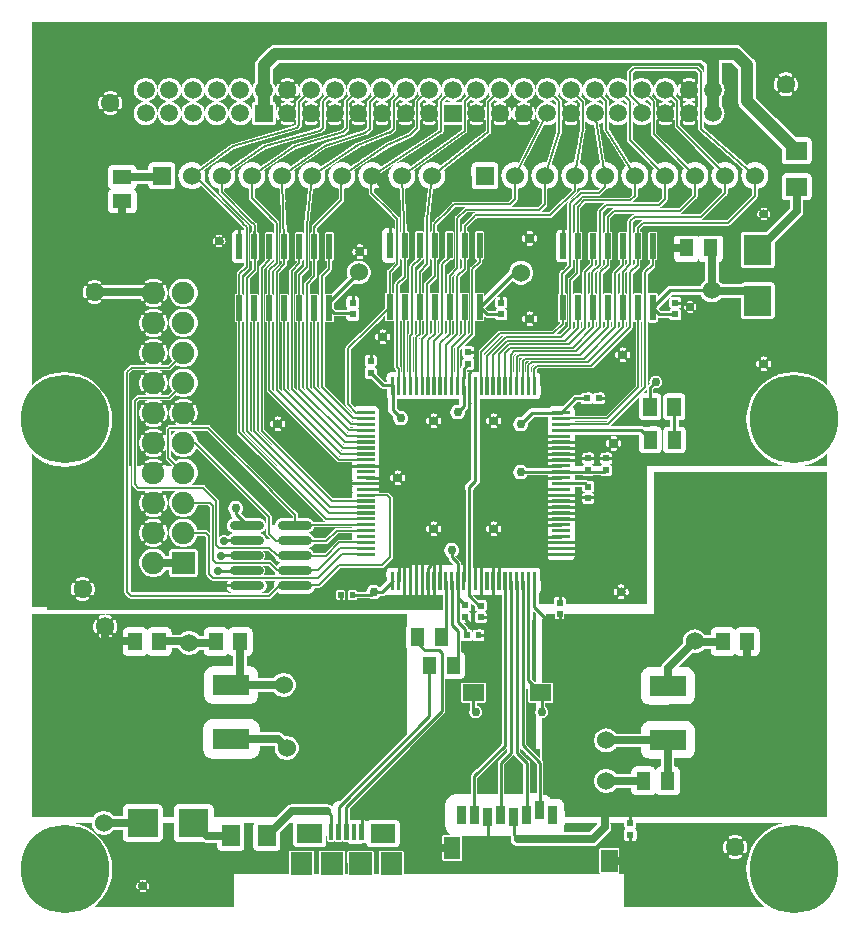
<source format=gtl>
G04 start of page 2 for group 0 idx 0 *
G04 Title: (unknown), component *
G04 Creator: pcb 20110918 *
G04 CreationDate: Wed 07 May 2014 09:59:53 GMT UTC *
G04 For: michael *
G04 Format: Gerber/RS-274X *
G04 PCB-Dimensions: 275000 304000 *
G04 PCB-Coordinate-Origin: lower left *
%MOIN*%
%FSLAX25Y25*%
%LNTOP*%
%ADD38C,0.0433*%
%ADD37C,0.0315*%
%ADD36C,0.0350*%
%ADD35C,0.0120*%
%ADD34C,0.1340*%
%ADD33C,0.0280*%
%ADD32C,0.0300*%
%ADD31C,0.2950*%
%ADD30R,0.0200X0.0200*%
%ADD29R,0.0110X0.0110*%
%ADD28C,0.0290*%
%ADD27R,0.0906X0.0906*%
%ADD26R,0.0551X0.0551*%
%ADD25R,0.0315X0.0315*%
%ADD24R,0.0709X0.0709*%
%ADD23R,0.0600X0.0600*%
%ADD22R,0.0630X0.0630*%
%ADD21R,0.0158X0.0158*%
%ADD20R,0.0650X0.0650*%
%ADD19R,0.0450X0.0450*%
%ADD18C,0.0748*%
%ADD17C,0.0591*%
%ADD16C,0.0600*%
%ADD15C,0.0400*%
%ADD14C,0.0060*%
%ADD13C,0.0250*%
%ADD12C,0.0100*%
%ADD11C,0.0001*%
G54D11*G36*
X140959Y173242D02*X141853Y173251D01*
X142051Y173298D01*
X142250Y173251D01*
X142485Y173237D01*
X143822Y173251D01*
X144020Y173298D01*
X144218Y173251D01*
X144453Y173237D01*
X145790Y173251D01*
X145988Y173298D01*
X146187Y173251D01*
X146422Y173237D01*
X147441Y173248D01*
Y171562D01*
X147358Y171480D01*
X147000Y171508D01*
X146608Y171477D01*
X146225Y171385D01*
X145862Y171234D01*
X145526Y171029D01*
X145227Y170773D01*
X144971Y170474D01*
X144766Y170138D01*
X144615Y169775D01*
X144523Y169392D01*
X144492Y169000D01*
X144523Y168608D01*
X144615Y168225D01*
X144766Y167862D01*
X144971Y167526D01*
X145227Y167227D01*
X145526Y166971D01*
X145862Y166766D01*
X146225Y166615D01*
X146608Y166523D01*
X147000Y166492D01*
X147392Y166523D01*
X147775Y166615D01*
X148138Y166766D01*
X148474Y166971D01*
X148773Y167227D01*
X149029Y167526D01*
X149234Y167862D01*
X149385Y168225D01*
X149477Y168608D01*
X149500Y169000D01*
X149479Y169358D01*
X149960Y169839D01*
X150005Y169877D01*
X150158Y170056D01*
X150158Y170057D01*
X150282Y170258D01*
X150372Y170476D01*
X150427Y170706D01*
X150446Y170941D01*
X150441Y171000D01*
Y173238D01*
X151378Y173248D01*
Y146590D01*
X149848Y145061D01*
X149692Y144884D01*
X149568Y144683D01*
X149478Y144465D01*
X149423Y144235D01*
X149404Y144000D01*
X149408Y143954D01*
X149404Y143909D01*
X149423Y143674D01*
X149478Y143444D01*
X149568Y143226D01*
X149692Y143025D01*
X149809Y142887D01*
Y118000D01*
X148072D01*
Y118485D01*
X148075Y118528D01*
X148062Y118700D01*
X148062Y118701D01*
X148021Y118869D01*
X147955Y119029D01*
X147865Y119177D01*
X147752Y119308D01*
X147719Y119336D01*
X146232Y120823D01*
X146474Y120971D01*
X146773Y121227D01*
X147029Y121526D01*
X147234Y121862D01*
X147385Y122225D01*
X147477Y122608D01*
X147500Y123000D01*
X147477Y123392D01*
X147385Y123775D01*
X147234Y124138D01*
X147029Y124474D01*
X146773Y124773D01*
X146474Y125029D01*
X146138Y125234D01*
X145775Y125385D01*
X145392Y125477D01*
X145000Y125508D01*
X144608Y125477D01*
X144225Y125385D01*
X143862Y125234D01*
X143526Y125029D01*
X143227Y124773D01*
X142971Y124474D01*
X142766Y124138D01*
X142615Y123775D01*
X142523Y123392D01*
X142492Y123000D01*
X142523Y122608D01*
X142615Y122225D01*
X142766Y121862D01*
X142971Y121526D01*
X143227Y121227D01*
X143526Y120971D01*
X143862Y120766D01*
X143900Y120750D01*
Y120543D01*
X143897Y120500D01*
X143910Y120327D01*
Y120327D01*
X143951Y120159D01*
X144017Y119999D01*
X144107Y119851D01*
X144220Y119720D01*
X144253Y119692D01*
X145872Y118072D01*
Y118000D01*
X140959D01*
Y128938D01*
X141012Y128944D01*
X141088Y128965D01*
X141160Y128997D01*
X141225Y129040D01*
X141284Y129093D01*
X141333Y129154D01*
X141372Y129222D01*
X141399Y129296D01*
X141458Y129527D01*
X141492Y129762D01*
X141503Y130000D01*
X141492Y130238D01*
X141458Y130473D01*
X141402Y130705D01*
X141374Y130779D01*
X141335Y130847D01*
X141285Y130909D01*
X141226Y130962D01*
X141160Y131005D01*
X141088Y131037D01*
X141012Y131058D01*
X140959Y131063D01*
Y164938D01*
X141012Y164944D01*
X141088Y164965D01*
X141160Y164997D01*
X141225Y165040D01*
X141284Y165093D01*
X141333Y165154D01*
X141372Y165222D01*
X141399Y165296D01*
X141458Y165527D01*
X141492Y165762D01*
X141503Y166000D01*
X141492Y166238D01*
X141458Y166473D01*
X141402Y166705D01*
X141374Y166779D01*
X141335Y166847D01*
X141285Y166909D01*
X141226Y166962D01*
X141160Y167005D01*
X141088Y167037D01*
X141012Y167058D01*
X140959Y167063D01*
Y173242D01*
G37*
G36*
X139001Y173242D02*X139885Y173251D01*
X140083Y173298D01*
X140281Y173251D01*
X140516Y173237D01*
X140959Y173242D01*
Y167063D01*
X140934Y167066D01*
X140855Y167062D01*
X140777Y167046D01*
X140704Y167018D01*
X140635Y166979D01*
X140574Y166929D01*
X140521Y166870D01*
X140477Y166804D01*
X140445Y166732D01*
X140425Y166656D01*
X140416Y166578D01*
X140420Y166499D01*
X140438Y166422D01*
X140473Y166284D01*
X140493Y166142D01*
X140500Y166000D01*
X140493Y165858D01*
X140473Y165716D01*
X140439Y165578D01*
X140422Y165501D01*
X140418Y165422D01*
X140426Y165344D01*
X140447Y165268D01*
X140479Y165196D01*
X140522Y165131D01*
X140575Y165072D01*
X140636Y165023D01*
X140704Y164984D01*
X140778Y164956D01*
X140855Y164940D01*
X140934Y164936D01*
X140959Y164938D01*
Y131063D01*
X140934Y131066D01*
X140855Y131062D01*
X140777Y131046D01*
X140704Y131018D01*
X140635Y130979D01*
X140574Y130929D01*
X140521Y130870D01*
X140477Y130804D01*
X140445Y130732D01*
X140425Y130656D01*
X140416Y130578D01*
X140420Y130499D01*
X140438Y130422D01*
X140473Y130284D01*
X140493Y130142D01*
X140500Y130000D01*
X140493Y129858D01*
X140473Y129716D01*
X140439Y129578D01*
X140422Y129501D01*
X140418Y129422D01*
X140426Y129344D01*
X140447Y129268D01*
X140479Y129196D01*
X140522Y129131D01*
X140575Y129072D01*
X140636Y129023D01*
X140704Y128984D01*
X140778Y128956D01*
X140855Y128940D01*
X140934Y128936D01*
X140959Y128938D01*
Y118000D01*
X139001D01*
Y127497D01*
X139238Y127508D01*
X139473Y127542D01*
X139705Y127598D01*
X139779Y127626D01*
X139847Y127665D01*
X139909Y127715D01*
X139962Y127774D01*
X140005Y127840D01*
X140037Y127912D01*
X140058Y127988D01*
X140066Y128066D01*
X140062Y128145D01*
X140046Y128223D01*
X140018Y128296D01*
X139979Y128365D01*
X139929Y128426D01*
X139870Y128479D01*
X139804Y128523D01*
X139732Y128555D01*
X139656Y128575D01*
X139578Y128584D01*
X139499Y128580D01*
X139422Y128562D01*
X139284Y128527D01*
X139142Y128507D01*
X139001Y128500D01*
Y131500D01*
X139142Y131493D01*
X139284Y131473D01*
X139422Y131439D01*
X139499Y131422D01*
X139578Y131418D01*
X139656Y131426D01*
X139732Y131447D01*
X139804Y131479D01*
X139869Y131522D01*
X139928Y131575D01*
X139977Y131636D01*
X140016Y131704D01*
X140044Y131778D01*
X140060Y131855D01*
X140064Y131934D01*
X140056Y132012D01*
X140035Y132088D01*
X140003Y132160D01*
X139960Y132225D01*
X139907Y132284D01*
X139846Y132333D01*
X139778Y132372D01*
X139704Y132399D01*
X139473Y132458D01*
X139238Y132492D01*
X139001Y132503D01*
Y163497D01*
X139238Y163508D01*
X139473Y163542D01*
X139705Y163598D01*
X139779Y163626D01*
X139847Y163665D01*
X139909Y163715D01*
X139962Y163774D01*
X140005Y163840D01*
X140037Y163912D01*
X140058Y163988D01*
X140066Y164066D01*
X140062Y164145D01*
X140046Y164223D01*
X140018Y164296D01*
X139979Y164365D01*
X139929Y164426D01*
X139870Y164479D01*
X139804Y164523D01*
X139732Y164555D01*
X139656Y164575D01*
X139578Y164584D01*
X139499Y164580D01*
X139422Y164562D01*
X139284Y164527D01*
X139142Y164507D01*
X139001Y164500D01*
Y167500D01*
X139142Y167493D01*
X139284Y167473D01*
X139422Y167439D01*
X139499Y167422D01*
X139578Y167418D01*
X139656Y167426D01*
X139732Y167447D01*
X139804Y167479D01*
X139869Y167522D01*
X139928Y167575D01*
X139977Y167636D01*
X140016Y167704D01*
X140044Y167778D01*
X140060Y167855D01*
X140064Y167934D01*
X140056Y168012D01*
X140035Y168088D01*
X140003Y168160D01*
X139960Y168225D01*
X139907Y168284D01*
X139846Y168333D01*
X139778Y168372D01*
X139704Y168399D01*
X139473Y168458D01*
X139238Y168492D01*
X139001Y168503D01*
Y173242D01*
G37*
G36*
X137041Y173242D02*X137916Y173251D01*
X138114Y173298D01*
X138313Y173251D01*
X138548Y173237D01*
X139001Y173242D01*
Y168503D01*
X139000Y168503D01*
X138762Y168492D01*
X138527Y168458D01*
X138295Y168402D01*
X138221Y168374D01*
X138153Y168335D01*
X138091Y168285D01*
X138038Y168226D01*
X137995Y168160D01*
X137963Y168088D01*
X137942Y168012D01*
X137934Y167934D01*
X137938Y167855D01*
X137954Y167777D01*
X137982Y167704D01*
X138021Y167635D01*
X138071Y167574D01*
X138130Y167521D01*
X138196Y167477D01*
X138268Y167445D01*
X138344Y167425D01*
X138422Y167416D01*
X138501Y167420D01*
X138578Y167438D01*
X138716Y167473D01*
X138858Y167493D01*
X139000Y167500D01*
X139001Y167500D01*
Y164500D01*
X139000Y164500D01*
X138858Y164507D01*
X138716Y164527D01*
X138578Y164561D01*
X138501Y164578D01*
X138422Y164582D01*
X138344Y164574D01*
X138268Y164553D01*
X138196Y164521D01*
X138131Y164478D01*
X138072Y164425D01*
X138023Y164364D01*
X137984Y164296D01*
X137956Y164222D01*
X137940Y164145D01*
X137936Y164066D01*
X137944Y163988D01*
X137965Y163912D01*
X137997Y163840D01*
X138040Y163775D01*
X138093Y163716D01*
X138154Y163667D01*
X138222Y163628D01*
X138296Y163601D01*
X138527Y163542D01*
X138762Y163508D01*
X139000Y163497D01*
X139001Y163497D01*
Y132503D01*
X139000Y132503D01*
X138762Y132492D01*
X138527Y132458D01*
X138295Y132402D01*
X138221Y132374D01*
X138153Y132335D01*
X138091Y132285D01*
X138038Y132226D01*
X137995Y132160D01*
X137963Y132088D01*
X137942Y132012D01*
X137934Y131934D01*
X137938Y131855D01*
X137954Y131777D01*
X137982Y131704D01*
X138021Y131635D01*
X138071Y131574D01*
X138130Y131521D01*
X138196Y131477D01*
X138268Y131445D01*
X138344Y131425D01*
X138422Y131416D01*
X138501Y131420D01*
X138578Y131438D01*
X138716Y131473D01*
X138858Y131493D01*
X139000Y131500D01*
X139001Y131500D01*
Y128500D01*
X139000Y128500D01*
X138858Y128507D01*
X138716Y128527D01*
X138578Y128561D01*
X138501Y128578D01*
X138422Y128582D01*
X138344Y128574D01*
X138268Y128553D01*
X138196Y128521D01*
X138131Y128478D01*
X138072Y128425D01*
X138023Y128364D01*
X137984Y128296D01*
X137956Y128222D01*
X137940Y128145D01*
X137936Y128066D01*
X137944Y127988D01*
X137965Y127912D01*
X137997Y127840D01*
X138040Y127775D01*
X138093Y127716D01*
X138154Y127667D01*
X138222Y127628D01*
X138296Y127601D01*
X138527Y127542D01*
X138762Y127508D01*
X139000Y127497D01*
X139001Y127497D01*
Y118000D01*
X137041D01*
Y128937D01*
X137066Y128934D01*
X137145Y128938D01*
X137223Y128954D01*
X137296Y128982D01*
X137365Y129021D01*
X137426Y129071D01*
X137479Y129130D01*
X137523Y129196D01*
X137555Y129268D01*
X137575Y129344D01*
X137584Y129422D01*
X137580Y129501D01*
X137562Y129578D01*
X137527Y129716D01*
X137507Y129858D01*
X137500Y130000D01*
X137507Y130142D01*
X137527Y130284D01*
X137561Y130422D01*
X137578Y130499D01*
X137582Y130578D01*
X137574Y130656D01*
X137553Y130732D01*
X137521Y130804D01*
X137478Y130869D01*
X137425Y130928D01*
X137364Y130977D01*
X137296Y131016D01*
X137222Y131044D01*
X137145Y131060D01*
X137066Y131064D01*
X137041Y131062D01*
Y164937D01*
X137066Y164934D01*
X137145Y164938D01*
X137223Y164954D01*
X137296Y164982D01*
X137365Y165021D01*
X137426Y165071D01*
X137479Y165130D01*
X137523Y165196D01*
X137555Y165268D01*
X137575Y165344D01*
X137584Y165422D01*
X137580Y165501D01*
X137562Y165578D01*
X137527Y165716D01*
X137507Y165858D01*
X137500Y166000D01*
X137507Y166142D01*
X137527Y166284D01*
X137561Y166422D01*
X137578Y166499D01*
X137582Y166578D01*
X137574Y166656D01*
X137553Y166732D01*
X137521Y166804D01*
X137478Y166869D01*
X137425Y166928D01*
X137364Y166977D01*
X137296Y167016D01*
X137222Y167044D01*
X137145Y167060D01*
X137066Y167064D01*
X137041Y167062D01*
Y173242D01*
G37*
G36*
X128959Y164691D02*X129138Y164766D01*
X129474Y164971D01*
X129773Y165227D01*
X130029Y165526D01*
X130234Y165862D01*
X130385Y166225D01*
X130477Y166608D01*
X130500Y167000D01*
X130477Y167392D01*
X130385Y167775D01*
X130234Y168138D01*
X130029Y168474D01*
X129773Y168773D01*
X129474Y169029D01*
X129138Y169234D01*
X128959Y169309D01*
Y173240D01*
X130042Y173251D01*
X130240Y173298D01*
X130439Y173251D01*
X130674Y173237D01*
X132011Y173251D01*
X132209Y173298D01*
X132407Y173251D01*
X132642Y173237D01*
X133979Y173251D01*
X134177Y173298D01*
X134376Y173251D01*
X134611Y173237D01*
X135948Y173251D01*
X136146Y173298D01*
X136344Y173251D01*
X136579Y173237D01*
X137041Y173242D01*
Y167062D01*
X136988Y167056D01*
X136912Y167035D01*
X136840Y167003D01*
X136775Y166960D01*
X136716Y166907D01*
X136667Y166846D01*
X136628Y166778D01*
X136601Y166704D01*
X136542Y166473D01*
X136508Y166238D01*
X136497Y166000D01*
X136508Y165762D01*
X136542Y165527D01*
X136598Y165295D01*
X136626Y165221D01*
X136665Y165153D01*
X136715Y165091D01*
X136774Y165038D01*
X136840Y164995D01*
X136912Y164963D01*
X136988Y164942D01*
X137041Y164937D01*
Y131062D01*
X136988Y131056D01*
X136912Y131035D01*
X136840Y131003D01*
X136775Y130960D01*
X136716Y130907D01*
X136667Y130846D01*
X136628Y130778D01*
X136601Y130704D01*
X136542Y130473D01*
X136508Y130238D01*
X136497Y130000D01*
X136508Y129762D01*
X136542Y129527D01*
X136598Y129295D01*
X136626Y129221D01*
X136665Y129153D01*
X136715Y129091D01*
X136774Y129038D01*
X136840Y128995D01*
X136912Y128963D01*
X136988Y128942D01*
X137041Y128937D01*
Y118000D01*
X128959D01*
Y145938D01*
X129012Y145944D01*
X129088Y145965D01*
X129160Y145997D01*
X129225Y146040D01*
X129284Y146093D01*
X129333Y146154D01*
X129372Y146222D01*
X129399Y146296D01*
X129458Y146527D01*
X129492Y146762D01*
X129503Y147000D01*
X129492Y147238D01*
X129458Y147473D01*
X129402Y147705D01*
X129374Y147779D01*
X129335Y147847D01*
X129285Y147909D01*
X129226Y147962D01*
X129160Y148005D01*
X129088Y148037D01*
X129012Y148058D01*
X128959Y148063D01*
Y164691D01*
G37*
G36*
Y169309D02*X128775Y169385D01*
X128392Y169477D01*
X128000Y169508D01*
X127642Y169480D01*
X127001Y170120D01*
Y173240D01*
X128074Y173251D01*
X128272Y173298D01*
X128470Y173251D01*
X128705Y173237D01*
X128959Y173240D01*
Y169309D01*
G37*
G36*
X127001Y164708D02*X127225Y164615D01*
X127608Y164523D01*
X128000Y164492D01*
X128392Y164523D01*
X128775Y164615D01*
X128959Y164691D01*
Y148063D01*
X128934Y148066D01*
X128855Y148062D01*
X128777Y148046D01*
X128704Y148018D01*
X128635Y147979D01*
X128574Y147929D01*
X128521Y147870D01*
X128477Y147804D01*
X128445Y147732D01*
X128425Y147656D01*
X128416Y147578D01*
X128420Y147499D01*
X128438Y147422D01*
X128473Y147284D01*
X128493Y147142D01*
X128500Y147000D01*
X128493Y146858D01*
X128473Y146716D01*
X128439Y146578D01*
X128422Y146501D01*
X128418Y146422D01*
X128426Y146344D01*
X128447Y146268D01*
X128479Y146196D01*
X128522Y146131D01*
X128575Y146072D01*
X128636Y146023D01*
X128704Y145984D01*
X128778Y145956D01*
X128855Y145940D01*
X128934Y145936D01*
X128959Y145938D01*
Y118000D01*
X127001D01*
Y144497D01*
X127238Y144508D01*
X127473Y144542D01*
X127705Y144598D01*
X127779Y144626D01*
X127847Y144665D01*
X127909Y144715D01*
X127962Y144774D01*
X128005Y144840D01*
X128037Y144912D01*
X128058Y144988D01*
X128066Y145066D01*
X128062Y145145D01*
X128046Y145223D01*
X128018Y145296D01*
X127979Y145365D01*
X127929Y145426D01*
X127870Y145479D01*
X127804Y145523D01*
X127732Y145555D01*
X127656Y145575D01*
X127578Y145584D01*
X127499Y145580D01*
X127422Y145562D01*
X127284Y145527D01*
X127142Y145507D01*
X127001Y145500D01*
Y148500D01*
X127142Y148493D01*
X127284Y148473D01*
X127422Y148439D01*
X127499Y148422D01*
X127578Y148418D01*
X127656Y148426D01*
X127732Y148447D01*
X127804Y148479D01*
X127869Y148522D01*
X127928Y148575D01*
X127977Y148636D01*
X128016Y148704D01*
X128044Y148778D01*
X128060Y148855D01*
X128064Y148934D01*
X128056Y149012D01*
X128035Y149088D01*
X128003Y149160D01*
X127960Y149225D01*
X127907Y149284D01*
X127846Y149333D01*
X127778Y149372D01*
X127704Y149399D01*
X127473Y149458D01*
X127238Y149492D01*
X127001Y149503D01*
Y164708D01*
G37*
G36*
Y170120D02*X126819Y170302D01*
Y173238D01*
X127001Y173240D01*
Y170120D01*
G37*
G36*
X125041Y167838D02*X125520Y167358D01*
X125492Y167000D01*
X125523Y166608D01*
X125615Y166225D01*
X125766Y165862D01*
X125971Y165526D01*
X126227Y165227D01*
X126526Y164971D01*
X126862Y164766D01*
X127001Y164708D01*
Y149503D01*
X127000Y149503D01*
X126762Y149492D01*
X126527Y149458D01*
X126295Y149402D01*
X126221Y149374D01*
X126153Y149335D01*
X126091Y149285D01*
X126038Y149226D01*
X125995Y149160D01*
X125963Y149088D01*
X125942Y149012D01*
X125934Y148934D01*
X125938Y148855D01*
X125954Y148777D01*
X125982Y148704D01*
X126021Y148635D01*
X126071Y148574D01*
X126130Y148521D01*
X126196Y148477D01*
X126268Y148445D01*
X126344Y148425D01*
X126422Y148416D01*
X126501Y148420D01*
X126578Y148438D01*
X126716Y148473D01*
X126858Y148493D01*
X127000Y148500D01*
X127001Y148500D01*
Y145500D01*
X127000Y145500D01*
X126858Y145507D01*
X126716Y145527D01*
X126578Y145561D01*
X126501Y145578D01*
X126422Y145582D01*
X126344Y145574D01*
X126268Y145553D01*
X126196Y145521D01*
X126131Y145478D01*
X126072Y145425D01*
X126023Y145364D01*
X125984Y145296D01*
X125956Y145222D01*
X125940Y145145D01*
X125936Y145066D01*
X125944Y144988D01*
X125965Y144912D01*
X125997Y144840D01*
X126040Y144775D01*
X126093Y144716D01*
X126154Y144667D01*
X126222Y144628D01*
X126296Y144601D01*
X126527Y144542D01*
X126762Y144508D01*
X127000Y144497D01*
X127001Y144497D01*
Y118000D01*
X125041D01*
Y119868D01*
X125111Y119939D01*
X125138Y119962D01*
X125230Y120069D01*
X125230Y120069D01*
X125304Y120190D01*
X125359Y120321D01*
X125392Y120459D01*
X125403Y120600D01*
X125400Y120635D01*
Y140265D01*
X125403Y140300D01*
X125392Y140441D01*
X125359Y140579D01*
X125304Y140710D01*
X125259Y140784D01*
X125230Y140831D01*
X125138Y140938D01*
X125111Y140961D01*
X125041Y141032D01*
Y145937D01*
X125066Y145934D01*
X125145Y145938D01*
X125223Y145954D01*
X125296Y145982D01*
X125365Y146021D01*
X125426Y146071D01*
X125479Y146130D01*
X125523Y146196D01*
X125555Y146268D01*
X125575Y146344D01*
X125584Y146422D01*
X125580Y146501D01*
X125562Y146578D01*
X125527Y146716D01*
X125507Y146858D01*
X125500Y147000D01*
X125507Y147142D01*
X125527Y147284D01*
X125561Y147422D01*
X125578Y147499D01*
X125582Y147578D01*
X125574Y147656D01*
X125553Y147732D01*
X125521Y147804D01*
X125478Y147869D01*
X125425Y147928D01*
X125364Y147977D01*
X125296Y148016D01*
X125222Y148044D01*
X125145Y148060D01*
X125066Y148064D01*
X125041Y148062D01*
Y167838D01*
G37*
G36*
Y118000D02*X123173D01*
X125041Y119868D01*
Y118000D01*
G37*
G36*
X122001Y176746D02*X122071Y176729D01*
X122244Y176716D01*
X122287Y176719D01*
X123277D01*
X123282Y174502D01*
X123337Y174272D01*
X123427Y174054D01*
X123551Y173853D01*
X123704Y173673D01*
X123819Y173575D01*
Y169740D01*
X123814Y169681D01*
X123833Y169446D01*
X123888Y169216D01*
X123978Y168998D01*
X124102Y168797D01*
X124255Y168617D01*
X124300Y168579D01*
X125041Y167838D01*
Y148062D01*
X124988Y148056D01*
X124912Y148035D01*
X124840Y148003D01*
X124775Y147960D01*
X124716Y147907D01*
X124667Y147846D01*
X124628Y147778D01*
X124601Y147704D01*
X124542Y147473D01*
X124508Y147238D01*
X124497Y147000D01*
X124508Y146762D01*
X124542Y146527D01*
X124598Y146295D01*
X124626Y146221D01*
X124665Y146153D01*
X124715Y146091D01*
X124774Y146038D01*
X124840Y145995D01*
X124912Y145963D01*
X124988Y145942D01*
X125041Y145937D01*
Y141032D01*
X124220Y141852D01*
X124197Y141879D01*
X124090Y141971D01*
X124043Y142000D01*
X123969Y142045D01*
X123838Y142100D01*
X123700Y142133D01*
X123559Y142144D01*
X123524Y142141D01*
X122001D01*
Y176746D01*
G37*
G36*
X123959Y250285D02*X125634Y251355D01*
X125208Y250992D01*
X124748Y250453D01*
X124378Y249849D01*
X124107Y249195D01*
X123959Y248580D01*
Y250285D01*
G37*
G36*
X128102Y232197D02*X128216Y229244D01*
X128145Y229227D01*
X128072Y229197D01*
X128005Y229156D01*
X127945Y229105D01*
X127894Y229045D01*
X127853Y228978D01*
X127823Y228905D01*
X127805Y228828D01*
X127800Y228750D01*
X127805Y220172D01*
X127823Y220095D01*
X127853Y220022D01*
X127894Y219955D01*
X127945Y219895D01*
X128005Y219844D01*
X128072Y219803D01*
X128145Y219773D01*
X128222Y219755D01*
X128300Y219750D01*
X128400Y219750D01*
Y214473D01*
X126189Y212261D01*
X126162Y212238D01*
X126070Y212131D01*
X125996Y212010D01*
X125941Y211879D01*
X125908Y211741D01*
X125908Y211741D01*
X125897Y211600D01*
X125900Y211565D01*
Y199100D01*
X125900Y199100D01*
Y183935D01*
X125897Y183900D01*
X125908Y183759D01*
Y183759D01*
X125941Y183621D01*
X125996Y183490D01*
X126070Y183369D01*
X126162Y183262D01*
X126189Y183239D01*
X126388Y183039D01*
Y182196D01*
X126304Y182176D01*
X126105Y182223D01*
X125870Y182237D01*
X124533Y182223D01*
X124303Y182168D01*
X124085Y182078D01*
X123959Y182001D01*
Y192938D01*
X124012Y192944D01*
X124088Y192965D01*
X124160Y192997D01*
X124225Y193040D01*
X124284Y193093D01*
X124333Y193154D01*
X124372Y193222D01*
X124399Y193296D01*
X124458Y193527D01*
X124492Y193762D01*
X124503Y194000D01*
X124492Y194238D01*
X124458Y194473D01*
X124402Y194705D01*
X124374Y194779D01*
X124335Y194847D01*
X124285Y194909D01*
X124226Y194962D01*
X124160Y195005D01*
X124088Y195037D01*
X124012Y195058D01*
X123959Y195063D01*
Y199251D01*
X125378Y199255D01*
X125455Y199273D01*
X125528Y199303D01*
X125595Y199344D01*
X125655Y199395D01*
X125706Y199455D01*
X125747Y199522D01*
X125777Y199595D01*
X125795Y199672D01*
X125800Y199750D01*
X125795Y208328D01*
X125777Y208405D01*
X125747Y208478D01*
X125706Y208545D01*
X125655Y208605D01*
X125595Y208656D01*
X125528Y208697D01*
X125455Y208727D01*
X125378Y208745D01*
X125300Y208750D01*
X125200Y208750D01*
Y214000D01*
X125200Y214000D01*
Y215327D01*
X127511Y217639D01*
X127538Y217662D01*
X127630Y217769D01*
X127630Y217769D01*
X127704Y217890D01*
X127759Y218021D01*
X127792Y218159D01*
X127803Y218300D01*
X127800Y218335D01*
Y233365D01*
X127803Y233400D01*
X127792Y233541D01*
X127759Y233679D01*
X127704Y233810D01*
X127659Y233884D01*
X127630Y233931D01*
X127538Y234038D01*
X127511Y234061D01*
X123959Y237613D01*
Y247020D01*
X124107Y246405D01*
X124378Y245751D01*
X124748Y245147D01*
X125208Y244608D01*
X125747Y244148D01*
X126351Y243778D01*
X127005Y243507D01*
X127671Y243347D01*
X127996Y234953D01*
X128102Y232197D01*
G37*
G36*
X123959Y237613D02*X122001Y239572D01*
Y245087D01*
X122052Y245147D01*
X122422Y245751D01*
X122693Y246405D01*
X122858Y247094D01*
X122900Y247800D01*
X122858Y248506D01*
X122693Y249195D01*
X122601Y249417D01*
X123959Y250285D01*
Y248580D01*
X123942Y248506D01*
X123886Y247800D01*
X123942Y247094D01*
X123959Y247020D01*
Y237613D01*
G37*
G36*
Y182001D02*X123884Y181954D01*
X123704Y181801D01*
X123551Y181621D01*
X123427Y181420D01*
X123337Y181202D01*
X123282Y180972D01*
X123268Y180737D01*
X123272Y178919D01*
X122700D01*
X122001Y179618D01*
Y191497D01*
X122238Y191508D01*
X122473Y191542D01*
X122705Y191598D01*
X122779Y191626D01*
X122847Y191665D01*
X122909Y191715D01*
X122962Y191774D01*
X123005Y191840D01*
X123037Y191912D01*
X123058Y191988D01*
X123066Y192066D01*
X123062Y192145D01*
X123046Y192223D01*
X123018Y192296D01*
X122979Y192365D01*
X122929Y192426D01*
X122870Y192479D01*
X122804Y192523D01*
X122732Y192555D01*
X122656Y192575D01*
X122578Y192584D01*
X122499Y192580D01*
X122422Y192562D01*
X122284Y192527D01*
X122142Y192507D01*
X122001Y192500D01*
Y195500D01*
X122142Y195493D01*
X122284Y195473D01*
X122422Y195439D01*
X122499Y195422D01*
X122578Y195418D01*
X122656Y195426D01*
X122732Y195447D01*
X122804Y195479D01*
X122869Y195522D01*
X122928Y195575D01*
X122977Y195636D01*
X123016Y195704D01*
X123044Y195778D01*
X123060Y195855D01*
X123064Y195934D01*
X123056Y196012D01*
X123035Y196088D01*
X123003Y196160D01*
X122960Y196225D01*
X122907Y196284D01*
X122846Y196333D01*
X122778Y196372D01*
X122704Y196399D01*
X122473Y196458D01*
X122238Y196492D01*
X122001Y196503D01*
Y200428D01*
X122804Y201231D01*
X122805Y199672D01*
X122823Y199595D01*
X122853Y199522D01*
X122894Y199455D01*
X122945Y199395D01*
X123005Y199344D01*
X123072Y199303D01*
X123145Y199273D01*
X123222Y199255D01*
X123300Y199250D01*
X123959Y199251D01*
Y195063D01*
X123934Y195066D01*
X123855Y195062D01*
X123777Y195046D01*
X123704Y195018D01*
X123635Y194979D01*
X123574Y194929D01*
X123521Y194870D01*
X123477Y194804D01*
X123445Y194732D01*
X123425Y194656D01*
X123416Y194578D01*
X123420Y194499D01*
X123438Y194422D01*
X123473Y194284D01*
X123493Y194142D01*
X123500Y194000D01*
X123493Y193858D01*
X123473Y193716D01*
X123439Y193578D01*
X123422Y193501D01*
X123418Y193422D01*
X123426Y193344D01*
X123447Y193268D01*
X123479Y193196D01*
X123522Y193131D01*
X123575Y193072D01*
X123636Y193023D01*
X123704Y192984D01*
X123778Y192956D01*
X123855Y192940D01*
X123934Y192936D01*
X123959Y192938D01*
Y182001D01*
G37*
G36*
X122001Y239572D02*X119150Y242423D01*
Y243352D01*
X119795Y243507D01*
X120449Y243778D01*
X121053Y244148D01*
X121592Y244608D01*
X122001Y245087D01*
Y239572D01*
G37*
G36*
X120041Y178467D02*X121436Y177072D01*
X121464Y177039D01*
X121595Y176926D01*
X121595Y176926D01*
X121743Y176836D01*
X121903Y176770D01*
X122001Y176746D01*
Y142141D01*
X120841D01*
X120821Y142226D01*
X120868Y142424D01*
X120882Y142659D01*
X120868Y143996D01*
X120821Y144194D01*
X120868Y144392D01*
X120882Y144627D01*
X120868Y145964D01*
X120821Y146162D01*
X120868Y146361D01*
X120882Y146596D01*
X120868Y147933D01*
X120821Y148131D01*
X120868Y148329D01*
X120882Y148564D01*
X120868Y149901D01*
X120821Y150100D01*
X120868Y150298D01*
X120882Y150533D01*
X120868Y151870D01*
X120821Y152068D01*
X120868Y152266D01*
X120882Y152501D01*
X120868Y153838D01*
X120821Y154036D01*
X120868Y154235D01*
X120882Y154470D01*
X120868Y155807D01*
X120821Y156005D01*
X120868Y156203D01*
X120882Y156438D01*
X120868Y157775D01*
X120821Y157974D01*
X120868Y158172D01*
X120882Y158407D01*
X120868Y159744D01*
X120821Y159942D01*
X120868Y160140D01*
X120882Y160375D01*
X120868Y161712D01*
X120821Y161910D01*
X120868Y162109D01*
X120882Y162344D01*
X120868Y163681D01*
X120821Y163879D01*
X120868Y164077D01*
X120882Y164312D01*
X120868Y165649D01*
X120821Y165848D01*
X120868Y166046D01*
X120882Y166281D01*
X120868Y167618D01*
X120821Y167816D01*
X120868Y168014D01*
X120882Y168249D01*
X120868Y169586D01*
X120813Y169816D01*
X120723Y170034D01*
X120599Y170235D01*
X120446Y170415D01*
X120266Y170568D01*
X120065Y170692D01*
X120041Y170702D01*
Y178467D01*
G37*
G36*
X122001Y179618D02*X120041Y181578D01*
Y192937D01*
X120066Y192934D01*
X120145Y192938D01*
X120223Y192954D01*
X120296Y192982D01*
X120365Y193021D01*
X120426Y193071D01*
X120479Y193130D01*
X120523Y193196D01*
X120555Y193268D01*
X120575Y193344D01*
X120584Y193422D01*
X120580Y193501D01*
X120562Y193578D01*
X120527Y193716D01*
X120507Y193858D01*
X120500Y194000D01*
X120507Y194142D01*
X120527Y194284D01*
X120561Y194422D01*
X120578Y194499D01*
X120582Y194578D01*
X120574Y194656D01*
X120553Y194732D01*
X120521Y194804D01*
X120478Y194869D01*
X120425Y194928D01*
X120364Y194977D01*
X120296Y195016D01*
X120222Y195044D01*
X120145Y195060D01*
X120066Y195064D01*
X120041Y195062D01*
Y198468D01*
X122001Y200428D01*
Y196503D01*
X122000Y196503D01*
X121762Y196492D01*
X121527Y196458D01*
X121295Y196402D01*
X121221Y196374D01*
X121153Y196335D01*
X121091Y196285D01*
X121038Y196226D01*
X120995Y196160D01*
X120963Y196088D01*
X120942Y196012D01*
X120934Y195934D01*
X120938Y195855D01*
X120954Y195777D01*
X120982Y195704D01*
X121021Y195635D01*
X121071Y195574D01*
X121130Y195521D01*
X121196Y195477D01*
X121268Y195445D01*
X121344Y195425D01*
X121422Y195416D01*
X121501Y195420D01*
X121578Y195438D01*
X121716Y195473D01*
X121858Y195493D01*
X122000Y195500D01*
X122001Y195500D01*
Y192500D01*
X122000Y192500D01*
X121858Y192507D01*
X121716Y192527D01*
X121578Y192561D01*
X121501Y192578D01*
X121422Y192582D01*
X121344Y192574D01*
X121268Y192553D01*
X121196Y192521D01*
X121131Y192478D01*
X121072Y192425D01*
X121023Y192364D01*
X120984Y192296D01*
X120956Y192222D01*
X120940Y192145D01*
X120936Y192066D01*
X120944Y191988D01*
X120965Y191912D01*
X120997Y191840D01*
X121040Y191775D01*
X121093Y191716D01*
X121154Y191667D01*
X121222Y191628D01*
X121296Y191601D01*
X121527Y191542D01*
X121762Y191508D01*
X122000Y191497D01*
X122001Y191497D01*
Y179618D01*
G37*
G36*
X120041Y181578D02*X119982Y181637D01*
X119975Y183204D01*
X119938Y183357D01*
X119878Y183503D01*
X119796Y183637D01*
X119694Y183757D01*
X119574Y183859D01*
X119440Y183941D01*
X119294Y184001D01*
X119169Y184032D01*
X119294Y184062D01*
X119440Y184122D01*
X119574Y184204D01*
X119694Y184306D01*
X119796Y184426D01*
X119878Y184560D01*
X119938Y184706D01*
X119975Y184859D01*
X119984Y185016D01*
X119975Y187141D01*
X119938Y187294D01*
X119878Y187440D01*
X119796Y187574D01*
X119694Y187694D01*
X119574Y187796D01*
X119440Y187878D01*
X119294Y187938D01*
X119141Y187975D01*
X118984Y187984D01*
X116859Y187975D01*
X116706Y187938D01*
X116560Y187878D01*
X116426Y187796D01*
X116306Y187694D01*
X116204Y187574D01*
X116122Y187440D01*
X116062Y187294D01*
X116025Y187141D01*
X116016Y186984D01*
X116025Y184859D01*
X116062Y184706D01*
X116122Y184560D01*
X116204Y184426D01*
X116306Y184306D01*
X116426Y184204D01*
X116560Y184122D01*
X116706Y184062D01*
X116831Y184032D01*
X116706Y184001D01*
X116560Y183941D01*
X116426Y183859D01*
X116306Y183757D01*
X116204Y183637D01*
X116122Y183503D01*
X116062Y183357D01*
X116025Y183204D01*
X116016Y183048D01*
X116025Y180922D01*
X116062Y180769D01*
X116122Y180623D01*
X116204Y180489D01*
X116306Y180369D01*
X116426Y180267D01*
X116560Y180185D01*
X116706Y180125D01*
X116859Y180088D01*
X117016Y180078D01*
X118423Y180085D01*
X120041Y178467D01*
Y170702D01*
X119847Y170782D01*
X119617Y170837D01*
X119382Y170851D01*
X113147Y170837D01*
X112917Y170782D01*
X112699Y170692D01*
X112626Y170647D01*
X111400Y171873D01*
Y189827D01*
X120041Y198468D01*
Y195062D01*
X119988Y195056D01*
X119912Y195035D01*
X119840Y195003D01*
X119775Y194960D01*
X119716Y194907D01*
X119667Y194846D01*
X119628Y194778D01*
X119601Y194704D01*
X119542Y194473D01*
X119508Y194238D01*
X119497Y194000D01*
X119508Y193762D01*
X119542Y193527D01*
X119598Y193295D01*
X119626Y193221D01*
X119665Y193153D01*
X119715Y193091D01*
X119774Y193038D01*
X119840Y192995D01*
X119912Y192963D01*
X119988Y192942D01*
X120041Y192937D01*
Y181578D01*
G37*
G36*
X116359Y237000D02*X122027D01*
X126000Y233027D01*
Y230080D01*
X125983Y230091D01*
X125765Y230181D01*
X125535Y230236D01*
X125300Y230250D01*
X123065Y230236D01*
X122835Y230181D01*
X122617Y230091D01*
X122416Y229967D01*
X122236Y229814D01*
X122083Y229634D01*
X121959Y229433D01*
X121869Y229215D01*
X121814Y228985D01*
X121800Y228750D01*
X121814Y220015D01*
X121869Y219785D01*
X121959Y219567D01*
X122083Y219366D01*
X122236Y219186D01*
X122416Y219033D01*
X122617Y218909D01*
X122835Y218819D01*
X123065Y218764D01*
X123300Y218750D01*
X125535Y218764D01*
X125765Y218819D01*
X125983Y218909D01*
X126000Y218920D01*
Y218673D01*
X123689Y216361D01*
X123662Y216338D01*
X123570Y216231D01*
X123496Y216110D01*
X123441Y215979D01*
X123408Y215841D01*
X123408Y215841D01*
X123397Y215700D01*
X123400Y215665D01*
Y214000D01*
X123400Y214000D01*
Y208746D01*
X123222Y208745D01*
X123145Y208727D01*
X123072Y208697D01*
X123005Y208656D01*
X122945Y208605D01*
X122894Y208545D01*
X122853Y208478D01*
X122823Y208405D01*
X122805Y208328D01*
X122800Y208250D01*
X122802Y203775D01*
X116359Y197332D01*
Y212255D01*
X116837Y212663D01*
X117246Y213142D01*
X117575Y213678D01*
X117816Y214260D01*
X117963Y214872D01*
X118000Y215500D01*
X117963Y216128D01*
X117816Y216740D01*
X117575Y217322D01*
X117246Y217858D01*
X116837Y218337D01*
X116359Y218745D01*
Y221338D01*
X116412Y221344D01*
X116488Y221365D01*
X116560Y221397D01*
X116625Y221440D01*
X116684Y221493D01*
X116733Y221554D01*
X116772Y221622D01*
X116799Y221696D01*
X116858Y221927D01*
X116892Y222162D01*
X116903Y222400D01*
X116892Y222638D01*
X116858Y222873D01*
X116802Y223105D01*
X116774Y223179D01*
X116735Y223247D01*
X116685Y223309D01*
X116626Y223362D01*
X116560Y223405D01*
X116488Y223437D01*
X116412Y223458D01*
X116359Y223463D01*
Y237000D01*
G37*
G36*
Y197332D02*X114401Y195374D01*
Y211519D01*
X114628Y211537D01*
X115240Y211684D01*
X115822Y211925D01*
X116358Y212254D01*
X116359Y212255D01*
Y197332D01*
G37*
G36*
X114401Y237000D02*X116359D01*
Y223463D01*
X116334Y223466D01*
X116255Y223462D01*
X116177Y223446D01*
X116104Y223418D01*
X116035Y223379D01*
X115974Y223329D01*
X115921Y223270D01*
X115877Y223204D01*
X115845Y223132D01*
X115825Y223056D01*
X115816Y222978D01*
X115820Y222899D01*
X115838Y222822D01*
X115873Y222684D01*
X115893Y222542D01*
X115900Y222400D01*
X115893Y222258D01*
X115873Y222116D01*
X115839Y221978D01*
X115822Y221901D01*
X115818Y221822D01*
X115826Y221744D01*
X115847Y221668D01*
X115879Y221596D01*
X115922Y221531D01*
X115975Y221472D01*
X116036Y221423D01*
X116104Y221384D01*
X116178Y221356D01*
X116255Y221340D01*
X116334Y221336D01*
X116359Y221338D01*
Y218745D01*
X116358Y218746D01*
X115822Y219075D01*
X115240Y219316D01*
X114628Y219463D01*
X114401Y219481D01*
Y219897D01*
X114638Y219908D01*
X114873Y219942D01*
X115105Y219998D01*
X115179Y220026D01*
X115247Y220065D01*
X115309Y220115D01*
X115362Y220174D01*
X115405Y220240D01*
X115437Y220312D01*
X115458Y220388D01*
X115466Y220466D01*
X115462Y220545D01*
X115446Y220623D01*
X115418Y220696D01*
X115379Y220765D01*
X115329Y220826D01*
X115270Y220879D01*
X115204Y220923D01*
X115132Y220955D01*
X115056Y220975D01*
X114978Y220984D01*
X114899Y220980D01*
X114822Y220962D01*
X114684Y220927D01*
X114542Y220907D01*
X114401Y220900D01*
Y223900D01*
X114542Y223893D01*
X114684Y223873D01*
X114822Y223839D01*
X114899Y223822D01*
X114978Y223818D01*
X115056Y223826D01*
X115132Y223847D01*
X115204Y223879D01*
X115269Y223922D01*
X115328Y223975D01*
X115377Y224036D01*
X115416Y224104D01*
X115444Y224178D01*
X115460Y224255D01*
X115464Y224334D01*
X115456Y224412D01*
X115435Y224488D01*
X115403Y224560D01*
X115360Y224625D01*
X115307Y224684D01*
X115246Y224733D01*
X115178Y224772D01*
X115104Y224799D01*
X114873Y224858D01*
X114638Y224892D01*
X114401Y224903D01*
Y237000D01*
G37*
G36*
Y195374D02*X109889Y190861D01*
X109862Y190838D01*
X109770Y190731D01*
X109696Y190610D01*
X109641Y190479D01*
X109608Y190341D01*
X109608Y190341D01*
X109597Y190200D01*
X109600Y190165D01*
Y171535D01*
X109597Y171500D01*
X109608Y171359D01*
Y171359D01*
X109641Y171221D01*
X109696Y171090D01*
X109770Y170969D01*
X109862Y170862D01*
X109889Y170839D01*
X111887Y168840D01*
X111892Y168381D01*
X102700Y177573D01*
Y203600D01*
X102702Y203561D01*
X102705Y199272D01*
X102723Y199195D01*
X102753Y199122D01*
X102794Y199055D01*
X102845Y198995D01*
X102905Y198944D01*
X102972Y198903D01*
X103045Y198873D01*
X103122Y198855D01*
X103200Y198850D01*
X105278Y198855D01*
X105355Y198873D01*
X105428Y198903D01*
X105495Y198944D01*
X105555Y198995D01*
X105606Y199055D01*
X105647Y199122D01*
X105677Y199195D01*
X105695Y199272D01*
X105700Y199350D01*
X105699Y200917D01*
X105727Y200910D01*
X105727D01*
X105900Y200897D01*
X105943Y200900D01*
X109824D01*
X109827Y200327D01*
X109871Y200144D01*
X109943Y199969D01*
X110042Y199808D01*
X110164Y199664D01*
X110308Y199542D01*
X110469Y199443D01*
X110644Y199371D01*
X110827Y199327D01*
X111016Y199316D01*
X113173Y199327D01*
X113356Y199371D01*
X113531Y199443D01*
X113692Y199542D01*
X113836Y199664D01*
X113958Y199808D01*
X114057Y199969D01*
X114129Y200144D01*
X114173Y200327D01*
X114184Y200516D01*
X114173Y202673D01*
X114129Y202856D01*
X114057Y203031D01*
X113958Y203192D01*
X113836Y203336D01*
X113692Y203458D01*
X113675Y203468D01*
X113692Y203479D01*
X113836Y203601D01*
X113958Y203745D01*
X114057Y203906D01*
X114129Y204081D01*
X114173Y204264D01*
X114184Y204452D01*
X114173Y206610D01*
X114129Y206793D01*
X114057Y206968D01*
X113958Y207129D01*
X113836Y207273D01*
X113692Y207395D01*
X113531Y207494D01*
X113356Y207566D01*
X113173Y207610D01*
X112984Y207622D01*
X110827Y207610D01*
X110644Y207566D01*
X110469Y207494D01*
X110308Y207395D01*
X110164Y207273D01*
X110042Y207129D01*
X109943Y206968D01*
X109871Y206793D01*
X109827Y206610D01*
X109816Y206422D01*
X109827Y204264D01*
X109871Y204081D01*
X109943Y203906D01*
X110042Y203745D01*
X110164Y203601D01*
X110308Y203479D01*
X110325Y203468D01*
X110308Y203458D01*
X110164Y203336D01*
X110042Y203192D01*
X109985Y203100D01*
X106356D01*
X105700Y203756D01*
Y205079D01*
X112439Y211817D01*
X112760Y211684D01*
X113372Y211537D01*
X114000Y211488D01*
X114401Y211519D01*
Y195374D01*
G37*
G36*
X112441Y237000D02*X114401D01*
Y224903D01*
X114400Y224903D01*
X114162Y224892D01*
X113927Y224858D01*
X113695Y224802D01*
X113621Y224774D01*
X113553Y224735D01*
X113491Y224685D01*
X113438Y224626D01*
X113395Y224560D01*
X113363Y224488D01*
X113342Y224412D01*
X113334Y224334D01*
X113338Y224255D01*
X113354Y224177D01*
X113382Y224104D01*
X113421Y224035D01*
X113471Y223974D01*
X113530Y223921D01*
X113596Y223877D01*
X113668Y223845D01*
X113744Y223825D01*
X113822Y223816D01*
X113901Y223820D01*
X113978Y223838D01*
X114116Y223873D01*
X114258Y223893D01*
X114400Y223900D01*
X114401Y223900D01*
Y220900D01*
X114400Y220900D01*
X114258Y220907D01*
X114116Y220927D01*
X113978Y220961D01*
X113901Y220978D01*
X113822Y220982D01*
X113744Y220974D01*
X113668Y220953D01*
X113596Y220921D01*
X113531Y220878D01*
X113472Y220825D01*
X113423Y220764D01*
X113384Y220696D01*
X113356Y220622D01*
X113340Y220545D01*
X113336Y220466D01*
X113344Y220388D01*
X113365Y220312D01*
X113397Y220240D01*
X113440Y220175D01*
X113493Y220116D01*
X113554Y220067D01*
X113622Y220028D01*
X113696Y220001D01*
X113927Y219942D01*
X114162Y219908D01*
X114400Y219897D01*
X114401Y219897D01*
Y219481D01*
X114000Y219512D01*
X113372Y219463D01*
X112760Y219316D01*
X112441Y219184D01*
Y221337D01*
X112466Y221334D01*
X112545Y221338D01*
X112623Y221354D01*
X112696Y221382D01*
X112765Y221421D01*
X112826Y221471D01*
X112879Y221530D01*
X112923Y221596D01*
X112955Y221668D01*
X112975Y221744D01*
X112984Y221822D01*
X112980Y221901D01*
X112962Y221978D01*
X112927Y222116D01*
X112907Y222258D01*
X112900Y222400D01*
X112907Y222542D01*
X112927Y222684D01*
X112961Y222822D01*
X112978Y222899D01*
X112982Y222978D01*
X112974Y223056D01*
X112953Y223132D01*
X112921Y223204D01*
X112878Y223269D01*
X112825Y223328D01*
X112764Y223377D01*
X112696Y223416D01*
X112622Y223444D01*
X112545Y223460D01*
X112466Y223464D01*
X112441Y223462D01*
Y237000D01*
G37*
G36*
X104728Y208349D02*X103122Y208345D01*
X103045Y208327D01*
X102972Y208297D01*
X102905Y208256D01*
X102845Y208205D01*
X102794Y208145D01*
X102753Y208078D01*
X102723Y208005D01*
X102705Y207928D01*
X102700Y207850D01*
Y214027D01*
X104811Y216139D01*
X104838Y216162D01*
X104930Y216269D01*
X105004Y216390D01*
X105059Y216521D01*
X105092Y216659D01*
X105103Y216800D01*
X105100Y216835D01*
Y219354D01*
X105278Y219355D01*
X105355Y219373D01*
X105428Y219403D01*
X105495Y219444D01*
X105555Y219495D01*
X105606Y219555D01*
X105647Y219622D01*
X105677Y219695D01*
X105695Y219772D01*
X105700Y219850D01*
X105695Y228428D01*
X105677Y228505D01*
X105647Y228578D01*
X105606Y228645D01*
X105555Y228705D01*
X105495Y228756D01*
X105428Y228797D01*
X105355Y228827D01*
X105278Y228845D01*
X105200Y228850D01*
X103122Y228845D01*
X103045Y228827D01*
X102972Y228797D01*
X102905Y228756D01*
X102845Y228705D01*
X102794Y228645D01*
X102753Y228578D01*
X102723Y228505D01*
X102705Y228428D01*
X102700Y228350D01*
X102705Y219772D01*
X102723Y219695D01*
X102753Y219622D01*
X102794Y219555D01*
X102845Y219495D01*
X102905Y219444D01*
X102972Y219403D01*
X103045Y219373D01*
X103122Y219355D01*
X103200Y219350D01*
X103300Y219350D01*
Y217173D01*
X101189Y215061D01*
X101162Y215038D01*
X101070Y214931D01*
X100996Y214810D01*
X100941Y214679D01*
X100908Y214541D01*
X100908Y214541D01*
X100897Y214400D01*
X100900Y214365D01*
Y177235D01*
X100897Y177200D01*
X100908Y177059D01*
Y177059D01*
X100941Y176921D01*
X100996Y176790D01*
X101070Y176669D01*
X101162Y176562D01*
X101189Y176539D01*
X110727Y167000D01*
X110673D01*
X100100Y177573D01*
Y198854D01*
X100278Y198855D01*
X100355Y198873D01*
X100428Y198903D01*
X100495Y198944D01*
X100555Y198995D01*
X100606Y199055D01*
X100647Y199122D01*
X100677Y199195D01*
X100695Y199272D01*
X100700Y199350D01*
X100695Y207928D01*
X100677Y208005D01*
X100647Y208078D01*
X100606Y208145D01*
X100555Y208205D01*
X100495Y208256D01*
X100428Y208297D01*
X100355Y208327D01*
X100278Y208345D01*
X100200Y208350D01*
X100000Y208350D01*
Y213783D01*
X100004Y213790D01*
X100059Y213921D01*
X100092Y214059D01*
X100103Y214200D01*
X100100Y214235D01*
Y219354D01*
X100278Y219355D01*
X100355Y219373D01*
X100428Y219403D01*
X100495Y219444D01*
X100555Y219495D01*
X100606Y219555D01*
X100647Y219622D01*
X100677Y219695D01*
X100695Y219772D01*
X100700Y219850D01*
X100695Y228428D01*
X100677Y228505D01*
X100647Y228578D01*
X100606Y228645D01*
X100555Y228705D01*
X100495Y228756D01*
X100428Y228797D01*
X100355Y228827D01*
X100278Y228845D01*
X100200Y228850D01*
X100100Y228850D01*
Y230227D01*
X106873Y237000D01*
X112441D01*
Y223462D01*
X112388Y223456D01*
X112312Y223435D01*
X112240Y223403D01*
X112175Y223360D01*
X112116Y223307D01*
X112067Y223246D01*
X112028Y223178D01*
X112001Y223104D01*
X111942Y222873D01*
X111908Y222638D01*
X111897Y222400D01*
X111908Y222162D01*
X111942Y221927D01*
X111998Y221695D01*
X112026Y221621D01*
X112065Y221553D01*
X112115Y221491D01*
X112174Y221438D01*
X112240Y221395D01*
X112312Y221363D01*
X112388Y221342D01*
X112441Y221337D01*
Y219184D01*
X112178Y219075D01*
X111642Y218746D01*
X111163Y218337D01*
X110754Y217858D01*
X110425Y217322D01*
X110184Y216740D01*
X110037Y216128D01*
X109988Y215500D01*
X110037Y214872D01*
X110184Y214260D01*
X110317Y213939D01*
X104728Y208349D01*
G37*
G36*
X99100Y253600D02*X105100D01*
Y253301D01*
X101595Y250988D01*
X101592Y250992D01*
X101053Y251452D01*
X100449Y251822D01*
X99795Y252093D01*
X99106Y252258D01*
X99100Y252259D01*
Y253600D01*
G37*
G36*
X105100Y251144D02*Y250865D01*
X104748Y250453D01*
X104378Y249849D01*
X104233Y249500D01*
X102609D01*
X105100Y251144D01*
G37*
G36*
X135988Y234050D02*X129832D01*
X129483Y243091D01*
X129470Y243429D01*
X129795Y243507D01*
X130449Y243778D01*
X131053Y244148D01*
X131592Y244608D01*
X132052Y245147D01*
X132422Y245751D01*
X132693Y246405D01*
X132858Y247094D01*
X132900Y247800D01*
X132858Y248506D01*
X132693Y249195D01*
X132510Y249637D01*
X137978Y253500D01*
X144000D01*
Y253256D01*
X141342Y251205D01*
X141053Y251452D01*
X140449Y251822D01*
X139795Y252093D01*
X139106Y252258D01*
X138400Y252314D01*
X137694Y252258D01*
X137005Y252093D01*
X136351Y251822D01*
X135747Y251452D01*
X135208Y250992D01*
X134748Y250453D01*
X134378Y249849D01*
X134107Y249195D01*
X133942Y248506D01*
X133886Y247800D01*
X133942Y247094D01*
X134107Y246405D01*
X134378Y245751D01*
X134748Y245147D01*
X135208Y244608D01*
X135747Y244148D01*
X136351Y243778D01*
X137005Y243507D01*
X137024Y243503D01*
X135988Y234050D01*
G37*
G36*
X128350Y252310D02*Y253091D01*
X128990Y253500D01*
X134859D01*
X131463Y251101D01*
X131053Y251452D01*
X130449Y251822D01*
X129795Y252093D01*
X129106Y252258D01*
X128400Y252314D01*
X128350Y252310D01*
G37*
G36*
X144000Y250983D02*Y237659D01*
X140391Y234050D01*
X137799D01*
X138814Y243319D01*
X139106Y243342D01*
X139303Y243389D01*
Y243389D01*
X139795Y243507D01*
X140449Y243778D01*
X141053Y244148D01*
X141592Y244608D01*
X142052Y245147D01*
X142422Y245751D01*
X142693Y246405D01*
X142858Y247094D01*
X142900Y247800D01*
X142858Y248506D01*
X142693Y249195D01*
X142448Y249786D01*
X144000Y250983D01*
G37*
G36*
Y235113D02*Y234050D01*
X142937D01*
X144000Y235113D01*
G37*
G36*
X127000Y252091D02*Y252228D01*
X128990Y253500D01*
X134500D01*
Y253247D01*
X132735Y252000D01*
X130019D01*
X129795Y252093D01*
X129106Y252258D01*
X128400Y252314D01*
X127694Y252258D01*
X127005Y252093D01*
X127000Y252091D01*
G37*
G36*
X150074Y183018D02*X151641Y183025D01*
X151794Y183062D01*
X151940Y183122D01*
X152074Y183204D01*
X152194Y183306D01*
X152296Y183426D01*
X152378Y183560D01*
X152438Y183706D01*
X152475Y183859D01*
X152484Y184016D01*
X152475Y186141D01*
X152438Y186294D01*
X152378Y186440D01*
X152296Y186574D01*
X152194Y186694D01*
X152074Y186796D01*
X151940Y186878D01*
X151794Y186938D01*
X151669Y186968D01*
X151794Y186999D01*
X151940Y187059D01*
X152074Y187141D01*
X152194Y187243D01*
X152296Y187363D01*
X152378Y187497D01*
X152438Y187643D01*
X152475Y187796D01*
X152484Y187952D01*
X152475Y190078D01*
X152438Y190231D01*
X152378Y190377D01*
X152296Y190511D01*
X152194Y190631D01*
X152074Y190733D01*
X151940Y190815D01*
X151794Y190875D01*
X151641Y190912D01*
X151484Y190922D01*
X149359Y190912D01*
X149206Y190875D01*
X149060Y190815D01*
X148941Y190742D01*
Y190868D01*
X152511Y194439D01*
X152538Y194462D01*
X152630Y194569D01*
X152704Y194690D01*
X152759Y194821D01*
X152792Y194959D01*
X152803Y195100D01*
X152800Y195135D01*
Y202000D01*
X152803D01*
X152805Y199672D01*
X152823Y199595D01*
X152853Y199522D01*
X152894Y199455D01*
X152945Y199395D01*
X153005Y199344D01*
X153072Y199303D01*
X153145Y199273D01*
X153222Y199255D01*
X153300Y199250D01*
X155378Y199255D01*
X155455Y199273D01*
X155528Y199303D01*
X155595Y199344D01*
X155655Y199395D01*
X155706Y199455D01*
X155747Y199522D01*
X155777Y199595D01*
X155795Y199672D01*
X155800Y199750D01*
X155799Y200945D01*
X155992Y200753D01*
X156020Y200720D01*
X156151Y200607D01*
X156299Y200517D01*
X156459Y200451D01*
X156627Y200410D01*
X156627D01*
X156800Y200397D01*
X156843Y200400D01*
X159525D01*
X159525Y200359D01*
X159562Y200206D01*
X159622Y200060D01*
X159704Y199926D01*
X159806Y199806D01*
X159926Y199704D01*
X160060Y199622D01*
X160206Y199562D01*
X160359Y199525D01*
X160516Y199516D01*
X161000Y199518D01*
Y196095D01*
X160959Y196092D01*
X160821Y196059D01*
X160690Y196004D01*
X160569Y195930D01*
X160462Y195838D01*
X160439Y195811D01*
X154236Y189608D01*
X154209Y189585D01*
X154117Y189478D01*
X154043Y189357D01*
X153988Y189226D01*
X153955Y189088D01*
X153955Y189088D01*
X153944Y188947D01*
X153947Y188912D01*
Y182196D01*
X153862Y182176D01*
X153664Y182223D01*
X153429Y182237D01*
X152092Y182223D01*
X151894Y182176D01*
X151696Y182223D01*
X151461Y182237D01*
X150124Y182223D01*
X150041Y182203D01*
Y182985D01*
X150074Y183018D01*
G37*
G36*
X135900Y206000D02*X135797D01*
X135795Y208328D01*
X135777Y208405D01*
X135747Y208478D01*
X135706Y208545D01*
X135655Y208605D01*
X135595Y208656D01*
X135528Y208697D01*
X135455Y208727D01*
X135378Y208745D01*
X135300Y208750D01*
X135200Y208750D01*
Y215427D01*
X136773Y217000D01*
X138400D01*
Y214573D01*
X136189Y212361D01*
X136162Y212338D01*
X136070Y212231D01*
X135996Y212110D01*
X135941Y211979D01*
X135908Y211841D01*
X135908Y211841D01*
X135897Y211700D01*
X135900Y211665D01*
Y206000D01*
G37*
G36*
X145300Y229250D02*X143222Y229245D01*
X143145Y229227D01*
X143072Y229197D01*
X143005Y229156D01*
X142945Y229105D01*
X142894Y229045D01*
X142853Y228978D01*
X142823Y228905D01*
X142805Y228828D01*
X142800Y228750D01*
X142804Y220577D01*
X141189Y218961D01*
X141162Y218938D01*
X141070Y218831D01*
X140996Y218710D01*
X140941Y218579D01*
X140908Y218441D01*
X140908Y218441D01*
X140897Y218300D01*
X140900Y218265D01*
Y204000D01*
X140798D01*
X140795Y208328D01*
X140777Y208405D01*
X140747Y208478D01*
X140706Y208545D01*
X140655Y208605D01*
X140595Y208656D01*
X140528Y208697D01*
X140455Y208727D01*
X140378Y208745D01*
X140300Y208750D01*
X139300Y208748D01*
Y212927D01*
X139936Y213564D01*
X140030Y213669D01*
X140104Y213790D01*
X140159Y213921D01*
X140192Y214059D01*
X140203Y214200D01*
X140200Y214242D01*
X140200Y214250D01*
Y219754D01*
X140378Y219755D01*
X140455Y219773D01*
X140528Y219803D01*
X140595Y219844D01*
X140655Y219895D01*
X140706Y219955D01*
X140747Y220022D01*
X140777Y220095D01*
X140795Y220172D01*
X140800Y220250D01*
X140795Y228828D01*
X140777Y228905D01*
X140747Y228978D01*
X140706Y229045D01*
X140655Y229105D01*
X140595Y229156D01*
X140528Y229197D01*
X140455Y229227D01*
X140378Y229245D01*
X140300Y229250D01*
X140073Y229249D01*
Y231186D01*
X140887Y232000D01*
X146000D01*
Y229500D01*
X146000Y229500D01*
Y217373D01*
X143689Y215061D01*
X143662Y215038D01*
X143570Y214931D01*
X143496Y214810D01*
X143441Y214679D01*
X143408Y214541D01*
X143408Y214541D01*
X143397Y214400D01*
X143400Y214365D01*
Y208746D01*
X143222Y208745D01*
X143145Y208727D01*
X143072Y208697D01*
X143005Y208656D01*
X142945Y208605D01*
X142894Y208545D01*
X142853Y208478D01*
X142823Y208405D01*
X142805Y208328D01*
X142800Y208250D01*
X142802Y204000D01*
X142700D01*
Y217927D01*
X144526Y219753D01*
X145378Y219755D01*
X145455Y219773D01*
X145528Y219803D01*
X145595Y219844D01*
X145655Y219895D01*
X145706Y219955D01*
X145747Y220022D01*
X145777Y220095D01*
X145795Y220172D01*
X145800Y220250D01*
X145795Y228828D01*
X145777Y228905D01*
X145747Y228978D01*
X145706Y229045D01*
X145655Y229105D01*
X145595Y229156D01*
X145528Y229197D01*
X145455Y229227D01*
X145378Y229245D01*
X145300Y229250D01*
G37*
G36*
X141500Y231500D02*Y232613D01*
X146187Y237300D01*
X149665D01*
X149559Y237292D01*
X149421Y237259D01*
X149290Y237204D01*
X149169Y237130D01*
X149062Y237038D01*
X149039Y237011D01*
X146289Y234261D01*
X146262Y234238D01*
X146170Y234131D01*
X146096Y234010D01*
X146041Y233879D01*
X146008Y233741D01*
X146008Y233741D01*
X145997Y233600D01*
X146000Y233565D01*
Y231500D01*
X141500D01*
G37*
G36*
Y235159D02*Y238000D01*
X144341D01*
X141500Y235159D01*
G37*
G36*
X150000Y235427D02*Y232973D01*
X148689Y231661D01*
X148662Y231638D01*
X148570Y231531D01*
X148551Y231500D01*
X147800D01*
Y233227D01*
X150000Y235427D01*
G37*
G36*
X108668Y253500D02*X114000D01*
Y252628D01*
X111575Y251006D01*
X111053Y251452D01*
X110449Y251822D01*
X109795Y252093D01*
X109106Y252258D01*
X108400Y252314D01*
X108000Y252282D01*
Y253059D01*
X108668Y253500D01*
G37*
G36*
X114000Y250463D02*Y250400D01*
X113906D01*
X114000Y250463D01*
G37*
G36*
X114700Y253200D02*Y253097D01*
X113658Y252400D01*
X113600D01*
Y253200D01*
X114700D01*
G37*
G36*
X85800Y254300D02*Y253962D01*
X81536Y251040D01*
X81053Y251452D01*
X80449Y251822D01*
X79795Y252093D01*
X79106Y252258D01*
X78400Y252314D01*
X77694Y252258D01*
X77005Y252093D01*
X76351Y251822D01*
X75747Y251452D01*
X75208Y250992D01*
X74748Y250453D01*
X74654Y250300D01*
X73700D01*
Y250341D01*
X79477Y254300D01*
X85800D01*
G37*
G36*
Y251780D02*Y251484D01*
X85747Y251452D01*
X85208Y250992D01*
X84748Y250453D01*
X84654Y250300D01*
X83640D01*
X85800Y251780D01*
G37*
G36*
X73700Y252523D02*Y254300D01*
X76293D01*
X73700Y252523D01*
G37*
G36*
X87800Y253100D02*X93800D01*
Y252605D01*
X91530Y251044D01*
X91053Y251452D01*
X90449Y251822D01*
X89795Y252093D01*
X89106Y252258D01*
X88400Y252314D01*
X87800Y252267D01*
Y253100D01*
G37*
G36*
X93800Y250420D02*Y249900D01*
X93043D01*
X93800Y250420D01*
G37*
G36*
X134151Y253000D02*X128207D01*
X141878Y261737D01*
X141931Y261770D01*
X141972Y261805D01*
X141999Y261825D01*
X142018Y261844D01*
X142038Y261862D01*
X142067Y261895D01*
X142097Y261927D01*
X142113Y261949D01*
X142130Y261969D01*
X142153Y262007D01*
X142179Y262043D01*
X142190Y262067D01*
X142204Y262090D01*
X142221Y262131D01*
X142240Y262170D01*
X142248Y262196D01*
X142259Y262221D01*
X142269Y262264D01*
X142282Y262306D01*
X142285Y262333D01*
X142292Y262359D01*
X142294Y262392D01*
X142301Y262446D01*
X142300Y262508D01*
Y264554D01*
X142421Y264547D01*
X148400Y264556D01*
Y263066D01*
X134151Y253000D01*
G37*
G36*
X125000Y259577D02*Y261573D01*
X125480Y262000D01*
X130289D01*
X125000Y259577D01*
G37*
G36*
X139303Y243389D02*Y232962D01*
X138638Y232297D01*
X137700D01*
Y233151D01*
X138814Y243319D01*
X139106Y243342D01*
X139303Y243389D01*
G37*
G36*
X96600Y280019D02*Y285300D01*
X100500D01*
X100500Y285300D01*
X126400D01*
Y278675D01*
X126093Y278174D01*
X125855Y277599D01*
X125710Y276994D01*
X125686Y276695D01*
X125668Y276994D01*
X125523Y277599D01*
X125285Y278174D01*
X124960Y278705D01*
X124556Y279178D01*
X124083Y279582D01*
X123552Y279907D01*
X122977Y280145D01*
X122372Y280290D01*
X121752Y280339D01*
X121132Y280290D01*
X120527Y280145D01*
X119952Y279907D01*
X119421Y279582D01*
X118948Y279178D01*
X118544Y278705D01*
X118219Y278174D01*
X117981Y277599D01*
X117836Y276994D01*
X117812Y276695D01*
X117794Y276994D01*
X117649Y277599D01*
X117411Y278174D01*
X117086Y278705D01*
X116682Y279178D01*
X116209Y279582D01*
X115678Y279907D01*
X115103Y280145D01*
X114498Y280290D01*
X113878Y280339D01*
X113258Y280290D01*
X112653Y280145D01*
X112078Y279907D01*
X111547Y279582D01*
X111074Y279178D01*
X110670Y278705D01*
X110345Y278174D01*
X110107Y277599D01*
X109962Y276994D01*
X109938Y276695D01*
X109920Y276994D01*
X109775Y277599D01*
X109537Y278174D01*
X109212Y278705D01*
X108808Y279178D01*
X108335Y279582D01*
X107804Y279907D01*
X107229Y280145D01*
X106624Y280290D01*
X106004Y280339D01*
X105384Y280290D01*
X104779Y280145D01*
X104204Y279907D01*
X103673Y279582D01*
X103200Y279178D01*
X102796Y278705D01*
X102471Y278174D01*
X102233Y277599D01*
X102088Y276994D01*
X102064Y276695D01*
X102046Y276994D01*
X101901Y277599D01*
X101663Y278174D01*
X101338Y278705D01*
X100934Y279178D01*
X100461Y279582D01*
X99930Y279907D01*
X99355Y280145D01*
X98750Y280290D01*
X98130Y280339D01*
X97510Y280290D01*
X96905Y280145D01*
X96600Y280019D01*
G37*
G36*
X139303Y243389D02*Y232962D01*
X138638Y232297D01*
X137700D01*
Y233151D01*
X138814Y243319D01*
X139106Y243342D01*
X139303Y243389D01*
G37*
G36*
X98000Y285300D02*Y280329D01*
X97510Y280290D01*
X96905Y280145D01*
X96330Y279907D01*
X95799Y279582D01*
X95326Y279178D01*
X94922Y278705D01*
X94597Y278174D01*
X94359Y277599D01*
X94214Y276994D01*
X94193Y276731D01*
X94177Y276907D01*
X94113Y277258D01*
X94018Y277602D01*
X93892Y277936D01*
X93737Y278256D01*
X93694Y278323D01*
X93641Y278382D01*
X93580Y278432D01*
X93511Y278472D01*
X93437Y278500D01*
X93360Y278517D01*
X93281Y278521D01*
X93202Y278513D01*
X93126Y278493D01*
X93053Y278460D01*
X92987Y278417D01*
X92928Y278365D01*
X92878Y278303D01*
X92838Y278235D01*
X92810Y278161D01*
X92793Y278083D01*
X92789Y278004D01*
X92797Y277926D01*
X92817Y277849D01*
X92851Y277777D01*
X92969Y277539D01*
X93063Y277290D01*
X93134Y277034D01*
X93182Y276772D01*
X93206Y276507D01*
Y276374D01*
X90254D01*
Y279324D01*
X90389D01*
X90654Y279300D01*
X90916Y279252D01*
X91172Y279181D01*
X91421Y279087D01*
X91661Y278971D01*
X91732Y278938D01*
X91808Y278918D01*
X91886Y278910D01*
X91965Y278914D01*
X92042Y278931D01*
X92115Y278959D01*
X92183Y278998D01*
X92245Y279048D01*
X92297Y279107D01*
X92340Y279173D01*
X92372Y279245D01*
X92392Y279321D01*
X92400Y279399D01*
X92396Y279478D01*
X92379Y279554D01*
X92351Y279628D01*
X92312Y279696D01*
X92262Y279757D01*
X92203Y279810D01*
X92137Y279851D01*
X91818Y280010D01*
X91484Y280136D01*
X91140Y280231D01*
X90789Y280295D01*
X90434Y280327D01*
X90254D01*
Y285300D01*
X98000D01*
G37*
G36*
X90254Y276374D02*X87306D01*
Y276507D01*
X87330Y276772D01*
X87378Y277034D01*
X87449Y277290D01*
X87543Y277539D01*
X87659Y277779D01*
X87692Y277850D01*
X87712Y277926D01*
X87720Y278004D01*
X87716Y278083D01*
X87699Y278160D01*
X87671Y278233D01*
X87632Y278301D01*
X87582Y278363D01*
X87523Y278415D01*
X87457Y278458D01*
X87385Y278490D01*
X87309Y278510D01*
X87231Y278518D01*
X87152Y278514D01*
X87076Y278497D01*
X87002Y278469D01*
X86934Y278430D01*
X86873Y278380D01*
X86820Y278321D01*
X86779Y278255D01*
X86620Y277936D01*
X86494Y277602D01*
X86399Y277258D01*
X86335Y276907D01*
X86316Y276696D01*
X86298Y276994D01*
X86153Y277599D01*
X85915Y278174D01*
X85590Y278705D01*
X85400Y278927D01*
Y283357D01*
X87343Y285300D01*
X90254D01*
Y280327D01*
X90078D01*
X89723Y280295D01*
X89372Y280231D01*
X89028Y280136D01*
X88694Y280010D01*
X88374Y279855D01*
X88307Y279812D01*
X88248Y279759D01*
X88198Y279698D01*
X88158Y279629D01*
X88130Y279555D01*
X88113Y279478D01*
X88109Y279399D01*
X88117Y279320D01*
X88137Y279244D01*
X88170Y279171D01*
X88213Y279105D01*
X88265Y279046D01*
X88327Y278996D01*
X88395Y278956D01*
X88469Y278928D01*
X88547Y278911D01*
X88626Y278907D01*
X88704Y278915D01*
X88781Y278935D01*
X88853Y278969D01*
X89091Y279087D01*
X89340Y279181D01*
X89596Y279252D01*
X89858Y279300D01*
X90123Y279324D01*
X90254D01*
Y276374D01*
G37*
G36*
X219180Y285300D02*X227957D01*
X228988Y284269D01*
Y282356D01*
X228959Y282479D01*
X228904Y282610D01*
X228830Y282731D01*
X228738Y282838D01*
X228711Y282861D01*
X227461Y284111D01*
X227438Y284138D01*
X227331Y284230D01*
X227210Y284304D01*
X227079Y284359D01*
X226941Y284392D01*
X226941Y284392D01*
X226800Y284403D01*
X226765Y284400D01*
X225600D01*
X225600Y284400D01*
X219180D01*
Y285300D01*
G37*
G36*
Y220236D02*X219293Y219963D01*
X219449Y219708D01*
X219643Y219480D01*
X219871Y219286D01*
X220126Y219130D01*
X220402Y219015D01*
X220693Y218946D01*
X220991Y218928D01*
X225789Y218946D01*
X226080Y219015D01*
X226356Y219130D01*
X226611Y219286D01*
X226839Y219480D01*
X227033Y219708D01*
X227189Y219963D01*
X227241Y220088D01*
X227293Y219963D01*
X227449Y219708D01*
X227643Y219480D01*
X227871Y219286D01*
X228126Y219130D01*
X228402Y219015D01*
X228693Y218946D01*
X228991Y218928D01*
X229600Y218930D01*
Y212904D01*
X229342Y212746D01*
X228863Y212337D01*
X228454Y211858D01*
X228125Y211322D01*
X227992Y211000D01*
X219180D01*
Y220236D01*
G37*
G36*
X253136Y151881D02*X254118Y151475D01*
X256095Y151000D01*
X253136D01*
Y151881D01*
G37*
G36*
X256402Y239506D02*X256500Y239500D01*
X257750Y239502D01*
Y236932D01*
X256402Y235584D01*
Y239506D01*
G37*
G36*
X259684Y299000D02*X270000D01*
Y177818D01*
X268286Y179281D01*
X266172Y180577D01*
X263882Y181525D01*
X261471Y182104D01*
X259684Y182245D01*
Y232502D01*
X261529Y234347D01*
X261596Y234404D01*
X261826Y234673D01*
X261826Y234673D01*
X262011Y234975D01*
X262146Y235303D01*
X262229Y235647D01*
X262257Y236000D01*
X262250Y236088D01*
Y239511D01*
X263735Y239514D01*
X263965Y239569D01*
X264183Y239659D01*
X264384Y239783D01*
X264564Y239936D01*
X264717Y240116D01*
X264841Y240317D01*
X264931Y240535D01*
X264986Y240765D01*
X265000Y241000D01*
X264986Y247235D01*
X264931Y247465D01*
X264841Y247683D01*
X264717Y247884D01*
X264564Y248064D01*
X264384Y248217D01*
X264183Y248341D01*
X263965Y248431D01*
X263735Y248486D01*
X263500Y248500D01*
X259684Y248493D01*
Y251506D01*
X263735Y251514D01*
X263965Y251569D01*
X264183Y251659D01*
X264384Y251783D01*
X264564Y251936D01*
X264717Y252116D01*
X264841Y252317D01*
X264931Y252535D01*
X264986Y252765D01*
X265000Y253000D01*
X264986Y259235D01*
X264931Y259465D01*
X264841Y259683D01*
X264717Y259884D01*
X264564Y260064D01*
X264384Y260217D01*
X264183Y260341D01*
X263965Y260431D01*
X263735Y260486D01*
X263500Y260500D01*
X259750Y260493D01*
X259684Y260559D01*
Y276069D01*
X259687Y276070D01*
X259755Y276109D01*
X259816Y276158D01*
X259869Y276217D01*
X259911Y276283D01*
X260074Y276608D01*
X260203Y276948D01*
X260301Y277298D01*
X260367Y277656D01*
X260400Y278018D01*
Y278382D01*
X260367Y278744D01*
X260301Y279102D01*
X260203Y279452D01*
X260074Y279792D01*
X259915Y280119D01*
X259872Y280185D01*
X259819Y280244D01*
X259757Y280294D01*
X259688Y280333D01*
X259684Y280335D01*
Y299000D01*
G37*
G36*
Y248493D02*X256402Y248486D01*
Y251506D01*
X256500Y251500D01*
X259684Y251506D01*
Y248493D01*
G37*
G36*
Y182245D02*X259000Y182299D01*
X256529Y182104D01*
X256402Y182074D01*
Y229220D01*
X259684Y232502D01*
Y182245D01*
G37*
G36*
X256402Y299000D02*X259684D01*
Y280335D01*
X259614Y280361D01*
X259537Y280377D01*
X259458Y280381D01*
X259379Y280373D01*
X259303Y280352D01*
X259230Y280320D01*
X259164Y280277D01*
X259105Y280224D01*
X259056Y280162D01*
X259016Y280093D01*
X258988Y280019D01*
X258972Y279942D01*
X258968Y279863D01*
X258976Y279784D01*
X258997Y279707D01*
X259030Y279636D01*
X259153Y279393D01*
X259250Y279138D01*
X259323Y278876D01*
X259372Y278608D01*
X259397Y278336D01*
Y278064D01*
X259372Y277792D01*
X259323Y277524D01*
X259250Y277262D01*
X259153Y277007D01*
X259033Y276763D01*
X259000Y276691D01*
X258979Y276616D01*
X258971Y276537D01*
X258975Y276459D01*
X258991Y276382D01*
X259019Y276308D01*
X259058Y276240D01*
X259107Y276179D01*
X259166Y276126D01*
X259232Y276083D01*
X259304Y276051D01*
X259380Y276030D01*
X259458Y276022D01*
X259536Y276026D01*
X259613Y276042D01*
X259684Y276069D01*
Y260559D01*
X256402Y263841D01*
Y274200D01*
X256582D01*
X256944Y274233D01*
X257302Y274299D01*
X257652Y274397D01*
X257992Y274526D01*
X258319Y274685D01*
X258385Y274728D01*
X258444Y274781D01*
X258494Y274843D01*
X258533Y274912D01*
X258561Y274986D01*
X258577Y275063D01*
X258581Y275142D01*
X258573Y275221D01*
X258552Y275297D01*
X258520Y275370D01*
X258477Y275436D01*
X258424Y275495D01*
X258362Y275544D01*
X258293Y275584D01*
X258219Y275612D01*
X258142Y275628D01*
X258063Y275632D01*
X257984Y275624D01*
X257907Y275603D01*
X257836Y275570D01*
X257593Y275447D01*
X257338Y275350D01*
X257076Y275277D01*
X256808Y275228D01*
X256536Y275203D01*
X256402D01*
Y281197D01*
X256536D01*
X256808Y281172D01*
X257076Y281123D01*
X257338Y281050D01*
X257593Y280953D01*
X257837Y280833D01*
X257909Y280800D01*
X257984Y280779D01*
X258063Y280771D01*
X258141Y280775D01*
X258218Y280791D01*
X258292Y280819D01*
X258360Y280858D01*
X258421Y280907D01*
X258474Y280966D01*
X258517Y281032D01*
X258549Y281104D01*
X258570Y281180D01*
X258578Y281258D01*
X258574Y281336D01*
X258558Y281413D01*
X258530Y281487D01*
X258491Y281555D01*
X258442Y281616D01*
X258383Y281669D01*
X258317Y281711D01*
X257992Y281874D01*
X257652Y282003D01*
X257302Y282101D01*
X256944Y282167D01*
X256582Y282200D01*
X256402D01*
Y299000D01*
G37*
G36*
Y248486D02*X256265Y248486D01*
X256035Y248431D01*
X255817Y248341D01*
X255616Y248217D01*
X255436Y248064D01*
X255283Y247884D01*
X255159Y247683D01*
X255069Y247465D01*
X255014Y247235D01*
X255000Y247000D01*
X255014Y240765D01*
X255069Y240535D01*
X255159Y240317D01*
X255283Y240116D01*
X255436Y239936D01*
X255616Y239783D01*
X255817Y239659D01*
X256035Y239569D01*
X256265Y239514D01*
X256402Y239506D01*
Y235584D01*
X253136Y232318D01*
Y258621D01*
X255005Y256752D01*
X255014Y252765D01*
X255069Y252535D01*
X255159Y252317D01*
X255283Y252116D01*
X255436Y251936D01*
X255616Y251783D01*
X255817Y251659D01*
X256035Y251569D01*
X256265Y251514D01*
X256402Y251506D01*
Y248486D01*
G37*
G36*
Y182074D02*X254118Y181525D01*
X253136Y181119D01*
Y225954D01*
X256402Y229220D01*
Y182074D01*
G37*
G36*
X253136Y299000D02*X256402D01*
Y282200D01*
X256218D01*
X255856Y282167D01*
X255498Y282101D01*
X255148Y282003D01*
X254808Y281874D01*
X254481Y281715D01*
X254415Y281672D01*
X254356Y281619D01*
X254306Y281557D01*
X254267Y281488D01*
X254239Y281414D01*
X254223Y281337D01*
X254219Y281258D01*
X254227Y281179D01*
X254248Y281103D01*
X254280Y281030D01*
X254323Y280964D01*
X254376Y280905D01*
X254438Y280856D01*
X254507Y280816D01*
X254581Y280788D01*
X254658Y280772D01*
X254737Y280768D01*
X254816Y280776D01*
X254893Y280797D01*
X254964Y280830D01*
X255207Y280953D01*
X255462Y281050D01*
X255724Y281123D01*
X255992Y281172D01*
X256264Y281197D01*
X256402D01*
Y275203D01*
X256264D01*
X255992Y275228D01*
X255724Y275277D01*
X255462Y275350D01*
X255207Y275447D01*
X254963Y275567D01*
X254891Y275600D01*
X254815Y275621D01*
X254737Y275629D01*
X254659Y275625D01*
X254582Y275609D01*
X254508Y275581D01*
X254440Y275542D01*
X254379Y275493D01*
X254326Y275434D01*
X254283Y275368D01*
X254251Y275296D01*
X254230Y275220D01*
X254222Y275142D01*
X254226Y275064D01*
X254242Y274987D01*
X254270Y274913D01*
X254309Y274845D01*
X254358Y274784D01*
X254417Y274731D01*
X254483Y274689D01*
X254808Y274526D01*
X255148Y274397D01*
X255498Y274299D01*
X255856Y274233D01*
X256218Y274200D01*
X256402D01*
Y263841D01*
X253136Y267106D01*
Y276058D01*
X253186Y276039D01*
X253263Y276023D01*
X253342Y276019D01*
X253421Y276027D01*
X253497Y276048D01*
X253570Y276080D01*
X253636Y276123D01*
X253695Y276176D01*
X253744Y276238D01*
X253784Y276307D01*
X253812Y276381D01*
X253828Y276458D01*
X253832Y276537D01*
X253824Y276616D01*
X253803Y276693D01*
X253770Y276764D01*
X253647Y277007D01*
X253550Y277262D01*
X253477Y277524D01*
X253428Y277792D01*
X253403Y278064D01*
Y278336D01*
X253428Y278608D01*
X253477Y278876D01*
X253550Y279138D01*
X253647Y279393D01*
X253767Y279637D01*
X253800Y279709D01*
X253821Y279785D01*
X253829Y279863D01*
X253825Y279941D01*
X253809Y280018D01*
X253781Y280092D01*
X253742Y280160D01*
X253693Y280221D01*
X253634Y280274D01*
X253568Y280317D01*
X253496Y280349D01*
X253420Y280370D01*
X253342Y280378D01*
X253264Y280374D01*
X253187Y280358D01*
X253136Y280339D01*
Y299000D01*
G37*
G36*
X250709Y261048D02*X253136Y258621D01*
Y232318D01*
X250709Y229891D01*
Y233927D01*
X250718Y233929D01*
X250761Y233948D01*
X250801Y233974D01*
X250836Y234005D01*
X250866Y234042D01*
X250889Y234083D01*
X250966Y234256D01*
X251025Y234437D01*
X251068Y234622D01*
X251094Y234810D01*
X251102Y235000D01*
X251094Y235190D01*
X251068Y235378D01*
X251025Y235563D01*
X250966Y235744D01*
X250891Y235918D01*
X250867Y235959D01*
X250837Y235996D01*
X250802Y236028D01*
X250762Y236053D01*
X250718Y236072D01*
X250709Y236074D01*
Y261048D01*
G37*
G36*
X249001Y244360D02*X249292Y244608D01*
X249752Y245147D01*
X250122Y245751D01*
X250393Y246405D01*
X250558Y247094D01*
X250600Y247800D01*
X250558Y248506D01*
X250393Y249195D01*
X250122Y249849D01*
X249752Y250453D01*
X249292Y250992D01*
X249001Y251240D01*
Y262757D01*
X250709Y261048D01*
Y236074D01*
X250672Y236084D01*
X250625Y236089D01*
X250578Y236086D01*
X250531Y236076D01*
X250487Y236058D01*
X250446Y236034D01*
X250409Y236004D01*
X250378Y235969D01*
X250352Y235929D01*
X250333Y235885D01*
X250321Y235839D01*
X250317Y235792D01*
X250320Y235745D01*
X250330Y235698D01*
X250348Y235655D01*
X250403Y235531D01*
X250445Y235402D01*
X250476Y235270D01*
X250494Y235135D01*
X250500Y235000D01*
X250494Y234865D01*
X250476Y234730D01*
X250445Y234598D01*
X250403Y234469D01*
X250349Y234345D01*
X250331Y234301D01*
X250321Y234255D01*
X250318Y234208D01*
X250323Y234161D01*
X250335Y234115D01*
X250354Y234072D01*
X250379Y234032D01*
X250411Y233997D01*
X250447Y233967D01*
X250488Y233943D01*
X250532Y233926D01*
X250578Y233916D01*
X250625Y233913D01*
X250672Y233917D01*
X250709Y233927D01*
Y229891D01*
X249937Y229119D01*
X249001Y229117D01*
Y232898D01*
X249190Y232906D01*
X249378Y232932D01*
X249563Y232975D01*
X249744Y233034D01*
X249918Y233109D01*
X249959Y233133D01*
X249996Y233163D01*
X250028Y233198D01*
X250053Y233238D01*
X250072Y233282D01*
X250084Y233328D01*
X250089Y233375D01*
X250086Y233422D01*
X250076Y233469D01*
X250058Y233513D01*
X250034Y233554D01*
X250004Y233591D01*
X249969Y233622D01*
X249929Y233648D01*
X249885Y233667D01*
X249839Y233679D01*
X249792Y233683D01*
X249745Y233680D01*
X249698Y233670D01*
X249655Y233652D01*
X249531Y233597D01*
X249402Y233555D01*
X249270Y233524D01*
X249135Y233506D01*
X249001Y233500D01*
Y236500D01*
X249135Y236494D01*
X249270Y236476D01*
X249402Y236445D01*
X249531Y236403D01*
X249655Y236349D01*
X249699Y236331D01*
X249745Y236321D01*
X249792Y236318D01*
X249839Y236323D01*
X249885Y236335D01*
X249928Y236354D01*
X249968Y236379D01*
X250003Y236411D01*
X250033Y236447D01*
X250057Y236488D01*
X250074Y236532D01*
X250084Y236578D01*
X250087Y236625D01*
X250083Y236672D01*
X250071Y236718D01*
X250052Y236761D01*
X250026Y236801D01*
X249995Y236836D01*
X249958Y236866D01*
X249917Y236889D01*
X249744Y236966D01*
X249563Y237025D01*
X249378Y237068D01*
X249190Y237094D01*
X249001Y237102D01*
Y244360D01*
G37*
G36*
Y154328D02*X249714Y153719D01*
X251828Y152423D01*
X253136Y151881D01*
Y151000D01*
X249001D01*
Y154328D01*
G37*
G36*
X253136Y181119D02*X251828Y180577D01*
X250959Y180045D01*
Y183938D01*
X251012Y183944D01*
X251088Y183965D01*
X251160Y183997D01*
X251225Y184040D01*
X251284Y184093D01*
X251333Y184154D01*
X251372Y184222D01*
X251399Y184296D01*
X251458Y184527D01*
X251492Y184762D01*
X251503Y185000D01*
X251492Y185238D01*
X251458Y185473D01*
X251402Y185705D01*
X251374Y185779D01*
X251335Y185847D01*
X251285Y185909D01*
X251226Y185962D01*
X251160Y186005D01*
X251088Y186037D01*
X251012Y186058D01*
X250959Y186063D01*
Y199960D01*
X251716Y199961D01*
X251899Y200005D01*
X252074Y200077D01*
X252235Y200176D01*
X252379Y200298D01*
X252501Y200442D01*
X252600Y200603D01*
X252672Y200778D01*
X252716Y200961D01*
X252727Y201150D01*
X252716Y211180D01*
X252672Y211363D01*
X252600Y211538D01*
X252501Y211699D01*
X252379Y211843D01*
X252235Y211965D01*
X252074Y212064D01*
X251899Y212136D01*
X251716Y212180D01*
X251527Y212192D01*
X250959Y212191D01*
Y216889D01*
X251716Y216890D01*
X251899Y216934D01*
X252074Y217006D01*
X252235Y217105D01*
X252379Y217227D01*
X252501Y217371D01*
X252600Y217532D01*
X252672Y217707D01*
X252716Y217890D01*
X252727Y218079D01*
X252719Y225537D01*
X253136Y225954D01*
Y181119D01*
G37*
G36*
X250959Y212191D02*X249001Y212188D01*
Y216886D01*
X250959Y216889D01*
Y212191D01*
G37*
G36*
Y180045D02*X249714Y179281D01*
X249001Y178672D01*
Y182497D01*
X249238Y182508D01*
X249473Y182542D01*
X249705Y182598D01*
X249779Y182626D01*
X249847Y182665D01*
X249909Y182715D01*
X249962Y182774D01*
X250005Y182840D01*
X250037Y182912D01*
X250058Y182988D01*
X250066Y183066D01*
X250062Y183145D01*
X250046Y183223D01*
X250018Y183296D01*
X249979Y183365D01*
X249929Y183426D01*
X249870Y183479D01*
X249804Y183523D01*
X249732Y183555D01*
X249656Y183575D01*
X249578Y183584D01*
X249499Y183580D01*
X249422Y183562D01*
X249284Y183527D01*
X249142Y183507D01*
X249001Y183500D01*
Y186500D01*
X249142Y186493D01*
X249284Y186473D01*
X249422Y186439D01*
X249499Y186422D01*
X249578Y186418D01*
X249656Y186426D01*
X249732Y186447D01*
X249804Y186479D01*
X249869Y186522D01*
X249928Y186575D01*
X249977Y186636D01*
X250016Y186704D01*
X250044Y186778D01*
X250060Y186855D01*
X250064Y186934D01*
X250056Y187012D01*
X250035Y187088D01*
X250003Y187160D01*
X249960Y187225D01*
X249907Y187284D01*
X249846Y187333D01*
X249778Y187372D01*
X249704Y187399D01*
X249473Y187458D01*
X249238Y187492D01*
X249001Y187503D01*
Y199957D01*
X250959Y199960D01*
Y186063D01*
X250934Y186066D01*
X250855Y186062D01*
X250777Y186046D01*
X250704Y186018D01*
X250635Y185979D01*
X250574Y185929D01*
X250521Y185870D01*
X250477Y185804D01*
X250445Y185732D01*
X250425Y185656D01*
X250416Y185578D01*
X250420Y185499D01*
X250438Y185422D01*
X250473Y185284D01*
X250493Y185142D01*
X250500Y185000D01*
X250493Y184858D01*
X250473Y184716D01*
X250439Y184578D01*
X250422Y184501D01*
X250418Y184422D01*
X250426Y184344D01*
X250447Y184268D01*
X250479Y184196D01*
X250522Y184131D01*
X250575Y184072D01*
X250636Y184023D01*
X250704Y183984D01*
X250778Y183956D01*
X250855Y183940D01*
X250934Y183936D01*
X250959Y183938D01*
Y180045D01*
G37*
G36*
X249001Y251240D02*X248753Y251452D01*
X248149Y251822D01*
X247495Y252093D01*
X246806Y252258D01*
X246100Y252314D01*
X245394Y252258D01*
X244705Y252093D01*
X244051Y251822D01*
X243447Y251452D01*
X243353Y251372D01*
X229000Y263811D01*
Y265912D01*
X229184Y265696D01*
X229657Y265292D01*
X230188Y264967D01*
X230763Y264729D01*
X231368Y264584D01*
X231988Y264535D01*
X232608Y264584D01*
X233213Y264729D01*
X233788Y264967D01*
X234319Y265292D01*
X234792Y265696D01*
X235196Y266169D01*
X235521Y266700D01*
X235759Y267275D01*
X235904Y267880D01*
X235941Y268500D01*
X235904Y269120D01*
X235759Y269725D01*
X235521Y270300D01*
X235196Y270831D01*
X234988Y271074D01*
Y273800D01*
X235196Y274043D01*
X235521Y274574D01*
X235759Y275149D01*
X235904Y275754D01*
X235941Y276374D01*
X235904Y276994D01*
X235759Y277599D01*
X235521Y278174D01*
X235196Y278705D01*
X234988Y278948D01*
Y285300D01*
X238457D01*
X240500Y283257D01*
Y272618D01*
X240491Y272500D01*
X240528Y272029D01*
Y272029D01*
X240549Y271940D01*
X240638Y271570D01*
X240819Y271134D01*
X241065Y270731D01*
X241065Y270731D01*
X241372Y270372D01*
X241462Y270296D01*
X249001Y262757D01*
Y251240D01*
G37*
G36*
X247291Y243458D02*X247495Y243507D01*
X248149Y243778D01*
X248753Y244148D01*
X249001Y244360D01*
Y237102D01*
X249000Y237102D01*
X248810Y237094D01*
X248622Y237068D01*
X248437Y237025D01*
X248256Y236966D01*
X248082Y236891D01*
X248041Y236867D01*
X248004Y236837D01*
X247972Y236802D01*
X247947Y236762D01*
X247928Y236718D01*
X247916Y236672D01*
X247911Y236625D01*
X247914Y236578D01*
X247924Y236531D01*
X247942Y236487D01*
X247966Y236446D01*
X247996Y236409D01*
X248031Y236378D01*
X248071Y236352D01*
X248115Y236333D01*
X248161Y236321D01*
X248208Y236317D01*
X248255Y236320D01*
X248302Y236330D01*
X248345Y236348D01*
X248469Y236403D01*
X248598Y236445D01*
X248730Y236476D01*
X248865Y236494D01*
X249000Y236500D01*
X249001Y236500D01*
Y233500D01*
X249000Y233500D01*
X248865Y233506D01*
X248730Y233524D01*
X248598Y233555D01*
X248469Y233597D01*
X248345Y233651D01*
X248301Y233669D01*
X248255Y233679D01*
X248208Y233682D01*
X248161Y233677D01*
X248115Y233665D01*
X248072Y233646D01*
X248032Y233621D01*
X247997Y233589D01*
X247967Y233553D01*
X247943Y233512D01*
X247926Y233468D01*
X247916Y233422D01*
X247913Y233375D01*
X247917Y233328D01*
X247929Y233282D01*
X247948Y233239D01*
X247974Y233199D01*
X248005Y233164D01*
X248042Y233134D01*
X248083Y233111D01*
X248256Y233034D01*
X248437Y232975D01*
X248622Y232932D01*
X248810Y232906D01*
X249000Y232898D01*
X249001Y232898D01*
Y229117D01*
X247291Y229115D01*
Y233926D01*
X247328Y233916D01*
X247375Y233911D01*
X247422Y233914D01*
X247469Y233924D01*
X247513Y233942D01*
X247554Y233966D01*
X247591Y233996D01*
X247622Y234031D01*
X247648Y234071D01*
X247667Y234115D01*
X247679Y234161D01*
X247683Y234208D01*
X247680Y234255D01*
X247670Y234302D01*
X247652Y234345D01*
X247597Y234469D01*
X247555Y234598D01*
X247524Y234730D01*
X247506Y234865D01*
X247500Y235000D01*
X247506Y235135D01*
X247524Y235270D01*
X247555Y235402D01*
X247597Y235531D01*
X247651Y235655D01*
X247669Y235699D01*
X247679Y235745D01*
X247682Y235792D01*
X247677Y235839D01*
X247665Y235885D01*
X247646Y235928D01*
X247621Y235968D01*
X247589Y236003D01*
X247553Y236033D01*
X247512Y236057D01*
X247468Y236074D01*
X247422Y236084D01*
X247375Y236087D01*
X247328Y236083D01*
X247291Y236073D01*
Y243458D01*
G37*
G36*
X249001Y212188D02*X247291Y212186D01*
Y216884D01*
X249001Y216886D01*
Y212188D01*
G37*
G36*
X247291Y212186D02*X242284Y212180D01*
X242101Y212136D01*
X241926Y212064D01*
X241765Y211965D01*
X241621Y211843D01*
X241499Y211699D01*
X241438Y211600D01*
X235104D01*
X234946Y211858D01*
X234537Y212337D01*
X234100Y212711D01*
Y219024D01*
X234356Y219130D01*
X234611Y219286D01*
X234839Y219480D01*
X235033Y219708D01*
X235189Y219963D01*
X235304Y220239D01*
X235373Y220530D01*
X235391Y220828D01*
X235373Y227026D01*
X235304Y227317D01*
X235189Y227593D01*
X235033Y227848D01*
X234839Y228076D01*
X234611Y228270D01*
X234356Y228426D01*
X234080Y228541D01*
X233789Y228610D01*
X233491Y228628D01*
X228693Y228610D01*
X228402Y228541D01*
X228126Y228426D01*
X227871Y228270D01*
X227643Y228076D01*
X227449Y227848D01*
X227293Y227593D01*
X227241Y227468D01*
X227189Y227593D01*
X227033Y227848D01*
X226839Y228076D01*
X226611Y228270D01*
X226356Y228426D01*
X226080Y228541D01*
X225789Y228610D01*
X225491Y228628D01*
X220693Y228610D01*
X220402Y228541D01*
X220126Y228426D01*
X219871Y228270D01*
X219643Y228076D01*
X219449Y227848D01*
X219293Y227593D01*
X219180Y227320D01*
Y231100D01*
X236965D01*
X237000Y231097D01*
X237141Y231108D01*
X237141Y231108D01*
X237279Y231141D01*
X237410Y231196D01*
X237531Y231270D01*
X237638Y231362D01*
X237661Y231389D01*
X246711Y240439D01*
X246738Y240462D01*
X246830Y240569D01*
X246904Y240690D01*
X246959Y240821D01*
X246992Y240959D01*
X247003Y241100D01*
X247000Y241135D01*
Y243388D01*
X247291Y243458D01*
Y236073D01*
X247282Y236071D01*
X247239Y236052D01*
X247199Y236026D01*
X247164Y235995D01*
X247134Y235958D01*
X247111Y235917D01*
X247034Y235744D01*
X246975Y235563D01*
X246932Y235378D01*
X246906Y235190D01*
X246898Y235000D01*
X246906Y234810D01*
X246932Y234622D01*
X246975Y234437D01*
X247034Y234256D01*
X247109Y234082D01*
X247133Y234041D01*
X247163Y234004D01*
X247198Y233972D01*
X247238Y233947D01*
X247282Y233928D01*
X247291Y233926D01*
Y229115D01*
X242284Y229109D01*
X242101Y229065D01*
X241926Y228993D01*
X241765Y228894D01*
X241621Y228772D01*
X241499Y228628D01*
X241400Y228467D01*
X241328Y228292D01*
X241284Y228109D01*
X241272Y227920D01*
X241284Y217890D01*
X241328Y217707D01*
X241400Y217532D01*
X241499Y217371D01*
X241621Y217227D01*
X241765Y217105D01*
X241926Y217006D01*
X242101Y216934D01*
X242284Y216890D01*
X242472Y216879D01*
X247291Y216884D01*
Y212186D01*
G37*
G36*
X247041Y156252D02*X247829Y155329D01*
X249001Y154328D01*
Y151000D01*
X247041D01*
Y156252D01*
G37*
G36*
X249001Y178672D02*X247829Y177671D01*
X247041Y176748D01*
Y183937D01*
X247066Y183934D01*
X247145Y183938D01*
X247223Y183954D01*
X247296Y183982D01*
X247365Y184021D01*
X247426Y184071D01*
X247479Y184130D01*
X247523Y184196D01*
X247555Y184268D01*
X247575Y184344D01*
X247584Y184422D01*
X247580Y184501D01*
X247562Y184578D01*
X247527Y184716D01*
X247507Y184858D01*
X247500Y185000D01*
X247507Y185142D01*
X247527Y185284D01*
X247561Y185422D01*
X247578Y185499D01*
X247582Y185578D01*
X247574Y185656D01*
X247553Y185732D01*
X247521Y185804D01*
X247478Y185869D01*
X247425Y185928D01*
X247364Y185977D01*
X247296Y186016D01*
X247222Y186044D01*
X247145Y186060D01*
X247066Y186064D01*
X247041Y186062D01*
Y199955D01*
X249001Y199957D01*
Y187503D01*
X249000Y187503D01*
X248762Y187492D01*
X248527Y187458D01*
X248295Y187402D01*
X248221Y187374D01*
X248153Y187335D01*
X248091Y187285D01*
X248038Y187226D01*
X247995Y187160D01*
X247963Y187088D01*
X247942Y187012D01*
X247934Y186934D01*
X247938Y186855D01*
X247954Y186777D01*
X247982Y186704D01*
X248021Y186635D01*
X248071Y186574D01*
X248130Y186521D01*
X248196Y186477D01*
X248268Y186445D01*
X248344Y186425D01*
X248422Y186416D01*
X248501Y186420D01*
X248578Y186438D01*
X248716Y186473D01*
X248858Y186493D01*
X249000Y186500D01*
X249001Y186500D01*
Y183500D01*
X249000Y183500D01*
X248858Y183507D01*
X248716Y183527D01*
X248578Y183561D01*
X248501Y183578D01*
X248422Y183582D01*
X248344Y183574D01*
X248268Y183553D01*
X248196Y183521D01*
X248131Y183478D01*
X248072Y183425D01*
X248023Y183364D01*
X247984Y183296D01*
X247956Y183222D01*
X247940Y183145D01*
X247936Y183066D01*
X247944Y182988D01*
X247965Y182912D01*
X247997Y182840D01*
X248040Y182775D01*
X248093Y182716D01*
X248154Y182667D01*
X248222Y182628D01*
X248296Y182601D01*
X248527Y182542D01*
X248762Y182508D01*
X249000Y182497D01*
X249001Y182497D01*
Y178672D01*
G37*
G36*
X247041Y176748D02*X246219Y175786D01*
X244923Y173672D01*
X243975Y171382D01*
X243396Y168971D01*
X243201Y166500D01*
X243396Y164029D01*
X243975Y161618D01*
X244923Y159328D01*
X246219Y157214D01*
X247041Y156252D01*
Y151000D01*
X226121D01*
Y202998D01*
X226148Y203005D01*
X226190Y203025D01*
X226230Y203051D01*
X226264Y203083D01*
X226294Y203120D01*
X226316Y203162D01*
X226390Y203339D01*
X226445Y203524D01*
X226482Y203712D01*
X226500Y203904D01*
Y204096D01*
X226482Y204288D01*
X226445Y204476D01*
X226390Y204661D01*
X226318Y204839D01*
X226295Y204881D01*
X226266Y204918D01*
X226231Y204950D01*
X226191Y204977D01*
X226148Y204996D01*
X226121Y205004D01*
Y208000D01*
X227992D01*
X228125Y207678D01*
X228454Y207142D01*
X228863Y206663D01*
X229342Y206254D01*
X229878Y205925D01*
X230460Y205684D01*
X231072Y205537D01*
X231700Y205488D01*
X232328Y205537D01*
X232940Y205684D01*
X233522Y205925D01*
X234058Y206254D01*
X234537Y206663D01*
X234911Y207100D01*
X241277D01*
X241284Y200961D01*
X241328Y200778D01*
X241400Y200603D01*
X241499Y200442D01*
X241621Y200298D01*
X241765Y200176D01*
X241926Y200077D01*
X242101Y200005D01*
X242284Y199961D01*
X242472Y199950D01*
X247041Y199955D01*
Y186062D01*
X246988Y186056D01*
X246912Y186035D01*
X246840Y186003D01*
X246775Y185960D01*
X246716Y185907D01*
X246667Y185846D01*
X246628Y185778D01*
X246601Y185704D01*
X246542Y185473D01*
X246508Y185238D01*
X246497Y185000D01*
X246508Y184762D01*
X246542Y184527D01*
X246598Y184295D01*
X246626Y184221D01*
X246665Y184153D01*
X246715Y184091D01*
X246774Y184038D01*
X246840Y183995D01*
X246912Y183963D01*
X246988Y183942D01*
X247041Y183937D01*
Y176748D01*
G37*
G36*
X226121Y151000D02*X224501D01*
Y202000D01*
X224596D01*
X224788Y202018D01*
X224976Y202055D01*
X225161Y202110D01*
X225339Y202182D01*
X225381Y202205D01*
X225418Y202234D01*
X225450Y202269D01*
X225477Y202309D01*
X225496Y202352D01*
X225509Y202398D01*
X225515Y202445D01*
X225513Y202492D01*
X225504Y202539D01*
X225487Y202583D01*
X225464Y202625D01*
X225435Y202662D01*
X225400Y202694D01*
X225360Y202721D01*
X225317Y202740D01*
X225271Y202753D01*
X225224Y202759D01*
X225177Y202757D01*
X225130Y202748D01*
X225086Y202730D01*
X224962Y202678D01*
X224833Y202640D01*
X224701Y202615D01*
X224567Y202602D01*
X224501D01*
Y205398D01*
X224567D01*
X224701Y205385D01*
X224833Y205360D01*
X224962Y205322D01*
X225087Y205271D01*
X225131Y205254D01*
X225177Y205245D01*
X225224Y205243D01*
X225271Y205248D01*
X225316Y205261D01*
X225359Y205281D01*
X225399Y205307D01*
X225433Y205339D01*
X225463Y205376D01*
X225486Y205417D01*
X225502Y205462D01*
X225511Y205508D01*
X225513Y205555D01*
X225508Y205602D01*
X225495Y205648D01*
X225475Y205690D01*
X225449Y205730D01*
X225417Y205764D01*
X225380Y205794D01*
X225338Y205816D01*
X225161Y205890D01*
X224976Y205945D01*
X224788Y205982D01*
X224596Y206000D01*
X224501D01*
Y208000D01*
X226121D01*
Y205004D01*
X226102Y205009D01*
X226055Y205015D01*
X226008Y205013D01*
X225961Y205004D01*
X225917Y204987D01*
X225875Y204964D01*
X225838Y204935D01*
X225806Y204900D01*
X225779Y204860D01*
X225760Y204817D01*
X225747Y204771D01*
X225741Y204724D01*
X225743Y204677D01*
X225752Y204630D01*
X225770Y204586D01*
X225822Y204462D01*
X225860Y204333D01*
X225885Y204201D01*
X225898Y204067D01*
Y203933D01*
X225885Y203799D01*
X225860Y203667D01*
X225822Y203538D01*
X225771Y203413D01*
X225754Y203369D01*
X225745Y203323D01*
X225743Y203276D01*
X225748Y203229D01*
X225761Y203184D01*
X225781Y203141D01*
X225807Y203101D01*
X225839Y203067D01*
X225876Y203037D01*
X225917Y203014D01*
X225962Y202998D01*
X226008Y202989D01*
X226055Y202987D01*
X226102Y202992D01*
X226121Y202998D01*
Y151000D01*
G37*
G36*
X224501D02*X222879D01*
Y156281D01*
X222881Y156285D01*
X222936Y156515D01*
X222950Y156750D01*
X222936Y162885D01*
X222881Y163115D01*
X222879Y163119D01*
Y167471D01*
X222895Y167537D01*
X222909Y167772D01*
X222895Y173907D01*
X222879Y173973D01*
Y202996D01*
X222898Y202991D01*
X222945Y202985D01*
X222992Y202987D01*
X223039Y202996D01*
X223083Y203013D01*
X223125Y203036D01*
X223162Y203065D01*
X223194Y203100D01*
X223221Y203140D01*
X223240Y203183D01*
X223253Y203229D01*
X223259Y203276D01*
X223257Y203323D01*
X223248Y203370D01*
X223230Y203414D01*
X223178Y203538D01*
X223140Y203667D01*
X223115Y203799D01*
X223102Y203933D01*
Y204067D01*
X223115Y204201D01*
X223140Y204333D01*
X223178Y204462D01*
X223229Y204587D01*
X223246Y204631D01*
X223255Y204677D01*
X223257Y204724D01*
X223252Y204771D01*
X223239Y204816D01*
X223219Y204859D01*
X223193Y204899D01*
X223161Y204933D01*
X223124Y204963D01*
X223083Y204986D01*
X223038Y205002D01*
X222992Y205011D01*
X222945Y205013D01*
X222898Y205008D01*
X222879Y205002D01*
Y208000D01*
X224501D01*
Y206000D01*
X224404D01*
X224212Y205982D01*
X224024Y205945D01*
X223839Y205890D01*
X223661Y205818D01*
X223619Y205795D01*
X223582Y205766D01*
X223550Y205731D01*
X223523Y205691D01*
X223504Y205648D01*
X223491Y205602D01*
X223485Y205555D01*
X223487Y205508D01*
X223496Y205461D01*
X223513Y205417D01*
X223536Y205375D01*
X223565Y205338D01*
X223600Y205306D01*
X223640Y205279D01*
X223683Y205260D01*
X223729Y205247D01*
X223776Y205241D01*
X223823Y205243D01*
X223870Y205252D01*
X223914Y205270D01*
X224038Y205322D01*
X224167Y205360D01*
X224299Y205385D01*
X224433Y205398D01*
X224501D01*
Y202602D01*
X224433D01*
X224299Y202615D01*
X224167Y202640D01*
X224038Y202678D01*
X223913Y202729D01*
X223869Y202746D01*
X223823Y202755D01*
X223776Y202757D01*
X223729Y202752D01*
X223684Y202739D01*
X223641Y202719D01*
X223601Y202693D01*
X223567Y202661D01*
X223537Y202624D01*
X223514Y202583D01*
X223498Y202538D01*
X223489Y202492D01*
X223487Y202445D01*
X223492Y202398D01*
X223505Y202352D01*
X223525Y202310D01*
X223551Y202270D01*
X223583Y202236D01*
X223620Y202206D01*
X223662Y202184D01*
X223839Y202110D01*
X224024Y202055D01*
X224212Y202018D01*
X224404Y202000D01*
X224501D01*
Y151000D01*
G37*
G36*
X222879Y173973D02*X222840Y174137D01*
X222750Y174355D01*
X222626Y174556D01*
X222473Y174736D01*
X222293Y174889D01*
X222092Y175013D01*
X221874Y175103D01*
X221644Y175158D01*
X221409Y175172D01*
X219180Y175165D01*
Y199518D01*
X220641Y199525D01*
X220794Y199562D01*
X220940Y199622D01*
X221074Y199704D01*
X221194Y199806D01*
X221296Y199926D01*
X221378Y200060D01*
X221438Y200206D01*
X221475Y200359D01*
X221484Y200516D01*
X221475Y202641D01*
X221438Y202794D01*
X221378Y202940D01*
X221296Y203074D01*
X221194Y203194D01*
X221074Y203296D01*
X220940Y203378D01*
X220794Y203438D01*
X220669Y203468D01*
X220794Y203499D01*
X220940Y203559D01*
X221074Y203641D01*
X221194Y203743D01*
X221296Y203863D01*
X221378Y203997D01*
X221438Y204143D01*
X221475Y204296D01*
X221484Y204452D01*
X221475Y206578D01*
X221438Y206731D01*
X221378Y206877D01*
X221296Y207011D01*
X221194Y207131D01*
X221074Y207233D01*
X220940Y207315D01*
X220794Y207375D01*
X220641Y207412D01*
X220484Y207422D01*
X219180Y207416D01*
Y208000D01*
X222879D01*
Y205002D01*
X222852Y204995D01*
X222810Y204975D01*
X222770Y204949D01*
X222736Y204917D01*
X222706Y204880D01*
X222684Y204838D01*
X222610Y204661D01*
X222555Y204476D01*
X222518Y204288D01*
X222500Y204096D01*
Y203904D01*
X222518Y203712D01*
X222555Y203524D01*
X222610Y203339D01*
X222682Y203161D01*
X222705Y203119D01*
X222734Y203082D01*
X222769Y203050D01*
X222809Y203023D01*
X222852Y203004D01*
X222879Y202996D01*
Y173973D01*
G37*
G36*
Y163119D02*X222791Y163333D01*
X222667Y163534D01*
X222514Y163714D01*
X222334Y163867D01*
X222133Y163991D01*
X221915Y164081D01*
X221685Y164136D01*
X221450Y164150D01*
X220700Y164148D01*
Y166283D01*
X221644Y166286D01*
X221874Y166341D01*
X222092Y166431D01*
X222293Y166555D01*
X222473Y166708D01*
X222626Y166888D01*
X222750Y167089D01*
X222840Y167307D01*
X222879Y167471D01*
Y163119D01*
G37*
G36*
Y151000D02*X219180D01*
Y155257D01*
X221685Y155264D01*
X221915Y155319D01*
X222133Y155409D01*
X222334Y155533D01*
X222514Y155686D01*
X222667Y155866D01*
X222791Y156067D01*
X222879Y156281D01*
Y151000D01*
G37*
G36*
X219180Y299000D02*X253136D01*
Y280339D01*
X253113Y280330D01*
X253045Y280291D01*
X252984Y280242D01*
X252931Y280183D01*
X252889Y280117D01*
X252726Y279792D01*
X252597Y279452D01*
X252499Y279102D01*
X252433Y278744D01*
X252400Y278382D01*
Y278018D01*
X252433Y277656D01*
X252499Y277298D01*
X252597Y276948D01*
X252726Y276608D01*
X252885Y276281D01*
X252928Y276215D01*
X252981Y276156D01*
X253043Y276106D01*
X253112Y276067D01*
X253136Y276058D01*
Y267106D01*
X246500Y273743D01*
Y284382D01*
X246509Y284500D01*
X246472Y284971D01*
X246472Y284971D01*
X246362Y285430D01*
X246181Y285866D01*
X245935Y286269D01*
X245628Y286628D01*
X245538Y286704D01*
X241904Y290338D01*
X241828Y290428D01*
X241469Y290735D01*
X241066Y290981D01*
X240630Y291162D01*
X240171Y291272D01*
X240171Y291272D01*
X239700Y291309D01*
X239582Y291300D01*
X229318D01*
X229200Y291309D01*
X229082Y291300D01*
X219180D01*
Y299000D01*
G37*
G36*
Y227320D02*X219178Y227317D01*
X219109Y227026D01*
X219091Y226728D01*
X219109Y220530D01*
X219178Y220239D01*
X219180Y220236D01*
Y211000D01*
X217809D01*
X217750Y211005D01*
X217515Y210986D01*
X217285Y210931D01*
X217067Y210841D01*
X216866Y210717D01*
X216865Y210717D01*
X216686Y210564D01*
X216648Y210519D01*
X213694Y207565D01*
X213694Y208110D01*
X213668Y208217D01*
X213626Y208319D01*
X213568Y208413D01*
X213496Y208496D01*
X213413Y208568D01*
X213319Y208626D01*
X213217Y208668D01*
X213110Y208694D01*
X213000Y208700D01*
X210890Y208694D01*
X210783Y208668D01*
X210681Y208626D01*
X210587Y208568D01*
X210504Y208496D01*
X210432Y208413D01*
X210400Y208361D01*
Y215127D01*
X212611Y217339D01*
X212638Y217362D01*
X212730Y217469D01*
X212804Y217590D01*
X212859Y217721D01*
X212892Y217859D01*
X212903Y218000D01*
X212900Y218035D01*
Y219504D01*
X213078Y219505D01*
X213155Y219523D01*
X213228Y219553D01*
X213295Y219594D01*
X213355Y219645D01*
X213406Y219705D01*
X213447Y219772D01*
X213477Y219845D01*
X213495Y219922D01*
X213500Y220000D01*
X213495Y228578D01*
X213477Y228655D01*
X213447Y228728D01*
X213406Y228795D01*
X213355Y228855D01*
X213295Y228906D01*
X213228Y228947D01*
X213155Y228977D01*
X213078Y228995D01*
X213000Y229000D01*
X210922Y228995D01*
X210845Y228977D01*
X210772Y228947D01*
X210705Y228906D01*
X210645Y228855D01*
X210594Y228795D01*
X210553Y228728D01*
X210523Y228655D01*
X210505Y228578D01*
X210500Y228500D01*
X210505Y219922D01*
X210523Y219845D01*
X210553Y219772D01*
X210594Y219705D01*
X210645Y219645D01*
X210705Y219594D01*
X210772Y219553D01*
X210845Y219523D01*
X210922Y219505D01*
X211000Y219500D01*
X211100Y219500D01*
Y218373D01*
X208889Y216161D01*
X208862Y216138D01*
X208770Y216031D01*
X208696Y215910D01*
X208641Y215779D01*
X208608Y215641D01*
X208608Y215641D01*
X208597Y215500D01*
X208600Y215465D01*
Y177673D01*
X208101Y177173D01*
X208103Y177200D01*
X208100Y177235D01*
Y199010D01*
X208155Y199023D01*
X208228Y199053D01*
X208295Y199094D01*
X208355Y199145D01*
X208406Y199205D01*
X208447Y199272D01*
X208477Y199345D01*
X208495Y199422D01*
X208500Y199500D01*
X208495Y208078D01*
X208477Y208155D01*
X208447Y208228D01*
X208406Y208295D01*
X208355Y208355D01*
X208295Y208406D01*
X208228Y208447D01*
X208155Y208477D01*
X208078Y208495D01*
X208000Y208500D01*
X205922Y208495D01*
X205845Y208477D01*
X205772Y208447D01*
X205705Y208406D01*
X205645Y208355D01*
X205594Y208295D01*
X205553Y208228D01*
X205523Y208155D01*
X205505Y208078D01*
X205500Y208000D01*
X205505Y199422D01*
X205523Y199345D01*
X205553Y199272D01*
X205594Y199205D01*
X205645Y199145D01*
X205705Y199094D01*
X205772Y199053D01*
X205845Y199023D01*
X205922Y199005D01*
X206000Y199000D01*
X206300Y199001D01*
Y177573D01*
X203959Y175232D01*
Y186938D01*
X204012Y186944D01*
X204088Y186965D01*
X204160Y186997D01*
X204225Y187040D01*
X204284Y187093D01*
X204333Y187154D01*
X204372Y187222D01*
X204399Y187296D01*
X204458Y187527D01*
X204492Y187762D01*
X204503Y188000D01*
X204492Y188238D01*
X204458Y188473D01*
X204402Y188705D01*
X204374Y188779D01*
X204335Y188847D01*
X204285Y188909D01*
X204226Y188962D01*
X204160Y189005D01*
X204088Y189037D01*
X204012Y189058D01*
X203959Y189063D01*
Y195687D01*
X205011Y196739D01*
X205038Y196762D01*
X205130Y196869D01*
X205204Y196990D01*
X205259Y197121D01*
X205292Y197259D01*
X205303Y197400D01*
X205300Y197435D01*
Y215127D01*
X207611Y217439D01*
X207638Y217462D01*
X207730Y217569D01*
X207730Y217569D01*
X207804Y217690D01*
X207859Y217821D01*
X207892Y217959D01*
X207903Y218100D01*
X207900Y218135D01*
Y219504D01*
X208078Y219505D01*
X208155Y219523D01*
X208228Y219553D01*
X208295Y219594D01*
X208355Y219645D01*
X208406Y219705D01*
X208447Y219772D01*
X208477Y219845D01*
X208495Y219922D01*
X208500Y220000D01*
X208495Y228578D01*
X208477Y228655D01*
X208447Y228728D01*
X208406Y228795D01*
X208355Y228855D01*
X208295Y228906D01*
X208228Y228947D01*
X208155Y228977D01*
X208078Y228995D01*
X208000Y229000D01*
X207900Y229000D01*
Y229927D01*
X209073Y231100D01*
X219180D01*
Y227320D01*
G37*
G36*
X203959Y175232D02*X202001Y173274D01*
Y185497D01*
X202238Y185508D01*
X202473Y185542D01*
X202705Y185598D01*
X202779Y185626D01*
X202847Y185665D01*
X202909Y185715D01*
X202962Y185774D01*
X203005Y185840D01*
X203037Y185912D01*
X203058Y185988D01*
X203066Y186066D01*
X203062Y186145D01*
X203046Y186223D01*
X203018Y186296D01*
X202979Y186365D01*
X202929Y186426D01*
X202870Y186479D01*
X202804Y186523D01*
X202732Y186555D01*
X202656Y186575D01*
X202578Y186584D01*
X202499Y186580D01*
X202422Y186562D01*
X202284Y186527D01*
X202142Y186507D01*
X202001Y186500D01*
Y189500D01*
X202142Y189493D01*
X202284Y189473D01*
X202422Y189439D01*
X202499Y189422D01*
X202578Y189418D01*
X202656Y189426D01*
X202732Y189447D01*
X202804Y189479D01*
X202869Y189522D01*
X202928Y189575D01*
X202977Y189636D01*
X203016Y189704D01*
X203044Y189778D01*
X203060Y189855D01*
X203064Y189934D01*
X203056Y190012D01*
X203035Y190088D01*
X203003Y190160D01*
X202960Y190225D01*
X202907Y190284D01*
X202846Y190333D01*
X202778Y190372D01*
X202704Y190399D01*
X202473Y190458D01*
X202238Y190492D01*
X202001Y190503D01*
Y193728D01*
X203959Y195687D01*
Y189063D01*
X203934Y189066D01*
X203855Y189062D01*
X203777Y189046D01*
X203704Y189018D01*
X203635Y188979D01*
X203574Y188929D01*
X203521Y188870D01*
X203477Y188804D01*
X203445Y188732D01*
X203425Y188656D01*
X203416Y188578D01*
X203420Y188499D01*
X203438Y188422D01*
X203473Y188284D01*
X203493Y188142D01*
X203500Y188000D01*
X203493Y187858D01*
X203473Y187716D01*
X203439Y187578D01*
X203422Y187501D01*
X203418Y187422D01*
X203426Y187344D01*
X203447Y187268D01*
X203479Y187196D01*
X203522Y187131D01*
X203575Y187072D01*
X203636Y187023D01*
X203704Y186984D01*
X203778Y186956D01*
X203855Y186940D01*
X203934Y186936D01*
X203959Y186938D01*
Y175232D01*
G37*
G36*
X202001Y173274D02*X200041Y171313D01*
Y186937D01*
X200066Y186934D01*
X200145Y186938D01*
X200223Y186954D01*
X200296Y186982D01*
X200365Y187021D01*
X200426Y187071D01*
X200479Y187130D01*
X200523Y187196D01*
X200555Y187268D01*
X200575Y187344D01*
X200584Y187422D01*
X200580Y187501D01*
X200562Y187578D01*
X200527Y187716D01*
X200507Y187858D01*
X200500Y188000D01*
X200507Y188142D01*
X200527Y188284D01*
X200561Y188422D01*
X200578Y188499D01*
X200582Y188578D01*
X200574Y188656D01*
X200553Y188732D01*
X200521Y188804D01*
X200478Y188869D01*
X200425Y188928D01*
X200364Y188977D01*
X200296Y189016D01*
X200222Y189044D01*
X200145Y189060D01*
X200066Y189064D01*
X200041Y189062D01*
Y191768D01*
X202001Y193728D01*
Y190503D01*
X202000Y190503D01*
X201762Y190492D01*
X201527Y190458D01*
X201295Y190402D01*
X201221Y190374D01*
X201153Y190335D01*
X201091Y190285D01*
X201038Y190226D01*
X200995Y190160D01*
X200963Y190088D01*
X200942Y190012D01*
X200934Y189934D01*
X200938Y189855D01*
X200954Y189777D01*
X200982Y189704D01*
X201021Y189635D01*
X201071Y189574D01*
X201130Y189521D01*
X201196Y189477D01*
X201268Y189445D01*
X201344Y189425D01*
X201422Y189416D01*
X201501Y189420D01*
X201578Y189438D01*
X201716Y189473D01*
X201858Y189493D01*
X202000Y189500D01*
X202001Y189500D01*
Y186500D01*
X202000Y186500D01*
X201858Y186507D01*
X201716Y186527D01*
X201578Y186561D01*
X201501Y186578D01*
X201422Y186582D01*
X201344Y186574D01*
X201268Y186553D01*
X201196Y186521D01*
X201131Y186478D01*
X201072Y186425D01*
X201023Y186364D01*
X200984Y186296D01*
X200956Y186222D01*
X200940Y186145D01*
X200936Y186066D01*
X200944Y185988D01*
X200965Y185912D01*
X200997Y185840D01*
X201040Y185775D01*
X201093Y185716D01*
X201154Y185667D01*
X201222Y185628D01*
X201296Y185601D01*
X201527Y185542D01*
X201762Y185508D01*
X202000Y185497D01*
X202001Y185497D01*
Y173274D01*
G37*
G36*
X200041Y171313D02*X196458Y167731D01*
X185959D01*
X185939Y167816D01*
X185986Y168014D01*
X186000Y168249D01*
X185986Y169586D01*
X185931Y169816D01*
X185841Y170034D01*
X185717Y170235D01*
X185564Y170415D01*
X185384Y170568D01*
X185183Y170692D01*
X185016Y170761D01*
X186656Y172400D01*
X188088D01*
X188088Y172359D01*
X188125Y172206D01*
X188185Y172060D01*
X188267Y171926D01*
X188369Y171806D01*
X188489Y171704D01*
X188623Y171622D01*
X188769Y171562D01*
X188922Y171525D01*
X189078Y171516D01*
X191204Y171525D01*
X191357Y171562D01*
X191503Y171622D01*
X191637Y171704D01*
X191757Y171806D01*
X191859Y171926D01*
X191941Y172060D01*
X192001Y172206D01*
X192032Y172331D01*
X192062Y172206D01*
X192122Y172060D01*
X192204Y171926D01*
X192306Y171806D01*
X192426Y171704D01*
X192560Y171622D01*
X192706Y171562D01*
X192859Y171525D01*
X193016Y171516D01*
X195141Y171525D01*
X195294Y171562D01*
X195440Y171622D01*
X195574Y171704D01*
X195694Y171806D01*
X195796Y171926D01*
X195878Y172060D01*
X195938Y172206D01*
X195975Y172359D01*
X195984Y172516D01*
X195975Y174641D01*
X195938Y174794D01*
X195878Y174940D01*
X195796Y175074D01*
X195694Y175194D01*
X195574Y175296D01*
X195440Y175378D01*
X195294Y175438D01*
X195141Y175475D01*
X194984Y175484D01*
X192859Y175475D01*
X192706Y175438D01*
X192560Y175378D01*
X192426Y175296D01*
X192306Y175194D01*
X192204Y175074D01*
X192122Y174940D01*
X192062Y174794D01*
X192032Y174669D01*
X192001Y174794D01*
X191941Y174940D01*
X191859Y175074D01*
X191757Y175194D01*
X191637Y175296D01*
X191503Y175378D01*
X191357Y175438D01*
X191204Y175475D01*
X191048Y175484D01*
X188922Y175475D01*
X188769Y175438D01*
X188623Y175378D01*
X188489Y175296D01*
X188369Y175194D01*
X188267Y175074D01*
X188185Y174940D01*
X188125Y174794D01*
X188088Y174641D01*
X188085Y174600D01*
X186243D01*
X186200Y174603D01*
X186027Y174590D01*
X185859Y174549D01*
X185699Y174483D01*
X185551Y174393D01*
X185551Y174392D01*
X185420Y174280D01*
X185392Y174247D01*
X181990Y170845D01*
X178265Y170837D01*
X178035Y170782D01*
X177817Y170692D01*
X177616Y170568D01*
X177436Y170415D01*
X177338Y170300D01*
X171859D01*
X171800Y170305D01*
X171565Y170286D01*
X171335Y170231D01*
X171117Y170141D01*
X170916Y170017D01*
X170915Y170017D01*
X170736Y169864D01*
X170698Y169819D01*
X168358Y167480D01*
X168000Y167508D01*
X167608Y167477D01*
X167225Y167385D01*
X166862Y167234D01*
X166526Y167029D01*
X166227Y166773D01*
X165971Y166474D01*
X165766Y166138D01*
X165615Y165775D01*
X165523Y165392D01*
X165492Y165000D01*
X165523Y164608D01*
X165615Y164225D01*
X165766Y163862D01*
X165971Y163526D01*
X166227Y163227D01*
X166526Y162971D01*
X166862Y162766D01*
X167225Y162615D01*
X167608Y162523D01*
X168000Y162492D01*
X168392Y162523D01*
X168775Y162615D01*
X169138Y162766D01*
X169474Y162971D01*
X169773Y163227D01*
X170029Y163526D01*
X170234Y163862D01*
X170385Y164225D01*
X170477Y164608D01*
X170500Y165000D01*
X170479Y165358D01*
X172421Y167300D01*
X177001D01*
X177014Y166045D01*
X177061Y165847D01*
X177014Y165649D01*
X177000Y165414D01*
X177014Y164077D01*
X177061Y163879D01*
X177014Y163680D01*
X177000Y163445D01*
X177014Y162108D01*
X177061Y161910D01*
X177014Y161712D01*
X177000Y161477D01*
X177014Y160140D01*
X177061Y159942D01*
X177014Y159743D01*
X177000Y159508D01*
X177014Y158171D01*
X177061Y157973D01*
X177014Y157775D01*
X177000Y157540D01*
X177014Y156203D01*
X177061Y156005D01*
X177014Y155806D01*
X177000Y155571D01*
X177014Y154234D01*
X177061Y154036D01*
X177014Y153838D01*
X177000Y153603D01*
X177014Y152266D01*
X177061Y152068D01*
X177014Y151869D01*
X177000Y151634D01*
X177007Y151000D01*
X169508D01*
X169474Y151029D01*
X169138Y151234D01*
X168775Y151385D01*
X168392Y151477D01*
X168000Y151508D01*
X167608Y151477D01*
X167225Y151385D01*
X166862Y151234D01*
X166526Y151029D01*
X166492Y151000D01*
X160959D01*
Y164938D01*
X161012Y164944D01*
X161088Y164965D01*
X161160Y164997D01*
X161225Y165040D01*
X161284Y165093D01*
X161333Y165154D01*
X161372Y165222D01*
X161399Y165296D01*
X161458Y165527D01*
X161492Y165762D01*
X161503Y166000D01*
X161492Y166238D01*
X161458Y166473D01*
X161402Y166705D01*
X161374Y166779D01*
X161335Y166847D01*
X161285Y166909D01*
X161226Y166962D01*
X161160Y167005D01*
X161088Y167037D01*
X161012Y167058D01*
X160959Y167063D01*
Y173245D01*
X161538Y173251D01*
X161736Y173298D01*
X161935Y173251D01*
X162170Y173237D01*
X163507Y173251D01*
X163705Y173298D01*
X163903Y173251D01*
X164138Y173237D01*
X165475Y173251D01*
X165673Y173298D01*
X165872Y173251D01*
X166107Y173237D01*
X167444Y173251D01*
X167642Y173298D01*
X167840Y173251D01*
X168075Y173237D01*
X169412Y173251D01*
X169610Y173298D01*
X169809Y173251D01*
X170044Y173237D01*
X171381Y173251D01*
X171579Y173298D01*
X171777Y173251D01*
X172012Y173237D01*
X173349Y173251D01*
X173579Y173306D01*
X173797Y173396D01*
X173998Y173520D01*
X174178Y173673D01*
X174331Y173853D01*
X174455Y174054D01*
X174545Y174272D01*
X174600Y174502D01*
X174614Y174737D01*
X174600Y180972D01*
X174545Y181202D01*
X174455Y181420D01*
X174331Y181621D01*
X174178Y181801D01*
X173998Y181954D01*
X173797Y182078D01*
X173579Y182168D01*
X173463Y182196D01*
Y183090D01*
X173873Y183500D01*
X191365D01*
X191400Y183497D01*
X191541Y183508D01*
X191541Y183508D01*
X191679Y183541D01*
X191810Y183596D01*
X191931Y183670D01*
X192038Y183762D01*
X192061Y183789D01*
X200041Y191768D01*
Y189062D01*
X199988Y189056D01*
X199912Y189035D01*
X199840Y189003D01*
X199775Y188960D01*
X199716Y188907D01*
X199667Y188846D01*
X199628Y188778D01*
X199601Y188704D01*
X199542Y188473D01*
X199508Y188238D01*
X199497Y188000D01*
X199508Y187762D01*
X199542Y187527D01*
X199598Y187295D01*
X199626Y187221D01*
X199665Y187153D01*
X199715Y187091D01*
X199774Y187038D01*
X199840Y186995D01*
X199912Y186963D01*
X199988Y186942D01*
X200041Y186937D01*
Y171313D01*
G37*
G36*
X160959Y151000D02*X159001D01*
Y163497D01*
X159238Y163508D01*
X159473Y163542D01*
X159705Y163598D01*
X159779Y163626D01*
X159847Y163665D01*
X159909Y163715D01*
X159962Y163774D01*
X160005Y163840D01*
X160037Y163912D01*
X160058Y163988D01*
X160066Y164066D01*
X160062Y164145D01*
X160046Y164223D01*
X160018Y164296D01*
X159979Y164365D01*
X159929Y164426D01*
X159870Y164479D01*
X159804Y164523D01*
X159732Y164555D01*
X159656Y164575D01*
X159578Y164584D01*
X159499Y164580D01*
X159422Y164562D01*
X159284Y164527D01*
X159142Y164507D01*
X159001Y164500D01*
Y167500D01*
X159142Y167493D01*
X159284Y167473D01*
X159422Y167439D01*
X159499Y167422D01*
X159578Y167418D01*
X159656Y167426D01*
X159732Y167447D01*
X159804Y167479D01*
X159869Y167522D01*
X159928Y167575D01*
X159977Y167636D01*
X160016Y167704D01*
X160044Y167778D01*
X160060Y167855D01*
X160064Y167934D01*
X160056Y168012D01*
X160035Y168088D01*
X160003Y168160D01*
X159960Y168225D01*
X159907Y168284D01*
X159846Y168333D01*
X159778Y168372D01*
X159704Y168399D01*
X159473Y168458D01*
X159238Y168492D01*
X159001Y168503D01*
Y173245D01*
X159570Y173251D01*
X159768Y173298D01*
X159966Y173251D01*
X160201Y173237D01*
X160959Y173245D01*
Y167063D01*
X160934Y167066D01*
X160855Y167062D01*
X160777Y167046D01*
X160704Y167018D01*
X160635Y166979D01*
X160574Y166929D01*
X160521Y166870D01*
X160477Y166804D01*
X160445Y166732D01*
X160425Y166656D01*
X160416Y166578D01*
X160420Y166499D01*
X160438Y166422D01*
X160473Y166284D01*
X160493Y166142D01*
X160500Y166000D01*
X160493Y165858D01*
X160473Y165716D01*
X160439Y165578D01*
X160422Y165501D01*
X160418Y165422D01*
X160426Y165344D01*
X160447Y165268D01*
X160479Y165196D01*
X160522Y165131D01*
X160575Y165072D01*
X160636Y165023D01*
X160704Y164984D01*
X160778Y164956D01*
X160855Y164940D01*
X160934Y164936D01*
X160959Y164938D01*
Y151000D01*
G37*
G36*
X159001D02*X157041D01*
Y164937D01*
X157066Y164934D01*
X157145Y164938D01*
X157223Y164954D01*
X157296Y164982D01*
X157365Y165021D01*
X157426Y165071D01*
X157479Y165130D01*
X157523Y165196D01*
X157555Y165268D01*
X157575Y165344D01*
X157584Y165422D01*
X157580Y165501D01*
X157562Y165578D01*
X157527Y165716D01*
X157507Y165858D01*
X157500Y166000D01*
X157507Y166142D01*
X157527Y166284D01*
X157561Y166422D01*
X157578Y166499D01*
X157582Y166578D01*
X157574Y166656D01*
X157553Y166732D01*
X157521Y166804D01*
X157478Y166869D01*
X157425Y166928D01*
X157364Y166977D01*
X157296Y167016D01*
X157222Y167044D01*
X157145Y167060D01*
X157066Y167064D01*
X157041Y167062D01*
Y173245D01*
X157601Y173251D01*
X157799Y173298D01*
X157998Y173251D01*
X158233Y173237D01*
X159001Y173245D01*
Y168503D01*
X159000Y168503D01*
X158762Y168492D01*
X158527Y168458D01*
X158295Y168402D01*
X158221Y168374D01*
X158153Y168335D01*
X158091Y168285D01*
X158038Y168226D01*
X157995Y168160D01*
X157963Y168088D01*
X157942Y168012D01*
X157934Y167934D01*
X157938Y167855D01*
X157954Y167777D01*
X157982Y167704D01*
X158021Y167635D01*
X158071Y167574D01*
X158130Y167521D01*
X158196Y167477D01*
X158268Y167445D01*
X158344Y167425D01*
X158422Y167416D01*
X158501Y167420D01*
X158578Y167438D01*
X158716Y167473D01*
X158858Y167493D01*
X159000Y167500D01*
X159001Y167500D01*
Y164500D01*
X159000Y164500D01*
X158858Y164507D01*
X158716Y164527D01*
X158578Y164561D01*
X158501Y164578D01*
X158422Y164582D01*
X158344Y164574D01*
X158268Y164553D01*
X158196Y164521D01*
X158131Y164478D01*
X158072Y164425D01*
X158023Y164364D01*
X157984Y164296D01*
X157956Y164222D01*
X157940Y164145D01*
X157936Y164066D01*
X157944Y163988D01*
X157965Y163912D01*
X157997Y163840D01*
X158040Y163775D01*
X158093Y163716D01*
X158154Y163667D01*
X158222Y163628D01*
X158296Y163601D01*
X158527Y163542D01*
X158762Y163508D01*
X159000Y163497D01*
X159001Y163497D01*
Y151000D01*
G37*
G36*
X157041D02*X154378D01*
Y173238D01*
X155633Y173251D01*
X155831Y173298D01*
X156029Y173251D01*
X156264Y173237D01*
X157041Y173245D01*
Y167062D01*
X156988Y167056D01*
X156912Y167035D01*
X156840Y167003D01*
X156775Y166960D01*
X156716Y166907D01*
X156667Y166846D01*
X156628Y166778D01*
X156601Y166704D01*
X156542Y166473D01*
X156508Y166238D01*
X156497Y166000D01*
X156508Y165762D01*
X156542Y165527D01*
X156598Y165295D01*
X156626Y165221D01*
X156665Y165153D01*
X156715Y165091D01*
X156774Y165038D01*
X156840Y164995D01*
X156912Y164963D01*
X156988Y164942D01*
X157041Y164937D01*
Y151000D01*
G37*
G36*
X219180Y207416D02*X218359Y207412D01*
X218206Y207375D01*
X218060Y207315D01*
X217926Y207233D01*
X217806Y207131D01*
X217704Y207011D01*
X217622Y206877D01*
X217562Y206731D01*
X217525Y206578D01*
X217516Y206422D01*
X217525Y204296D01*
X217562Y204143D01*
X217622Y203997D01*
X217704Y203863D01*
X217806Y203743D01*
X217926Y203641D01*
X218060Y203559D01*
X218206Y203499D01*
X218331Y203468D01*
X218206Y203438D01*
X218060Y203378D01*
X217926Y203296D01*
X217806Y203194D01*
X217704Y203074D01*
X217622Y202940D01*
X217562Y202794D01*
X217530Y202665D01*
X214641D01*
X213838Y203467D01*
X218371Y208000D01*
X219180D01*
Y207416D01*
G37*
G36*
Y151000D02*X200959D01*
Y157438D01*
X201012Y157444D01*
X201088Y157465D01*
X201160Y157497D01*
X201225Y157540D01*
X201284Y157593D01*
X201333Y157654D01*
X201372Y157722D01*
X201399Y157796D01*
X201458Y158027D01*
X201492Y158262D01*
X201503Y158500D01*
X201492Y158738D01*
X201458Y158973D01*
X201402Y159205D01*
X201374Y159279D01*
X201335Y159347D01*
X201285Y159409D01*
X201226Y159462D01*
X201160Y159505D01*
X201088Y159537D01*
X201012Y159558D01*
X200959Y159563D01*
Y161394D01*
X207385D01*
X207453Y161326D01*
X207464Y156515D01*
X207519Y156285D01*
X207609Y156067D01*
X207733Y155866D01*
X207886Y155686D01*
X208066Y155533D01*
X208267Y155409D01*
X208485Y155319D01*
X208715Y155264D01*
X208950Y155250D01*
X213685Y155264D01*
X213915Y155319D01*
X214133Y155409D01*
X214334Y155533D01*
X214514Y155686D01*
X214667Y155866D01*
X214791Y156067D01*
X214881Y156285D01*
X214936Y156515D01*
X214950Y156750D01*
X214936Y162885D01*
X214881Y163115D01*
X214791Y163333D01*
X214667Y163534D01*
X214514Y163714D01*
X214334Y163867D01*
X214133Y163991D01*
X213915Y164081D01*
X213685Y164136D01*
X213450Y164150D01*
X208849Y164136D01*
X208689Y164235D01*
X208471Y164325D01*
X208241Y164380D01*
X208241Y164380D01*
X208006Y164399D01*
X207947Y164394D01*
X200959D01*
Y167487D01*
X207436Y173964D01*
X207423Y173907D01*
X207409Y173672D01*
X207423Y167537D01*
X207478Y167307D01*
X207568Y167089D01*
X207692Y166888D01*
X207845Y166708D01*
X208025Y166555D01*
X208226Y166431D01*
X208444Y166341D01*
X208674Y166286D01*
X208909Y166272D01*
X213644Y166286D01*
X213874Y166341D01*
X214092Y166431D01*
X214293Y166555D01*
X214473Y166708D01*
X214626Y166888D01*
X214750Y167089D01*
X214840Y167307D01*
X214895Y167537D01*
X214909Y167772D01*
X214895Y173907D01*
X214840Y174137D01*
X214750Y174355D01*
X214626Y174556D01*
X214473Y174736D01*
X214293Y174889D01*
X214092Y175013D01*
X213874Y175103D01*
X213644Y175158D01*
X213409Y175172D01*
X212259Y175169D01*
Y176703D01*
X212513Y176957D01*
X212670Y176919D01*
X213000Y176894D01*
X213330Y176919D01*
X213651Y176997D01*
X213956Y177123D01*
X214238Y177296D01*
X214490Y177510D01*
X214704Y177762D01*
X214877Y178044D01*
X215003Y178349D01*
X215081Y178670D01*
X215100Y179000D01*
X215081Y179330D01*
X215003Y179651D01*
X214877Y179956D01*
X214704Y180238D01*
X214490Y180490D01*
X214238Y180704D01*
X213956Y180877D01*
X213651Y181003D01*
X213330Y181081D01*
X213000Y181106D01*
X212670Y181081D01*
X212349Y181003D01*
X212044Y180877D01*
X211762Y180704D01*
X211510Y180490D01*
X211296Y180238D01*
X211123Y179956D01*
X210997Y179651D01*
X210919Y179330D01*
X210894Y179000D01*
X210919Y178670D01*
X210957Y178513D01*
X210412Y177967D01*
X210400Y177957D01*
Y199139D01*
X210432Y199087D01*
X210504Y199004D01*
X210587Y198932D01*
X210681Y198874D01*
X210783Y198832D01*
X210890Y198806D01*
X211000Y198800D01*
X213110Y198806D01*
X213217Y198832D01*
X213319Y198874D01*
X213413Y198932D01*
X213496Y199004D01*
X213568Y199087D01*
X213626Y199181D01*
X213668Y199283D01*
X213694Y199390D01*
X213700Y199500D01*
X213699Y200576D01*
X213844Y200516D01*
X214012Y200475D01*
X214185Y200462D01*
X214228Y200465D01*
X217524D01*
X217525Y200359D01*
X217562Y200206D01*
X217622Y200060D01*
X217704Y199926D01*
X217806Y199806D01*
X217926Y199704D01*
X218060Y199622D01*
X218206Y199562D01*
X218359Y199525D01*
X218516Y199516D01*
X219180Y199518D01*
Y175165D01*
X216674Y175158D01*
X216444Y175103D01*
X216226Y175013D01*
X216025Y174889D01*
X215845Y174736D01*
X215692Y174556D01*
X215568Y174355D01*
X215478Y174137D01*
X215423Y173907D01*
X215409Y173672D01*
X215423Y167537D01*
X215478Y167307D01*
X215568Y167089D01*
X215692Y166888D01*
X215845Y166708D01*
X216025Y166555D01*
X216226Y166431D01*
X216444Y166341D01*
X216674Y166286D01*
X216909Y166272D01*
X217700Y166274D01*
Y164139D01*
X216715Y164136D01*
X216485Y164081D01*
X216267Y163991D01*
X216066Y163867D01*
X215886Y163714D01*
X215733Y163534D01*
X215609Y163333D01*
X215519Y163115D01*
X215464Y162885D01*
X215450Y162650D01*
X215464Y156515D01*
X215519Y156285D01*
X215609Y156067D01*
X215733Y155866D01*
X215886Y155686D01*
X216066Y155533D01*
X216267Y155409D01*
X216485Y155319D01*
X216715Y155264D01*
X216950Y155250D01*
X219180Y155257D01*
Y151000D01*
G37*
G36*
X200959Y164394D02*X199001D01*
Y165528D01*
X200959Y167487D01*
Y164394D01*
G37*
G36*
Y151000D02*X199001D01*
Y155997D01*
X199238Y156008D01*
X199473Y156042D01*
X199705Y156098D01*
X199779Y156126D01*
X199847Y156165D01*
X199909Y156215D01*
X199962Y156274D01*
X200005Y156340D01*
X200037Y156412D01*
X200058Y156488D01*
X200066Y156566D01*
X200062Y156645D01*
X200046Y156723D01*
X200018Y156796D01*
X199979Y156865D01*
X199929Y156926D01*
X199870Y156979D01*
X199804Y157023D01*
X199732Y157055D01*
X199656Y157075D01*
X199578Y157084D01*
X199499Y157080D01*
X199422Y157062D01*
X199284Y157027D01*
X199142Y157007D01*
X199001Y157000D01*
Y160000D01*
X199142Y159993D01*
X199284Y159973D01*
X199422Y159939D01*
X199499Y159922D01*
X199578Y159918D01*
X199656Y159926D01*
X199732Y159947D01*
X199804Y159979D01*
X199869Y160022D01*
X199928Y160075D01*
X199977Y160136D01*
X200016Y160204D01*
X200044Y160278D01*
X200060Y160355D01*
X200064Y160434D01*
X200056Y160512D01*
X200035Y160588D01*
X200003Y160660D01*
X199960Y160725D01*
X199907Y160784D01*
X199846Y160833D01*
X199778Y160872D01*
X199704Y160899D01*
X199473Y160958D01*
X199238Y160992D01*
X199001Y161003D01*
Y161394D01*
X200959D01*
Y159563D01*
X200934Y159566D01*
X200855Y159562D01*
X200777Y159546D01*
X200704Y159518D01*
X200635Y159479D01*
X200574Y159429D01*
X200521Y159370D01*
X200477Y159304D01*
X200445Y159232D01*
X200425Y159156D01*
X200416Y159078D01*
X200420Y158999D01*
X200438Y158922D01*
X200473Y158784D01*
X200493Y158642D01*
X200500Y158500D01*
X200493Y158358D01*
X200473Y158216D01*
X200439Y158078D01*
X200422Y158001D01*
X200418Y157922D01*
X200426Y157844D01*
X200447Y157768D01*
X200479Y157696D01*
X200522Y157631D01*
X200575Y157572D01*
X200636Y157523D01*
X200704Y157484D01*
X200778Y157456D01*
X200855Y157440D01*
X200934Y157436D01*
X200959Y157438D01*
Y151000D01*
G37*
G36*
X199001Y164394D02*X197867D01*
X199001Y165528D01*
Y164394D01*
G37*
G36*
Y151000D02*X198379D01*
X198378Y151003D01*
X198296Y151137D01*
X198194Y151257D01*
X198074Y151359D01*
X197940Y151441D01*
X197794Y151501D01*
X197669Y151532D01*
X197794Y151562D01*
X197940Y151622D01*
X198074Y151704D01*
X198194Y151806D01*
X198296Y151926D01*
X198378Y152060D01*
X198438Y152206D01*
X198475Y152359D01*
X198484Y152516D01*
X198475Y154641D01*
X198438Y154794D01*
X198378Y154940D01*
X198296Y155074D01*
X198194Y155194D01*
X198074Y155296D01*
X197940Y155378D01*
X197794Y155438D01*
X197641Y155475D01*
X197484Y155484D01*
X197041Y155483D01*
Y157437D01*
X197066Y157434D01*
X197145Y157438D01*
X197223Y157454D01*
X197296Y157482D01*
X197365Y157521D01*
X197426Y157571D01*
X197479Y157630D01*
X197523Y157696D01*
X197555Y157768D01*
X197575Y157844D01*
X197584Y157922D01*
X197580Y158001D01*
X197562Y158078D01*
X197527Y158216D01*
X197507Y158358D01*
X197500Y158500D01*
X197507Y158642D01*
X197527Y158784D01*
X197561Y158922D01*
X197578Y158999D01*
X197582Y159078D01*
X197574Y159156D01*
X197553Y159232D01*
X197521Y159304D01*
X197478Y159369D01*
X197425Y159428D01*
X197364Y159477D01*
X197296Y159516D01*
X197222Y159544D01*
X197145Y159560D01*
X197066Y159564D01*
X197041Y159562D01*
Y161394D01*
X199001D01*
Y161003D01*
X199000Y161003D01*
X198762Y160992D01*
X198527Y160958D01*
X198295Y160902D01*
X198221Y160874D01*
X198153Y160835D01*
X198091Y160785D01*
X198038Y160726D01*
X197995Y160660D01*
X197963Y160588D01*
X197942Y160512D01*
X197934Y160434D01*
X197938Y160355D01*
X197954Y160277D01*
X197982Y160204D01*
X198021Y160135D01*
X198071Y160074D01*
X198130Y160021D01*
X198196Y159977D01*
X198268Y159945D01*
X198344Y159925D01*
X198422Y159916D01*
X198501Y159920D01*
X198578Y159938D01*
X198716Y159973D01*
X198858Y159993D01*
X199000Y160000D01*
X199001Y160000D01*
Y157000D01*
X199000Y157000D01*
X198858Y157007D01*
X198716Y157027D01*
X198578Y157061D01*
X198501Y157078D01*
X198422Y157082D01*
X198344Y157074D01*
X198268Y157053D01*
X198196Y157021D01*
X198131Y156978D01*
X198072Y156925D01*
X198023Y156864D01*
X197984Y156796D01*
X197956Y156722D01*
X197940Y156645D01*
X197936Y156566D01*
X197944Y156488D01*
X197965Y156412D01*
X197997Y156340D01*
X198040Y156275D01*
X198093Y156216D01*
X198154Y156167D01*
X198222Y156128D01*
X198296Y156101D01*
X198527Y156042D01*
X198762Y156008D01*
X199000Y155997D01*
X199001Y155997D01*
Y151000D01*
G37*
G36*
X197041Y155483D02*X195359Y155475D01*
X195206Y155438D01*
X195060Y155378D01*
X194926Y155296D01*
X194806Y155194D01*
X194704Y155074D01*
X194622Y154940D01*
X194562Y154794D01*
X194525Y154641D01*
X194516Y154484D01*
X194525Y152359D01*
X194562Y152206D01*
X194622Y152060D01*
X194704Y151926D01*
X194806Y151806D01*
X194926Y151704D01*
X195060Y151622D01*
X195206Y151562D01*
X195331Y151532D01*
X195206Y151501D01*
X195060Y151441D01*
X194926Y151359D01*
X194806Y151257D01*
X194704Y151137D01*
X194622Y151003D01*
X194621Y151000D01*
X192379D01*
X192378Y151003D01*
X192296Y151137D01*
X192194Y151257D01*
X192074Y151359D01*
X191940Y151441D01*
X191794Y151501D01*
X191669Y151532D01*
X191794Y151562D01*
X191940Y151622D01*
X192074Y151704D01*
X192194Y151806D01*
X192296Y151926D01*
X192378Y152060D01*
X192438Y152206D01*
X192475Y152359D01*
X192484Y152516D01*
X192475Y154641D01*
X192438Y154794D01*
X192378Y154940D01*
X192296Y155074D01*
X192194Y155194D01*
X192074Y155296D01*
X191940Y155378D01*
X191794Y155438D01*
X191641Y155475D01*
X191484Y155484D01*
X189359Y155475D01*
X189206Y155438D01*
X189060Y155378D01*
X188926Y155296D01*
X188806Y155194D01*
X188704Y155074D01*
X188622Y154940D01*
X188562Y154794D01*
X188525Y154641D01*
X188516Y154484D01*
X188525Y152359D01*
X188562Y152206D01*
X188622Y152060D01*
X188704Y151926D01*
X188806Y151806D01*
X188926Y151704D01*
X189060Y151622D01*
X189206Y151562D01*
X189331Y151532D01*
X189206Y151501D01*
X189060Y151441D01*
X188926Y151359D01*
X188806Y151257D01*
X188704Y151137D01*
X188622Y151003D01*
X188621Y151000D01*
X185995D01*
X185986Y151869D01*
X185939Y152068D01*
X185986Y152266D01*
X186000Y152501D01*
X185986Y153838D01*
X185939Y154036D01*
X185986Y154234D01*
X186000Y154469D01*
X185986Y155806D01*
X185939Y156004D01*
X185986Y156203D01*
X186000Y156438D01*
X185986Y157775D01*
X185939Y157973D01*
X185986Y158171D01*
X186000Y158406D01*
X185986Y159743D01*
X185939Y159942D01*
X185986Y160140D01*
X186000Y160375D01*
X185989Y161394D01*
X197041D01*
Y159562D01*
X196988Y159556D01*
X196912Y159535D01*
X196840Y159503D01*
X196775Y159460D01*
X196716Y159407D01*
X196667Y159346D01*
X196628Y159278D01*
X196601Y159204D01*
X196542Y158973D01*
X196508Y158738D01*
X196497Y158500D01*
X196508Y158262D01*
X196542Y158027D01*
X196598Y157795D01*
X196626Y157721D01*
X196665Y157653D01*
X196715Y157591D01*
X196774Y157538D01*
X196840Y157495D01*
X196912Y157463D01*
X196988Y157442D01*
X197041Y157437D01*
Y155483D01*
G37*
G36*
X67501Y299000D02*X219180D01*
Y291300D01*
X100500D01*
X100500Y291300D01*
X86218D01*
X86100Y291309D01*
X85629Y291272D01*
X85170Y291162D01*
X84734Y290981D01*
X84331Y290735D01*
X84331Y290734D01*
X83972Y290428D01*
X83896Y290338D01*
X80362Y286804D01*
X80272Y286728D01*
X79965Y286369D01*
X79719Y285966D01*
X79538Y285530D01*
X79428Y285071D01*
X79428Y285071D01*
X79391Y284600D01*
X79400Y284482D01*
Y278969D01*
X79174Y278705D01*
X78849Y278174D01*
X78611Y277599D01*
X78466Y276994D01*
X78442Y276695D01*
X78424Y276994D01*
X78279Y277599D01*
X78041Y278174D01*
X77716Y278705D01*
X77312Y279178D01*
X76839Y279582D01*
X76308Y279907D01*
X75733Y280145D01*
X75128Y280290D01*
X74508Y280339D01*
X73888Y280290D01*
X73283Y280145D01*
X72708Y279907D01*
X72177Y279582D01*
X71704Y279178D01*
X71300Y278705D01*
X70975Y278174D01*
X70737Y277599D01*
X70592Y276994D01*
X70568Y276695D01*
X70550Y276994D01*
X70405Y277599D01*
X70167Y278174D01*
X69842Y278705D01*
X69438Y279178D01*
X68965Y279582D01*
X68434Y279907D01*
X67859Y280145D01*
X67501Y280231D01*
Y299000D01*
G37*
G36*
X69209Y236818D02*X75800Y230227D01*
Y229507D01*
X75792Y229512D01*
X75603Y229590D01*
X75404Y229638D01*
X75200Y229650D01*
X72996Y229638D01*
X72797Y229590D01*
X72608Y229512D01*
X72434Y229405D01*
X72278Y229272D01*
X72145Y229116D01*
X72038Y228942D01*
X71960Y228753D01*
X71912Y228554D01*
X71900Y228350D01*
X71912Y219646D01*
X71960Y219447D01*
X72038Y219258D01*
X72145Y219084D01*
X72278Y218928D01*
X72434Y218795D01*
X72608Y218688D01*
X72797Y218610D01*
X72996Y218562D01*
X73200Y218550D01*
X75404Y218562D01*
X75603Y218610D01*
X75792Y218688D01*
X75800Y218693D01*
Y217773D01*
X73589Y215561D01*
X73562Y215538D01*
X73470Y215431D01*
X73396Y215310D01*
X73341Y215179D01*
X73308Y215041D01*
X73308Y215041D01*
X73297Y214900D01*
X73300Y214865D01*
Y213400D01*
X73300Y213400D01*
Y208346D01*
X73122Y208345D01*
X73045Y208327D01*
X72972Y208297D01*
X72905Y208256D01*
X72845Y208205D01*
X72794Y208145D01*
X72753Y208078D01*
X72723Y208005D01*
X72705Y207928D01*
X72700Y207850D01*
X72705Y199272D01*
X72723Y199195D01*
X72753Y199122D01*
X72794Y199055D01*
X72845Y198995D01*
X72905Y198944D01*
X72972Y198903D01*
X73045Y198873D01*
X73122Y198855D01*
X73200Y198850D01*
X73300Y198850D01*
Y162335D01*
X73297Y162300D01*
X73308Y162159D01*
X73341Y162021D01*
X73396Y161890D01*
X73470Y161769D01*
X73470Y161769D01*
X73562Y161662D01*
X73588Y161639D01*
X84227Y151000D01*
X77873D01*
X69209Y159663D01*
Y224927D01*
X69218Y224929D01*
X69261Y224948D01*
X69301Y224974D01*
X69336Y225005D01*
X69366Y225042D01*
X69389Y225083D01*
X69466Y225256D01*
X69525Y225437D01*
X69568Y225622D01*
X69594Y225810D01*
X69602Y226000D01*
X69594Y226190D01*
X69568Y226378D01*
X69525Y226563D01*
X69466Y226744D01*
X69391Y226918D01*
X69367Y226959D01*
X69337Y226996D01*
X69302Y227028D01*
X69262Y227053D01*
X69218Y227072D01*
X69209Y227074D01*
Y236818D01*
G37*
G36*
X67501Y238526D02*X69209Y236818D01*
Y227074D01*
X69172Y227084D01*
X69125Y227089D01*
X69078Y227086D01*
X69031Y227076D01*
X68987Y227058D01*
X68946Y227034D01*
X68909Y227004D01*
X68878Y226969D01*
X68852Y226929D01*
X68833Y226885D01*
X68821Y226839D01*
X68817Y226792D01*
X68820Y226745D01*
X68830Y226698D01*
X68848Y226655D01*
X68903Y226531D01*
X68945Y226402D01*
X68976Y226270D01*
X68994Y226135D01*
X69000Y226000D01*
X68994Y225865D01*
X68976Y225730D01*
X68945Y225598D01*
X68903Y225469D01*
X68849Y225345D01*
X68831Y225301D01*
X68821Y225255D01*
X68818Y225208D01*
X68823Y225161D01*
X68835Y225115D01*
X68854Y225072D01*
X68879Y225032D01*
X68911Y224997D01*
X68947Y224967D01*
X68988Y224943D01*
X69032Y224926D01*
X69078Y224916D01*
X69125Y224913D01*
X69172Y224917D01*
X69209Y224927D01*
Y159663D01*
X67501Y161372D01*
Y223898D01*
X67690Y223906D01*
X67878Y223932D01*
X68063Y223975D01*
X68244Y224034D01*
X68418Y224109D01*
X68459Y224133D01*
X68496Y224163D01*
X68528Y224198D01*
X68553Y224238D01*
X68572Y224282D01*
X68584Y224328D01*
X68589Y224375D01*
X68586Y224422D01*
X68576Y224469D01*
X68558Y224513D01*
X68534Y224554D01*
X68504Y224591D01*
X68469Y224622D01*
X68429Y224648D01*
X68385Y224667D01*
X68339Y224679D01*
X68292Y224683D01*
X68245Y224680D01*
X68198Y224670D01*
X68155Y224652D01*
X68031Y224597D01*
X67902Y224555D01*
X67770Y224524D01*
X67635Y224506D01*
X67501Y224500D01*
Y227500D01*
X67635Y227494D01*
X67770Y227476D01*
X67902Y227445D01*
X68031Y227403D01*
X68155Y227349D01*
X68199Y227331D01*
X68245Y227321D01*
X68292Y227318D01*
X68339Y227323D01*
X68385Y227335D01*
X68428Y227354D01*
X68468Y227379D01*
X68503Y227411D01*
X68533Y227447D01*
X68557Y227488D01*
X68574Y227532D01*
X68584Y227578D01*
X68587Y227625D01*
X68583Y227672D01*
X68571Y227718D01*
X68552Y227761D01*
X68526Y227801D01*
X68495Y227836D01*
X68458Y227866D01*
X68417Y227889D01*
X68244Y227966D01*
X68063Y228025D01*
X67878Y228068D01*
X67690Y228094D01*
X67501Y228102D01*
Y238526D01*
G37*
G36*
X94789Y274261D02*X93539Y273011D01*
X93512Y272988D01*
X93420Y272881D01*
X93346Y272760D01*
X93291Y272629D01*
X93258Y272491D01*
X93258Y272491D01*
X93247Y272350D01*
X93250Y272315D01*
Y270644D01*
X93202Y270639D01*
X93126Y270619D01*
X93053Y270586D01*
X92987Y270543D01*
X92928Y270491D01*
X92878Y270429D01*
X92838Y270361D01*
X92810Y270287D01*
X92793Y270209D01*
X92789Y270130D01*
X92797Y270052D01*
X92817Y269975D01*
X92851Y269903D01*
X92969Y269665D01*
X93063Y269416D01*
X93134Y269160D01*
X93182Y268898D01*
X93206Y268633D01*
Y268367D01*
X93182Y268102D01*
X93134Y267840D01*
X93063Y267584D01*
X92969Y267335D01*
X92853Y267095D01*
X92820Y267024D01*
X92800Y266948D01*
X92792Y266870D01*
X92796Y266791D01*
X92813Y266714D01*
X92841Y266641D01*
X92880Y266573D01*
X92930Y266511D01*
X92989Y266459D01*
X93055Y266416D01*
X93127Y266384D01*
X93203Y266364D01*
X93250Y266359D01*
Y264923D01*
X92826Y264499D01*
X90254Y263743D01*
Y264547D01*
X90434D01*
X90789Y264579D01*
X91140Y264643D01*
X91484Y264738D01*
X91818Y264864D01*
X92138Y265019D01*
X92205Y265062D01*
X92264Y265115D01*
X92314Y265176D01*
X92354Y265245D01*
X92382Y265319D01*
X92399Y265396D01*
X92403Y265475D01*
X92395Y265554D01*
X92375Y265630D01*
X92342Y265703D01*
X92299Y265769D01*
X92247Y265828D01*
X92185Y265878D01*
X92117Y265918D01*
X92043Y265946D01*
X91965Y265963D01*
X91886Y265967D01*
X91808Y265959D01*
X91731Y265939D01*
X91659Y265905D01*
X91421Y265787D01*
X91172Y265693D01*
X90916Y265622D01*
X90654Y265574D01*
X90389Y265550D01*
X90254D01*
Y271450D01*
X90389D01*
X90654Y271426D01*
X90916Y271378D01*
X91172Y271307D01*
X91421Y271213D01*
X91661Y271097D01*
X91732Y271064D01*
X91808Y271044D01*
X91886Y271036D01*
X91965Y271040D01*
X92042Y271057D01*
X92115Y271085D01*
X92183Y271124D01*
X92245Y271174D01*
X92297Y271233D01*
X92340Y271299D01*
X92372Y271371D01*
X92392Y271447D01*
X92400Y271525D01*
X92396Y271604D01*
X92379Y271680D01*
X92351Y271754D01*
X92312Y271822D01*
X92262Y271883D01*
X92203Y271936D01*
X92137Y271977D01*
X91818Y272136D01*
X91484Y272262D01*
X91140Y272357D01*
X90789Y272421D01*
X90611Y272437D01*
X90789Y272453D01*
X91140Y272517D01*
X91484Y272612D01*
X91818Y272738D01*
X92138Y272893D01*
X92205Y272936D01*
X92264Y272989D01*
X92314Y273050D01*
X92354Y273119D01*
X92382Y273193D01*
X92399Y273270D01*
X92403Y273349D01*
X92395Y273428D01*
X92375Y273504D01*
X92342Y273577D01*
X92299Y273643D01*
X92247Y273702D01*
X92185Y273752D01*
X92117Y273792D01*
X92043Y273820D01*
X91965Y273837D01*
X91886Y273841D01*
X91808Y273833D01*
X91731Y273813D01*
X91659Y273779D01*
X91421Y273661D01*
X91172Y273567D01*
X90916Y273496D01*
X90654Y273448D01*
X90389Y273424D01*
X90254D01*
Y279324D01*
X90389D01*
X90654Y279300D01*
X90916Y279252D01*
X91172Y279181D01*
X91421Y279087D01*
X91661Y278971D01*
X91732Y278938D01*
X91808Y278918D01*
X91886Y278910D01*
X91965Y278914D01*
X92042Y278931D01*
X92115Y278959D01*
X92183Y278998D01*
X92245Y279048D01*
X92297Y279107D01*
X92340Y279173D01*
X92372Y279245D01*
X92392Y279321D01*
X92400Y279399D01*
X92396Y279478D01*
X92379Y279554D01*
X92351Y279628D01*
X92312Y279696D01*
X92262Y279757D01*
X92203Y279810D01*
X92137Y279851D01*
X91818Y280010D01*
X91484Y280136D01*
X91140Y280231D01*
X90789Y280295D01*
X90434Y280327D01*
X90254D01*
Y285300D01*
X100500D01*
X100500Y285300D01*
X219180D01*
Y284400D01*
X205735D01*
X205700Y284403D01*
X205559Y284392D01*
X205421Y284359D01*
X205290Y284304D01*
X205169Y284230D01*
X205169Y284230D01*
X205062Y284138D01*
X205039Y284112D01*
X203789Y282861D01*
X203762Y282838D01*
X203670Y282731D01*
X203596Y282610D01*
X203541Y282479D01*
X203508Y282341D01*
X203508Y282341D01*
X203497Y282200D01*
X203500Y282165D01*
Y278939D01*
X203296Y279178D01*
X202823Y279582D01*
X202292Y279907D01*
X201717Y280145D01*
X201112Y280290D01*
X200492Y280339D01*
X199872Y280290D01*
X199267Y280145D01*
X198692Y279907D01*
X198161Y279582D01*
X197688Y279178D01*
X197284Y278705D01*
X196959Y278174D01*
X196721Y277599D01*
X196576Y276994D01*
X196552Y276695D01*
X196534Y276994D01*
X196389Y277599D01*
X196151Y278174D01*
X195826Y278705D01*
X195422Y279178D01*
X194949Y279582D01*
X194418Y279907D01*
X193843Y280145D01*
X193238Y280290D01*
X192618Y280339D01*
X191998Y280290D01*
X191393Y280145D01*
X190818Y279907D01*
X190287Y279582D01*
X189814Y279178D01*
X189410Y278705D01*
X189085Y278174D01*
X188847Y277599D01*
X188702Y276994D01*
X188678Y276695D01*
X188660Y276994D01*
X188515Y277599D01*
X188277Y278174D01*
X187952Y278705D01*
X187548Y279178D01*
X187075Y279582D01*
X186544Y279907D01*
X185969Y280145D01*
X185364Y280290D01*
X184744Y280339D01*
X184124Y280290D01*
X183519Y280145D01*
X182944Y279907D01*
X182413Y279582D01*
X181940Y279178D01*
X181536Y278705D01*
X181211Y278174D01*
X180973Y277599D01*
X180828Y276994D01*
X180804Y276695D01*
X180786Y276994D01*
X180641Y277599D01*
X180403Y278174D01*
X180078Y278705D01*
X179674Y279178D01*
X179201Y279582D01*
X178670Y279907D01*
X178095Y280145D01*
X177490Y280290D01*
X176870Y280339D01*
X176250Y280290D01*
X175645Y280145D01*
X175070Y279907D01*
X174539Y279582D01*
X174066Y279178D01*
X173662Y278705D01*
X173337Y278174D01*
X173099Y277599D01*
X172954Y276994D01*
X172930Y276695D01*
X172912Y276994D01*
X172767Y277599D01*
X172529Y278174D01*
X172204Y278705D01*
X171800Y279178D01*
X171327Y279582D01*
X170796Y279907D01*
X170221Y280145D01*
X169616Y280290D01*
X168996Y280339D01*
X168376Y280290D01*
X167771Y280145D01*
X167196Y279907D01*
X166665Y279582D01*
X166192Y279178D01*
X165788Y278705D01*
X165463Y278174D01*
X165225Y277599D01*
X165080Y276994D01*
X165056Y276695D01*
X165038Y276994D01*
X164893Y277599D01*
X164655Y278174D01*
X164330Y278705D01*
X163926Y279178D01*
X163453Y279582D01*
X162922Y279907D01*
X162347Y280145D01*
X161742Y280290D01*
X161122Y280339D01*
X160502Y280290D01*
X159897Y280145D01*
X159322Y279907D01*
X158791Y279582D01*
X158318Y279178D01*
X157914Y278705D01*
X157589Y278174D01*
X157351Y277599D01*
X157206Y276994D01*
X157182Y276695D01*
X157164Y276994D01*
X157019Y277599D01*
X156781Y278174D01*
X156456Y278705D01*
X156052Y279178D01*
X155579Y279582D01*
X155048Y279907D01*
X154473Y280145D01*
X153868Y280290D01*
X153248Y280339D01*
X152628Y280290D01*
X152023Y280145D01*
X151448Y279907D01*
X150917Y279582D01*
X150444Y279178D01*
X150040Y278705D01*
X149715Y278174D01*
X149477Y277599D01*
X149332Y276994D01*
X149308Y276695D01*
X149290Y276994D01*
X149145Y277599D01*
X148907Y278174D01*
X148582Y278705D01*
X148178Y279178D01*
X147705Y279582D01*
X147174Y279907D01*
X146599Y280145D01*
X145994Y280290D01*
X145374Y280339D01*
X144754Y280290D01*
X144149Y280145D01*
X143574Y279907D01*
X143043Y279582D01*
X142570Y279178D01*
X142166Y278705D01*
X141841Y278174D01*
X141603Y277599D01*
X141458Y276994D01*
X141434Y276695D01*
X141416Y276994D01*
X141271Y277599D01*
X141033Y278174D01*
X140708Y278705D01*
X140304Y279178D01*
X139831Y279582D01*
X139300Y279907D01*
X138725Y280145D01*
X138120Y280290D01*
X137500Y280339D01*
X136880Y280290D01*
X136275Y280145D01*
X135700Y279907D01*
X135169Y279582D01*
X134696Y279178D01*
X134292Y278705D01*
X133967Y278174D01*
X133729Y277599D01*
X133584Y276994D01*
X133560Y276695D01*
X133542Y276994D01*
X133397Y277599D01*
X133159Y278174D01*
X132834Y278705D01*
X132430Y279178D01*
X131957Y279582D01*
X131426Y279907D01*
X130851Y280145D01*
X130246Y280290D01*
X129626Y280339D01*
X129006Y280290D01*
X128401Y280145D01*
X127826Y279907D01*
X127295Y279582D01*
X126822Y279178D01*
X126418Y278705D01*
X126093Y278174D01*
X125855Y277599D01*
X125710Y276994D01*
X125686Y276695D01*
X125668Y276994D01*
X125523Y277599D01*
X125285Y278174D01*
X124960Y278705D01*
X124556Y279178D01*
X124083Y279582D01*
X123552Y279907D01*
X122977Y280145D01*
X122372Y280290D01*
X121752Y280339D01*
X121132Y280290D01*
X120527Y280145D01*
X119952Y279907D01*
X119421Y279582D01*
X118948Y279178D01*
X118544Y278705D01*
X118219Y278174D01*
X117981Y277599D01*
X117836Y276994D01*
X117812Y276695D01*
X117794Y276994D01*
X117649Y277599D01*
X117411Y278174D01*
X117086Y278705D01*
X116682Y279178D01*
X116209Y279582D01*
X115678Y279907D01*
X115103Y280145D01*
X114498Y280290D01*
X113878Y280339D01*
X113258Y280290D01*
X112653Y280145D01*
X112078Y279907D01*
X111547Y279582D01*
X111074Y279178D01*
X110670Y278705D01*
X110345Y278174D01*
X110107Y277599D01*
X109962Y276994D01*
X109938Y276695D01*
X109920Y276994D01*
X109775Y277599D01*
X109537Y278174D01*
X109212Y278705D01*
X108808Y279178D01*
X108335Y279582D01*
X107804Y279907D01*
X107229Y280145D01*
X106624Y280290D01*
X106004Y280339D01*
X105384Y280290D01*
X104779Y280145D01*
X104204Y279907D01*
X103673Y279582D01*
X103200Y279178D01*
X102796Y278705D01*
X102471Y278174D01*
X102233Y277599D01*
X102088Y276994D01*
X102064Y276695D01*
X102046Y276994D01*
X101901Y277599D01*
X101663Y278174D01*
X101338Y278705D01*
X100934Y279178D01*
X100461Y279582D01*
X99930Y279907D01*
X99355Y280145D01*
X98750Y280290D01*
X98130Y280339D01*
X97510Y280290D01*
X96905Y280145D01*
X96330Y279907D01*
X95799Y279582D01*
X95326Y279178D01*
X94922Y278705D01*
X94597Y278174D01*
X94359Y277599D01*
X94214Y276994D01*
X94193Y276731D01*
X94177Y276907D01*
X94113Y277258D01*
X94018Y277602D01*
X93892Y277936D01*
X93737Y278256D01*
X93694Y278323D01*
X93641Y278382D01*
X93580Y278432D01*
X93511Y278472D01*
X93437Y278500D01*
X93360Y278517D01*
X93281Y278521D01*
X93202Y278513D01*
X93126Y278493D01*
X93053Y278460D01*
X92987Y278417D01*
X92928Y278365D01*
X92878Y278303D01*
X92838Y278235D01*
X92810Y278161D01*
X92793Y278083D01*
X92789Y278004D01*
X92797Y277926D01*
X92817Y277849D01*
X92851Y277777D01*
X92969Y277539D01*
X93063Y277290D01*
X93134Y277034D01*
X93182Y276772D01*
X93206Y276507D01*
Y276241D01*
X93182Y275976D01*
X93134Y275714D01*
X93063Y275458D01*
X92969Y275209D01*
X92853Y274969D01*
X92820Y274898D01*
X92800Y274822D01*
X92792Y274744D01*
X92796Y274665D01*
X92813Y274588D01*
X92841Y274515D01*
X92880Y274447D01*
X92930Y274385D01*
X92989Y274333D01*
X93055Y274290D01*
X93127Y274258D01*
X93203Y274238D01*
X93281Y274230D01*
X93359Y274234D01*
X93436Y274251D01*
X93510Y274279D01*
X93578Y274318D01*
X93639Y274368D01*
X93692Y274427D01*
X93733Y274493D01*
X93892Y274812D01*
X94018Y275146D01*
X94113Y275490D01*
X94177Y275841D01*
X94193Y276017D01*
X94214Y275754D01*
X94359Y275149D01*
X94597Y274574D01*
X94789Y274261D01*
G37*
G36*
X90254Y263743D02*X71975Y258372D01*
X71934Y258363D01*
X71837Y258324D01*
X71813Y258316D01*
X71808Y258313D01*
X71803Y258311D01*
X71781Y258297D01*
X71690Y258245D01*
X71658Y258219D01*
X67501Y255297D01*
Y264643D01*
X67859Y264729D01*
X68434Y264967D01*
X68965Y265292D01*
X69438Y265696D01*
X69842Y266169D01*
X70167Y266700D01*
X70405Y267275D01*
X70550Y267880D01*
X70568Y268179D01*
X70592Y267880D01*
X70737Y267275D01*
X70975Y266700D01*
X71300Y266169D01*
X71704Y265696D01*
X72177Y265292D01*
X72708Y264967D01*
X73283Y264729D01*
X73888Y264584D01*
X74508Y264535D01*
X75128Y264584D01*
X75733Y264729D01*
X76308Y264967D01*
X76839Y265292D01*
X77312Y265696D01*
X77716Y266169D01*
X78041Y266700D01*
X78279Y267275D01*
X78424Y267880D01*
X78434Y268046D01*
X78438Y265390D01*
X78475Y265237D01*
X78535Y265092D01*
X78617Y264957D01*
X78720Y264838D01*
X78839Y264735D01*
X78974Y264653D01*
X79119Y264593D01*
X79272Y264556D01*
X79429Y264547D01*
X85492Y264556D01*
X85645Y264593D01*
X85790Y264653D01*
X85925Y264735D01*
X86044Y264838D01*
X86147Y264957D01*
X86229Y265092D01*
X86289Y265237D01*
X86326Y265390D01*
X86335Y265547D01*
X86331Y268009D01*
X86335Y267967D01*
X86399Y267616D01*
X86494Y267272D01*
X86620Y266938D01*
X86775Y266618D01*
X86818Y266551D01*
X86871Y266492D01*
X86932Y266442D01*
X87001Y266402D01*
X87075Y266374D01*
X87152Y266357D01*
X87231Y266353D01*
X87310Y266361D01*
X87386Y266381D01*
X87459Y266414D01*
X87525Y266457D01*
X87584Y266509D01*
X87634Y266571D01*
X87674Y266639D01*
X87702Y266713D01*
X87719Y266791D01*
X87723Y266870D01*
X87715Y266948D01*
X87695Y267025D01*
X87661Y267097D01*
X87543Y267335D01*
X87449Y267584D01*
X87378Y267840D01*
X87330Y268102D01*
X87306Y268367D01*
Y268633D01*
X87330Y268898D01*
X87378Y269160D01*
X87449Y269416D01*
X87543Y269665D01*
X87659Y269905D01*
X87692Y269976D01*
X87712Y270052D01*
X87720Y270130D01*
X87716Y270209D01*
X87699Y270286D01*
X87671Y270359D01*
X87632Y270427D01*
X87582Y270489D01*
X87523Y270541D01*
X87457Y270584D01*
X87385Y270616D01*
X87309Y270636D01*
X87231Y270644D01*
X87152Y270640D01*
X87076Y270623D01*
X87002Y270595D01*
X86934Y270556D01*
X86873Y270506D01*
X86820Y270447D01*
X86779Y270381D01*
X86620Y270062D01*
X86494Y269728D01*
X86399Y269384D01*
X86335Y269033D01*
X86330Y268974D01*
X86326Y271610D01*
X86289Y271763D01*
X86229Y271908D01*
X86147Y272043D01*
X86044Y272162D01*
X85925Y272265D01*
X85790Y272347D01*
X85645Y272407D01*
X85492Y272444D01*
X85400Y272449D01*
Y273821D01*
X85590Y274043D01*
X85915Y274574D01*
X86153Y275149D01*
X86298Y275754D01*
X86316Y276052D01*
X86335Y275841D01*
X86399Y275490D01*
X86494Y275146D01*
X86620Y274812D01*
X86775Y274492D01*
X86818Y274425D01*
X86871Y274366D01*
X86932Y274316D01*
X87001Y274276D01*
X87075Y274248D01*
X87152Y274231D01*
X87231Y274227D01*
X87310Y274235D01*
X87386Y274255D01*
X87459Y274288D01*
X87525Y274331D01*
X87584Y274383D01*
X87634Y274445D01*
X87674Y274513D01*
X87702Y274587D01*
X87719Y274665D01*
X87723Y274744D01*
X87715Y274822D01*
X87695Y274899D01*
X87661Y274971D01*
X87543Y275209D01*
X87449Y275458D01*
X87378Y275714D01*
X87330Y275976D01*
X87306Y276241D01*
Y276507D01*
X87330Y276772D01*
X87378Y277034D01*
X87449Y277290D01*
X87543Y277539D01*
X87659Y277779D01*
X87692Y277850D01*
X87712Y277926D01*
X87720Y278004D01*
X87716Y278083D01*
X87699Y278160D01*
X87671Y278233D01*
X87632Y278301D01*
X87582Y278363D01*
X87523Y278415D01*
X87457Y278458D01*
X87385Y278490D01*
X87309Y278510D01*
X87231Y278518D01*
X87152Y278514D01*
X87076Y278497D01*
X87002Y278469D01*
X86934Y278430D01*
X86873Y278380D01*
X86820Y278321D01*
X86779Y278255D01*
X86620Y277936D01*
X86494Y277602D01*
X86399Y277258D01*
X86335Y276907D01*
X86316Y276696D01*
X86298Y276994D01*
X86153Y277599D01*
X85915Y278174D01*
X85590Y278705D01*
X85400Y278927D01*
Y283357D01*
X87343Y285300D01*
X90254D01*
Y280327D01*
X90078D01*
X89723Y280295D01*
X89372Y280231D01*
X89028Y280136D01*
X88694Y280010D01*
X88374Y279855D01*
X88307Y279812D01*
X88248Y279759D01*
X88198Y279698D01*
X88158Y279629D01*
X88130Y279555D01*
X88113Y279478D01*
X88109Y279399D01*
X88117Y279320D01*
X88137Y279244D01*
X88170Y279171D01*
X88213Y279105D01*
X88265Y279046D01*
X88327Y278996D01*
X88395Y278956D01*
X88469Y278928D01*
X88547Y278911D01*
X88626Y278907D01*
X88704Y278915D01*
X88781Y278935D01*
X88853Y278969D01*
X89091Y279087D01*
X89340Y279181D01*
X89596Y279252D01*
X89858Y279300D01*
X90123Y279324D01*
X90254D01*
Y273424D01*
X90123D01*
X89858Y273448D01*
X89596Y273496D01*
X89340Y273567D01*
X89091Y273661D01*
X88851Y273777D01*
X88780Y273810D01*
X88704Y273830D01*
X88626Y273838D01*
X88547Y273834D01*
X88470Y273817D01*
X88397Y273789D01*
X88329Y273750D01*
X88267Y273700D01*
X88215Y273641D01*
X88172Y273575D01*
X88140Y273503D01*
X88120Y273427D01*
X88112Y273349D01*
X88116Y273271D01*
X88133Y273194D01*
X88161Y273120D01*
X88200Y273052D01*
X88250Y272991D01*
X88309Y272938D01*
X88375Y272897D01*
X88694Y272738D01*
X89028Y272612D01*
X89372Y272517D01*
X89723Y272453D01*
X89901Y272437D01*
X89723Y272421D01*
X89372Y272357D01*
X89028Y272262D01*
X88694Y272136D01*
X88374Y271981D01*
X88307Y271938D01*
X88248Y271885D01*
X88198Y271824D01*
X88158Y271755D01*
X88130Y271681D01*
X88113Y271604D01*
X88109Y271525D01*
X88117Y271446D01*
X88137Y271370D01*
X88170Y271297D01*
X88213Y271231D01*
X88265Y271172D01*
X88327Y271122D01*
X88395Y271082D01*
X88469Y271054D01*
X88547Y271037D01*
X88626Y271033D01*
X88704Y271041D01*
X88781Y271061D01*
X88853Y271095D01*
X89091Y271213D01*
X89340Y271307D01*
X89596Y271378D01*
X89858Y271426D01*
X90123Y271450D01*
X90254D01*
Y265550D01*
X90123D01*
X89858Y265574D01*
X89596Y265622D01*
X89340Y265693D01*
X89091Y265787D01*
X88851Y265903D01*
X88780Y265936D01*
X88704Y265956D01*
X88626Y265964D01*
X88547Y265960D01*
X88470Y265943D01*
X88397Y265915D01*
X88329Y265876D01*
X88267Y265826D01*
X88215Y265767D01*
X88172Y265701D01*
X88140Y265629D01*
X88120Y265553D01*
X88112Y265475D01*
X88116Y265397D01*
X88133Y265320D01*
X88161Y265246D01*
X88200Y265178D01*
X88250Y265117D01*
X88309Y265064D01*
X88375Y265023D01*
X88694Y264864D01*
X89028Y264738D01*
X89372Y264643D01*
X89723Y264579D01*
X90078Y264547D01*
X90254D01*
Y263743D01*
G37*
G36*
X65791Y299000D02*X67501D01*
Y280231D01*
X67254Y280290D01*
X66634Y280339D01*
X66014Y280290D01*
X65791Y280237D01*
Y299000D01*
G37*
G36*
Y240237D02*X67501Y238526D01*
Y228102D01*
X67500Y228102D01*
X67310Y228094D01*
X67122Y228068D01*
X66937Y228025D01*
X66756Y227966D01*
X66582Y227891D01*
X66541Y227867D01*
X66504Y227837D01*
X66472Y227802D01*
X66447Y227762D01*
X66428Y227718D01*
X66416Y227672D01*
X66411Y227625D01*
X66414Y227578D01*
X66424Y227531D01*
X66442Y227487D01*
X66466Y227446D01*
X66496Y227409D01*
X66531Y227378D01*
X66571Y227352D01*
X66615Y227333D01*
X66661Y227321D01*
X66708Y227317D01*
X66755Y227320D01*
X66802Y227330D01*
X66845Y227348D01*
X66969Y227403D01*
X67098Y227445D01*
X67230Y227476D01*
X67365Y227494D01*
X67500Y227500D01*
X67501Y227500D01*
Y224500D01*
X67500Y224500D01*
X67365Y224506D01*
X67230Y224524D01*
X67098Y224555D01*
X66969Y224597D01*
X66845Y224651D01*
X66801Y224669D01*
X66755Y224679D01*
X66708Y224682D01*
X66661Y224677D01*
X66615Y224665D01*
X66572Y224646D01*
X66532Y224621D01*
X66497Y224589D01*
X66467Y224553D01*
X66443Y224512D01*
X66426Y224468D01*
X66416Y224422D01*
X66413Y224375D01*
X66417Y224328D01*
X66429Y224282D01*
X66448Y224239D01*
X66474Y224199D01*
X66505Y224164D01*
X66542Y224134D01*
X66583Y224111D01*
X66756Y224034D01*
X66937Y223975D01*
X67122Y223932D01*
X67310Y223906D01*
X67500Y223898D01*
X67501Y223898D01*
Y161372D01*
X65791Y163082D01*
Y224926D01*
X65828Y224916D01*
X65875Y224911D01*
X65922Y224914D01*
X65969Y224924D01*
X66013Y224942D01*
X66054Y224966D01*
X66091Y224996D01*
X66122Y225031D01*
X66148Y225071D01*
X66167Y225115D01*
X66179Y225161D01*
X66183Y225208D01*
X66180Y225255D01*
X66170Y225302D01*
X66152Y225345D01*
X66097Y225469D01*
X66055Y225598D01*
X66024Y225730D01*
X66006Y225865D01*
X66000Y226000D01*
X66006Y226135D01*
X66024Y226270D01*
X66055Y226402D01*
X66097Y226531D01*
X66151Y226655D01*
X66169Y226699D01*
X66179Y226745D01*
X66182Y226792D01*
X66177Y226839D01*
X66165Y226885D01*
X66146Y226928D01*
X66121Y226968D01*
X66089Y227003D01*
X66053Y227033D01*
X66012Y227057D01*
X65968Y227074D01*
X65922Y227084D01*
X65875Y227087D01*
X65828Y227083D01*
X65791Y227073D01*
Y240237D01*
G37*
G36*
X67501Y255297D02*X65791Y254095D01*
Y264637D01*
X66014Y264584D01*
X66634Y264535D01*
X67254Y264584D01*
X67501Y264643D01*
Y255297D01*
G37*
G36*
X59528Y299000D02*X65791D01*
Y280237D01*
X65409Y280145D01*
X64834Y279907D01*
X64303Y279582D01*
X63830Y279178D01*
X63426Y278705D01*
X63101Y278174D01*
X62863Y277599D01*
X62718Y276994D01*
X62694Y276695D01*
X62676Y276994D01*
X62531Y277599D01*
X62293Y278174D01*
X61968Y278705D01*
X61564Y279178D01*
X61091Y279582D01*
X60560Y279907D01*
X59985Y280145D01*
X59528Y280255D01*
Y299000D01*
G37*
G36*
Y243443D02*X59795Y243507D01*
X60449Y243778D01*
X61053Y244148D01*
X61499Y244529D01*
X65791Y240237D01*
Y227073D01*
X65782Y227071D01*
X65739Y227052D01*
X65699Y227026D01*
X65664Y226995D01*
X65634Y226958D01*
X65611Y226917D01*
X65534Y226744D01*
X65475Y226563D01*
X65432Y226378D01*
X65406Y226190D01*
X65398Y226000D01*
X65406Y225810D01*
X65432Y225622D01*
X65475Y225437D01*
X65534Y225256D01*
X65609Y225082D01*
X65633Y225041D01*
X65663Y225004D01*
X65698Y224972D01*
X65738Y224947D01*
X65782Y224928D01*
X65791Y224926D01*
Y163082D01*
X64561Y164311D01*
X64538Y164338D01*
X64431Y164430D01*
X64310Y164504D01*
X64179Y164559D01*
X64041Y164592D01*
X64041Y164592D01*
X63900Y164603D01*
X63865Y164600D01*
X59528D01*
Y166095D01*
X59542Y166104D01*
X59597Y166160D01*
X59642Y166224D01*
X59856Y166602D01*
X60030Y167000D01*
X60167Y167413D01*
X60266Y167836D01*
X60325Y168266D01*
X60345Y168700D01*
X60325Y169134D01*
X60266Y169564D01*
X60167Y169987D01*
X60030Y170400D01*
X59856Y170798D01*
X59646Y171178D01*
X59600Y171243D01*
X59544Y171299D01*
X59528Y171310D01*
Y176039D01*
X59836Y176541D01*
X60122Y177231D01*
X60296Y177956D01*
X60340Y178700D01*
X60296Y179444D01*
X60122Y180169D01*
X59836Y180859D01*
X59528Y181361D01*
Y186039D01*
X59836Y186541D01*
X60122Y187231D01*
X60296Y187956D01*
X60340Y188700D01*
X60296Y189444D01*
X60122Y190169D01*
X59836Y190859D01*
X59528Y191361D01*
Y196039D01*
X59836Y196541D01*
X60122Y197231D01*
X60296Y197956D01*
X60340Y198700D01*
X60296Y199444D01*
X60122Y200169D01*
X59836Y200859D01*
X59528Y201361D01*
Y206039D01*
X59836Y206541D01*
X60122Y207231D01*
X60296Y207956D01*
X60340Y208700D01*
X60296Y209444D01*
X60122Y210169D01*
X59836Y210859D01*
X59528Y211361D01*
Y243443D01*
G37*
G36*
X65791Y254095D02*X61494Y251075D01*
X61053Y251452D01*
X60449Y251822D01*
X59795Y252093D01*
X59528Y252157D01*
Y264619D01*
X59985Y264729D01*
X60560Y264967D01*
X61091Y265292D01*
X61564Y265696D01*
X61968Y266169D01*
X62293Y266700D01*
X62531Y267275D01*
X62676Y267880D01*
X62694Y268179D01*
X62718Y267880D01*
X62863Y267275D01*
X63101Y266700D01*
X63426Y266169D01*
X63830Y265696D01*
X64303Y265292D01*
X64834Y264967D01*
X65409Y264729D01*
X65791Y264637D01*
Y254095D01*
G37*
G36*
X59528Y181361D02*X59447Y181495D01*
X58962Y182062D01*
X58395Y182547D01*
X57759Y182936D01*
X57069Y183222D01*
X56344Y183396D01*
X55600Y183455D01*
X54856Y183396D01*
X54131Y183222D01*
X53441Y182936D01*
X52805Y182547D01*
X52238Y182062D01*
X51753Y181495D01*
X51364Y180859D01*
X51078Y180169D01*
X50904Y179444D01*
X50845Y178700D01*
X50904Y177956D01*
X51078Y177231D01*
X51364Y176541D01*
X51669Y176042D01*
X50327Y174700D01*
X49528D01*
Y176095D01*
X49542Y176104D01*
X49597Y176160D01*
X49642Y176224D01*
X49856Y176602D01*
X50030Y177000D01*
X50167Y177413D01*
X50266Y177836D01*
X50325Y178266D01*
X50345Y178700D01*
X50325Y179134D01*
X50266Y179564D01*
X50167Y179987D01*
X50030Y180400D01*
X49856Y180798D01*
X49646Y181178D01*
X49600Y181243D01*
X49544Y181299D01*
X49528Y181310D01*
Y182900D01*
X50665D01*
X50700Y182897D01*
X50841Y182908D01*
X50841Y182908D01*
X50979Y182941D01*
X51110Y182996D01*
X51231Y183070D01*
X51338Y183162D01*
X51361Y183189D01*
X52942Y184769D01*
X53441Y184464D01*
X54131Y184178D01*
X54856Y184004D01*
X55600Y183945D01*
X56344Y184004D01*
X57069Y184178D01*
X57759Y184464D01*
X58395Y184853D01*
X58962Y185338D01*
X59447Y185905D01*
X59528Y186039D01*
Y181361D01*
G37*
G36*
X49528Y174700D02*X48143D01*
X48199Y174756D01*
X48245Y174820D01*
X48282Y174891D01*
X48306Y174966D01*
X48318Y175045D01*
X48318Y175124D01*
X48306Y175202D01*
X48282Y175278D01*
X48246Y175348D01*
X48199Y175412D01*
X48143Y175469D01*
X48079Y175515D01*
X48008Y175551D01*
X47933Y175576D01*
X47854Y175588D01*
X47775Y175588D01*
X47697Y175576D01*
X47621Y175551D01*
X47551Y175514D01*
X47254Y175345D01*
X46940Y175208D01*
X46615Y175100D01*
X46281Y175023D01*
X45942Y174976D01*
X45600Y174960D01*
X45258Y174976D01*
X44919Y175023D01*
X44585Y175100D01*
X44260Y175208D01*
X43946Y175345D01*
X43647Y175511D01*
X43577Y175548D01*
X43502Y175572D01*
X43425Y175584D01*
X43346Y175584D01*
X43268Y175572D01*
X43193Y175548D01*
X43123Y175512D01*
X43060Y175466D01*
X43004Y175410D01*
X42958Y175346D01*
X42922Y175276D01*
X42898Y175201D01*
X42885Y175124D01*
X42885Y175045D01*
X42898Y174967D01*
X42922Y174892D01*
X42958Y174822D01*
X43004Y174758D01*
X43060Y174703D01*
X43064Y174700D01*
X41672D01*
Y176090D01*
X41720Y176055D01*
X41791Y176018D01*
X41866Y175994D01*
X41945Y175982D01*
X42024Y175982D01*
X42102Y175994D01*
X42178Y176018D01*
X42248Y176054D01*
X42312Y176101D01*
X42369Y176157D01*
X42415Y176221D01*
X42451Y176292D01*
X42476Y176367D01*
X42488Y176446D01*
X42488Y176525D01*
X42476Y176603D01*
X42451Y176679D01*
X42414Y176749D01*
X42245Y177046D01*
X42108Y177360D01*
X42000Y177685D01*
X41923Y178019D01*
X41876Y178358D01*
X41860Y178700D01*
X41876Y179042D01*
X41923Y179381D01*
X42000Y179715D01*
X42108Y180040D01*
X42245Y180354D01*
X42411Y180653D01*
X42448Y180723D01*
X42472Y180798D01*
X42484Y180875D01*
X42484Y180954D01*
X42472Y181032D01*
X42448Y181107D01*
X42412Y181177D01*
X42366Y181240D01*
X42310Y181296D01*
X42246Y181342D01*
X42176Y181378D01*
X42101Y181402D01*
X42024Y181415D01*
X41945Y181415D01*
X41867Y181402D01*
X41792Y181378D01*
X41722Y181342D01*
X41672Y181305D01*
Y182900D01*
X43400D01*
X43122Y182746D01*
X43057Y182700D01*
X43001Y182644D01*
X42955Y182580D01*
X42918Y182509D01*
X42894Y182434D01*
X42882Y182355D01*
X42882Y182276D01*
X42894Y182198D01*
X42918Y182122D01*
X42954Y182052D01*
X43001Y181988D01*
X43057Y181931D01*
X43121Y181885D01*
X43192Y181849D01*
X43267Y181824D01*
X43346Y181812D01*
X43425Y181812D01*
X43503Y181824D01*
X43579Y181849D01*
X43649Y181886D01*
X43946Y182055D01*
X44260Y182192D01*
X44585Y182300D01*
X44919Y182377D01*
X45258Y182424D01*
X45600Y182440D01*
X45942Y182424D01*
X46281Y182377D01*
X46615Y182300D01*
X46940Y182192D01*
X47254Y182055D01*
X47553Y181889D01*
X47623Y181852D01*
X47698Y181828D01*
X47775Y181816D01*
X47854Y181816D01*
X47932Y181828D01*
X48007Y181852D01*
X48077Y181888D01*
X48140Y181934D01*
X48196Y181990D01*
X48242Y182054D01*
X48278Y182124D01*
X48302Y182199D01*
X48315Y182276D01*
X48315Y182355D01*
X48302Y182433D01*
X48278Y182508D01*
X48242Y182578D01*
X48196Y182642D01*
X48140Y182697D01*
X48076Y182742D01*
X47797Y182900D01*
X49528D01*
Y181310D01*
X49480Y181345D01*
X49409Y181382D01*
X49334Y181406D01*
X49255Y181418D01*
X49176Y181418D01*
X49098Y181406D01*
X49022Y181382D01*
X48952Y181346D01*
X48888Y181299D01*
X48831Y181243D01*
X48785Y181179D01*
X48749Y181108D01*
X48724Y181033D01*
X48712Y180954D01*
X48712Y180875D01*
X48724Y180797D01*
X48749Y180721D01*
X48786Y180651D01*
X48955Y180354D01*
X49092Y180040D01*
X49200Y179715D01*
X49277Y179381D01*
X49324Y179042D01*
X49340Y178700D01*
X49324Y178358D01*
X49277Y178019D01*
X49200Y177685D01*
X49092Y177360D01*
X48955Y177046D01*
X48789Y176747D01*
X48752Y176677D01*
X48728Y176602D01*
X48716Y176525D01*
X48716Y176446D01*
X48728Y176368D01*
X48752Y176293D01*
X48788Y176223D01*
X48834Y176160D01*
X48890Y176104D01*
X48954Y176058D01*
X49024Y176022D01*
X49099Y175998D01*
X49176Y175985D01*
X49255Y175985D01*
X49333Y175998D01*
X49408Y176022D01*
X49478Y176058D01*
X49528Y176095D01*
Y174700D01*
G37*
G36*
X41672D02*X40535D01*
X40500Y174703D01*
X40359Y174692D01*
X40221Y174659D01*
X40090Y174604D01*
X39969Y174530D01*
X39969Y174530D01*
X39862Y174438D01*
X39839Y174412D01*
X38689Y173261D01*
X38662Y173238D01*
X38570Y173131D01*
X38496Y173010D01*
X38441Y172879D01*
X38408Y172741D01*
X38408Y172741D01*
X38397Y172600D01*
X38400Y172565D01*
Y151000D01*
X37600D01*
Y181827D01*
X38673Y182900D01*
X41672D01*
Y181305D01*
X41658Y181296D01*
X41603Y181240D01*
X41558Y181176D01*
X41344Y180798D01*
X41170Y180400D01*
X41033Y179987D01*
X40934Y179564D01*
X40875Y179134D01*
X40855Y178700D01*
X40875Y178266D01*
X40934Y177836D01*
X41033Y177413D01*
X41170Y177000D01*
X41344Y176602D01*
X41554Y176222D01*
X41600Y176157D01*
X41656Y176101D01*
X41672Y176090D01*
Y174700D01*
G37*
G36*
X59528Y164600D02*X57981D01*
X58078Y164654D01*
X58143Y164700D01*
X58199Y164756D01*
X58245Y164820D01*
X58282Y164891D01*
X58306Y164966D01*
X58318Y165045D01*
X58318Y165124D01*
X58306Y165202D01*
X58282Y165278D01*
X58246Y165348D01*
X58199Y165412D01*
X58143Y165469D01*
X58079Y165515D01*
X58008Y165551D01*
X57933Y165576D01*
X57854Y165588D01*
X57775Y165588D01*
X57697Y165576D01*
X57621Y165551D01*
X57551Y165514D01*
X57254Y165345D01*
X56940Y165208D01*
X56615Y165100D01*
X56281Y165023D01*
X55942Y164976D01*
X55600Y164960D01*
X55598Y164960D01*
Y172440D01*
X55600Y172440D01*
X55942Y172424D01*
X56281Y172377D01*
X56615Y172300D01*
X56940Y172192D01*
X57254Y172055D01*
X57553Y171889D01*
X57623Y171852D01*
X57698Y171828D01*
X57775Y171816D01*
X57854Y171816D01*
X57932Y171828D01*
X58007Y171852D01*
X58077Y171888D01*
X58140Y171934D01*
X58196Y171990D01*
X58242Y172054D01*
X58278Y172124D01*
X58302Y172199D01*
X58315Y172276D01*
X58315Y172355D01*
X58302Y172433D01*
X58278Y172508D01*
X58242Y172578D01*
X58196Y172642D01*
X58140Y172697D01*
X58076Y172742D01*
X57698Y172956D01*
X57300Y173130D01*
X56887Y173267D01*
X56464Y173366D01*
X56034Y173425D01*
X55600Y173445D01*
X55598Y173445D01*
Y173946D01*
X55600Y173945D01*
X56344Y174004D01*
X57069Y174178D01*
X57759Y174464D01*
X58395Y174853D01*
X58962Y175338D01*
X59447Y175905D01*
X59528Y176039D01*
Y171310D01*
X59480Y171345D01*
X59409Y171382D01*
X59334Y171406D01*
X59255Y171418D01*
X59176Y171418D01*
X59098Y171406D01*
X59022Y171382D01*
X58952Y171346D01*
X58888Y171299D01*
X58831Y171243D01*
X58785Y171179D01*
X58749Y171108D01*
X58724Y171033D01*
X58712Y170954D01*
X58712Y170875D01*
X58724Y170797D01*
X58749Y170721D01*
X58786Y170651D01*
X58955Y170354D01*
X59092Y170040D01*
X59200Y169715D01*
X59277Y169381D01*
X59324Y169042D01*
X59340Y168700D01*
X59324Y168358D01*
X59277Y168019D01*
X59200Y167685D01*
X59092Y167360D01*
X58955Y167046D01*
X58789Y166747D01*
X58752Y166677D01*
X58728Y166602D01*
X58716Y166525D01*
X58716Y166446D01*
X58728Y166368D01*
X58752Y166293D01*
X58788Y166223D01*
X58834Y166160D01*
X58890Y166104D01*
X58954Y166058D01*
X59024Y166022D01*
X59099Y165998D01*
X59176Y165985D01*
X59255Y165985D01*
X59333Y165998D01*
X59408Y166022D01*
X59478Y166058D01*
X59528Y166095D01*
Y164600D01*
G37*
G36*
X55598Y164960D02*X55258Y164976D01*
X54919Y165023D01*
X54585Y165100D01*
X54260Y165208D01*
X53946Y165345D01*
X53647Y165511D01*
X53577Y165548D01*
X53502Y165572D01*
X53425Y165584D01*
X53346Y165584D01*
X53268Y165572D01*
X53193Y165548D01*
X53123Y165512D01*
X53060Y165466D01*
X53004Y165410D01*
X52958Y165346D01*
X52922Y165276D01*
X52898Y165201D01*
X52885Y165124D01*
X52885Y165045D01*
X52898Y164967D01*
X52922Y164892D01*
X52958Y164822D01*
X53004Y164758D01*
X53060Y164703D01*
X53124Y164658D01*
X53227Y164600D01*
X51672D01*
Y166090D01*
X51720Y166055D01*
X51791Y166018D01*
X51866Y165994D01*
X51945Y165982D01*
X52024Y165982D01*
X52102Y165994D01*
X52178Y166018D01*
X52248Y166054D01*
X52312Y166101D01*
X52369Y166157D01*
X52415Y166221D01*
X52451Y166292D01*
X52476Y166367D01*
X52488Y166446D01*
X52488Y166525D01*
X52476Y166603D01*
X52451Y166679D01*
X52414Y166749D01*
X52245Y167046D01*
X52108Y167360D01*
X52000Y167685D01*
X51923Y168019D01*
X51876Y168358D01*
X51860Y168700D01*
X51876Y169042D01*
X51923Y169381D01*
X52000Y169715D01*
X52108Y170040D01*
X52245Y170354D01*
X52411Y170653D01*
X52448Y170723D01*
X52472Y170798D01*
X52484Y170875D01*
X52484Y170954D01*
X52472Y171032D01*
X52448Y171107D01*
X52412Y171177D01*
X52366Y171240D01*
X52310Y171296D01*
X52246Y171342D01*
X52176Y171378D01*
X52101Y171402D01*
X52024Y171415D01*
X51945Y171415D01*
X51867Y171402D01*
X51792Y171378D01*
X51722Y171342D01*
X51672Y171305D01*
Y173499D01*
X52942Y174769D01*
X53441Y174464D01*
X54131Y174178D01*
X54856Y174004D01*
X55598Y173946D01*
Y173445D01*
X55166Y173425D01*
X54736Y173366D01*
X54313Y173267D01*
X53900Y173130D01*
X53502Y172956D01*
X53122Y172746D01*
X53057Y172700D01*
X53001Y172644D01*
X52955Y172580D01*
X52918Y172509D01*
X52894Y172434D01*
X52882Y172355D01*
X52882Y172276D01*
X52894Y172198D01*
X52918Y172122D01*
X52954Y172052D01*
X53001Y171988D01*
X53057Y171931D01*
X53121Y171885D01*
X53192Y171849D01*
X53267Y171824D01*
X53346Y171812D01*
X53425Y171812D01*
X53503Y171824D01*
X53579Y171849D01*
X53649Y171886D01*
X53946Y172055D01*
X54260Y172192D01*
X54585Y172300D01*
X54919Y172377D01*
X55258Y172424D01*
X55598Y172440D01*
Y164960D01*
G37*
G36*
X49528Y156095D02*X49542Y156104D01*
X49597Y156160D01*
X49642Y156224D01*
X49700Y156327D01*
Y153735D01*
X49697Y153700D01*
X49708Y153559D01*
Y153559D01*
X49741Y153421D01*
X49796Y153290D01*
X49870Y153169D01*
X49962Y153062D01*
X49989Y153039D01*
X51669Y151358D01*
X51450Y151000D01*
X49745D01*
X49646Y151178D01*
X49600Y151243D01*
X49544Y151299D01*
X49528Y151310D01*
Y156095D01*
G37*
G36*
X51672Y164600D02*X51035D01*
X51000Y164603D01*
X50859Y164592D01*
X50721Y164559D01*
X50590Y164504D01*
X50469Y164430D01*
X50362Y164338D01*
X50339Y164311D01*
X49989Y163961D01*
X49962Y163938D01*
X49870Y163831D01*
X49796Y163710D01*
X49741Y163579D01*
X49708Y163441D01*
X49708Y163441D01*
X49697Y163300D01*
X49700Y163265D01*
Y161081D01*
X49646Y161178D01*
X49600Y161243D01*
X49544Y161299D01*
X49528Y161310D01*
Y166095D01*
X49542Y166104D01*
X49597Y166160D01*
X49642Y166224D01*
X49856Y166602D01*
X50030Y167000D01*
X50167Y167413D01*
X50266Y167836D01*
X50325Y168266D01*
X50345Y168700D01*
X50325Y169134D01*
X50266Y169564D01*
X50167Y169987D01*
X50030Y170400D01*
X49856Y170798D01*
X49646Y171178D01*
X49600Y171243D01*
X49544Y171299D01*
X49528Y171310D01*
Y172900D01*
X50665D01*
X50700Y172897D01*
X50841Y172908D01*
X50841Y172908D01*
X50979Y172941D01*
X51110Y172996D01*
X51231Y173070D01*
X51338Y173162D01*
X51361Y173189D01*
X51672Y173499D01*
Y171305D01*
X51658Y171296D01*
X51603Y171240D01*
X51558Y171176D01*
X51344Y170798D01*
X51170Y170400D01*
X51033Y169987D01*
X50934Y169564D01*
X50875Y169134D01*
X50855Y168700D01*
X50875Y168266D01*
X50934Y167836D01*
X51033Y167413D01*
X51170Y167000D01*
X51344Y166602D01*
X51554Y166222D01*
X51600Y166157D01*
X51656Y166101D01*
X51672Y166090D01*
Y164600D01*
G37*
G36*
X49528Y161310D02*X49480Y161345D01*
X49409Y161382D01*
X49334Y161406D01*
X49255Y161418D01*
X49176Y161418D01*
X49098Y161406D01*
X49022Y161382D01*
X48952Y161346D01*
X48888Y161299D01*
X48831Y161243D01*
X48785Y161179D01*
X48749Y161108D01*
X48724Y161033D01*
X48712Y160954D01*
X48712Y160875D01*
X48724Y160797D01*
X48749Y160721D01*
X48786Y160651D01*
X48955Y160354D01*
X49092Y160040D01*
X49200Y159715D01*
X49277Y159381D01*
X49324Y159042D01*
X49340Y158700D01*
X49324Y158358D01*
X49277Y158019D01*
X49200Y157685D01*
X49092Y157360D01*
X48955Y157046D01*
X48789Y156747D01*
X48752Y156677D01*
X48728Y156602D01*
X48716Y156525D01*
X48716Y156446D01*
X48728Y156368D01*
X48752Y156293D01*
X48788Y156223D01*
X48834Y156160D01*
X48890Y156104D01*
X48954Y156058D01*
X49024Y156022D01*
X49099Y155998D01*
X49176Y155985D01*
X49255Y155985D01*
X49333Y155998D01*
X49408Y156022D01*
X49478Y156058D01*
X49528Y156095D01*
Y151310D01*
X49480Y151345D01*
X49409Y151382D01*
X49334Y151406D01*
X49255Y151418D01*
X49176Y151418D01*
X49098Y151406D01*
X49022Y151382D01*
X48952Y151346D01*
X48888Y151299D01*
X48831Y151243D01*
X48785Y151179D01*
X48749Y151108D01*
X48724Y151033D01*
X48719Y151000D01*
X45602D01*
Y152440D01*
X45942Y152424D01*
X46281Y152377D01*
X46615Y152300D01*
X46940Y152192D01*
X47254Y152055D01*
X47553Y151889D01*
X47623Y151852D01*
X47698Y151828D01*
X47775Y151816D01*
X47854Y151816D01*
X47932Y151828D01*
X48007Y151852D01*
X48077Y151888D01*
X48140Y151934D01*
X48196Y151990D01*
X48242Y152054D01*
X48278Y152124D01*
X48302Y152199D01*
X48315Y152276D01*
X48315Y152355D01*
X48302Y152433D01*
X48278Y152508D01*
X48242Y152578D01*
X48196Y152642D01*
X48140Y152697D01*
X48076Y152742D01*
X47698Y152956D01*
X47300Y153130D01*
X46887Y153267D01*
X46464Y153366D01*
X46034Y153425D01*
X45602Y153445D01*
Y153955D01*
X46034Y153975D01*
X46464Y154034D01*
X46887Y154133D01*
X47300Y154270D01*
X47698Y154444D01*
X48078Y154654D01*
X48143Y154700D01*
X48199Y154756D01*
X48245Y154820D01*
X48282Y154891D01*
X48306Y154966D01*
X48318Y155045D01*
X48318Y155124D01*
X48306Y155202D01*
X48282Y155278D01*
X48246Y155348D01*
X48199Y155412D01*
X48143Y155469D01*
X48079Y155515D01*
X48008Y155551D01*
X47933Y155576D01*
X47854Y155588D01*
X47775Y155588D01*
X47697Y155576D01*
X47621Y155551D01*
X47551Y155514D01*
X47254Y155345D01*
X46940Y155208D01*
X46615Y155100D01*
X46281Y155023D01*
X45942Y154976D01*
X45602Y154960D01*
Y162440D01*
X45942Y162424D01*
X46281Y162377D01*
X46615Y162300D01*
X46940Y162192D01*
X47254Y162055D01*
X47553Y161889D01*
X47623Y161852D01*
X47698Y161828D01*
X47775Y161816D01*
X47854Y161816D01*
X47932Y161828D01*
X48007Y161852D01*
X48077Y161888D01*
X48140Y161934D01*
X48196Y161990D01*
X48242Y162054D01*
X48278Y162124D01*
X48302Y162199D01*
X48315Y162276D01*
X48315Y162355D01*
X48302Y162433D01*
X48278Y162508D01*
X48242Y162578D01*
X48196Y162642D01*
X48140Y162697D01*
X48076Y162742D01*
X47698Y162956D01*
X47300Y163130D01*
X46887Y163267D01*
X46464Y163366D01*
X46034Y163425D01*
X45602Y163445D01*
Y163955D01*
X46034Y163975D01*
X46464Y164034D01*
X46887Y164133D01*
X47300Y164270D01*
X47698Y164444D01*
X48078Y164654D01*
X48143Y164700D01*
X48199Y164756D01*
X48245Y164820D01*
X48282Y164891D01*
X48306Y164966D01*
X48318Y165045D01*
X48318Y165124D01*
X48306Y165202D01*
X48282Y165278D01*
X48246Y165348D01*
X48199Y165412D01*
X48143Y165469D01*
X48079Y165515D01*
X48008Y165551D01*
X47933Y165576D01*
X47854Y165588D01*
X47775Y165588D01*
X47697Y165576D01*
X47621Y165551D01*
X47551Y165514D01*
X47254Y165345D01*
X46940Y165208D01*
X46615Y165100D01*
X46281Y165023D01*
X45942Y164976D01*
X45602Y164960D01*
Y172440D01*
X45942Y172424D01*
X46281Y172377D01*
X46615Y172300D01*
X46940Y172192D01*
X47254Y172055D01*
X47553Y171889D01*
X47623Y171852D01*
X47698Y171828D01*
X47775Y171816D01*
X47854Y171816D01*
X47932Y171828D01*
X48007Y171852D01*
X48077Y171888D01*
X48140Y171934D01*
X48196Y171990D01*
X48242Y172054D01*
X48278Y172124D01*
X48302Y172199D01*
X48315Y172276D01*
X48315Y172355D01*
X48302Y172433D01*
X48278Y172508D01*
X48242Y172578D01*
X48196Y172642D01*
X48140Y172697D01*
X48076Y172742D01*
X47797Y172900D01*
X49528D01*
Y171310D01*
X49480Y171345D01*
X49409Y171382D01*
X49334Y171406D01*
X49255Y171418D01*
X49176Y171418D01*
X49098Y171406D01*
X49022Y171382D01*
X48952Y171346D01*
X48888Y171299D01*
X48831Y171243D01*
X48785Y171179D01*
X48749Y171108D01*
X48724Y171033D01*
X48712Y170954D01*
X48712Y170875D01*
X48724Y170797D01*
X48749Y170721D01*
X48786Y170651D01*
X48955Y170354D01*
X49092Y170040D01*
X49200Y169715D01*
X49277Y169381D01*
X49324Y169042D01*
X49340Y168700D01*
X49324Y168358D01*
X49277Y168019D01*
X49200Y167685D01*
X49092Y167360D01*
X48955Y167046D01*
X48789Y166747D01*
X48752Y166677D01*
X48728Y166602D01*
X48716Y166525D01*
X48716Y166446D01*
X48728Y166368D01*
X48752Y166293D01*
X48788Y166223D01*
X48834Y166160D01*
X48890Y166104D01*
X48954Y166058D01*
X49024Y166022D01*
X49099Y165998D01*
X49176Y165985D01*
X49255Y165985D01*
X49333Y165998D01*
X49408Y166022D01*
X49478Y166058D01*
X49528Y166095D01*
Y161310D01*
G37*
G36*
X45602Y151000D02*X42477D01*
X42472Y151032D01*
X42448Y151107D01*
X42412Y151177D01*
X42366Y151240D01*
X42310Y151296D01*
X42246Y151342D01*
X42176Y151378D01*
X42101Y151402D01*
X42024Y151415D01*
X41945Y151415D01*
X41867Y151402D01*
X41792Y151378D01*
X41722Y151342D01*
X41672Y151305D01*
Y156090D01*
X41720Y156055D01*
X41791Y156018D01*
X41866Y155994D01*
X41945Y155982D01*
X42024Y155982D01*
X42102Y155994D01*
X42178Y156018D01*
X42248Y156054D01*
X42312Y156101D01*
X42369Y156157D01*
X42415Y156221D01*
X42451Y156292D01*
X42476Y156367D01*
X42488Y156446D01*
X42488Y156525D01*
X42476Y156603D01*
X42451Y156679D01*
X42414Y156749D01*
X42245Y157046D01*
X42108Y157360D01*
X42000Y157685D01*
X41923Y158019D01*
X41876Y158358D01*
X41860Y158700D01*
X41876Y159042D01*
X41923Y159381D01*
X42000Y159715D01*
X42108Y160040D01*
X42245Y160354D01*
X42411Y160653D01*
X42448Y160723D01*
X42472Y160798D01*
X42484Y160875D01*
X42484Y160954D01*
X42472Y161032D01*
X42448Y161107D01*
X42412Y161177D01*
X42366Y161240D01*
X42310Y161296D01*
X42246Y161342D01*
X42176Y161378D01*
X42101Y161402D01*
X42024Y161415D01*
X41945Y161415D01*
X41867Y161402D01*
X41792Y161378D01*
X41722Y161342D01*
X41672Y161305D01*
Y166090D01*
X41720Y166055D01*
X41791Y166018D01*
X41866Y165994D01*
X41945Y165982D01*
X42024Y165982D01*
X42102Y165994D01*
X42178Y166018D01*
X42248Y166054D01*
X42312Y166101D01*
X42369Y166157D01*
X42415Y166221D01*
X42451Y166292D01*
X42476Y166367D01*
X42488Y166446D01*
X42488Y166525D01*
X42476Y166603D01*
X42451Y166679D01*
X42414Y166749D01*
X42245Y167046D01*
X42108Y167360D01*
X42000Y167685D01*
X41923Y168019D01*
X41876Y168358D01*
X41860Y168700D01*
X41876Y169042D01*
X41923Y169381D01*
X42000Y169715D01*
X42108Y170040D01*
X42245Y170354D01*
X42411Y170653D01*
X42448Y170723D01*
X42472Y170798D01*
X42484Y170875D01*
X42484Y170954D01*
X42472Y171032D01*
X42448Y171107D01*
X42412Y171177D01*
X42366Y171240D01*
X42310Y171296D01*
X42246Y171342D01*
X42176Y171378D01*
X42101Y171402D01*
X42024Y171415D01*
X41945Y171415D01*
X41867Y171402D01*
X41792Y171378D01*
X41722Y171342D01*
X41672Y171305D01*
Y172900D01*
X43401D01*
X43122Y172746D01*
X43057Y172700D01*
X43001Y172644D01*
X42955Y172580D01*
X42918Y172509D01*
X42894Y172434D01*
X42882Y172355D01*
X42882Y172276D01*
X42894Y172198D01*
X42918Y172122D01*
X42954Y172052D01*
X43001Y171988D01*
X43057Y171931D01*
X43121Y171885D01*
X43192Y171849D01*
X43267Y171824D01*
X43346Y171812D01*
X43425Y171812D01*
X43503Y171824D01*
X43579Y171849D01*
X43649Y171886D01*
X43946Y172055D01*
X44260Y172192D01*
X44585Y172300D01*
X44919Y172377D01*
X45258Y172424D01*
X45600Y172440D01*
X45602Y172440D01*
Y164960D01*
X45600Y164960D01*
X45258Y164976D01*
X44919Y165023D01*
X44585Y165100D01*
X44260Y165208D01*
X43946Y165345D01*
X43647Y165511D01*
X43577Y165548D01*
X43502Y165572D01*
X43425Y165584D01*
X43346Y165584D01*
X43268Y165572D01*
X43193Y165548D01*
X43123Y165512D01*
X43060Y165466D01*
X43004Y165410D01*
X42958Y165346D01*
X42922Y165276D01*
X42898Y165201D01*
X42885Y165124D01*
X42885Y165045D01*
X42898Y164967D01*
X42922Y164892D01*
X42958Y164822D01*
X43004Y164758D01*
X43060Y164703D01*
X43124Y164658D01*
X43502Y164444D01*
X43900Y164270D01*
X44313Y164133D01*
X44736Y164034D01*
X45166Y163975D01*
X45600Y163955D01*
X45602Y163955D01*
Y163445D01*
X45600Y163445D01*
X45166Y163425D01*
X44736Y163366D01*
X44313Y163267D01*
X43900Y163130D01*
X43502Y162956D01*
X43122Y162746D01*
X43057Y162700D01*
X43001Y162644D01*
X42955Y162580D01*
X42918Y162509D01*
X42894Y162434D01*
X42882Y162355D01*
X42882Y162276D01*
X42894Y162198D01*
X42918Y162122D01*
X42954Y162052D01*
X43001Y161988D01*
X43057Y161931D01*
X43121Y161885D01*
X43192Y161849D01*
X43267Y161824D01*
X43346Y161812D01*
X43425Y161812D01*
X43503Y161824D01*
X43579Y161849D01*
X43649Y161886D01*
X43946Y162055D01*
X44260Y162192D01*
X44585Y162300D01*
X44919Y162377D01*
X45258Y162424D01*
X45600Y162440D01*
X45602Y162440D01*
Y154960D01*
X45600Y154960D01*
X45258Y154976D01*
X44919Y155023D01*
X44585Y155100D01*
X44260Y155208D01*
X43946Y155345D01*
X43647Y155511D01*
X43577Y155548D01*
X43502Y155572D01*
X43425Y155584D01*
X43346Y155584D01*
X43268Y155572D01*
X43193Y155548D01*
X43123Y155512D01*
X43060Y155466D01*
X43004Y155410D01*
X42958Y155346D01*
X42922Y155276D01*
X42898Y155201D01*
X42885Y155124D01*
X42885Y155045D01*
X42898Y154967D01*
X42922Y154892D01*
X42958Y154822D01*
X43004Y154758D01*
X43060Y154703D01*
X43124Y154658D01*
X43502Y154444D01*
X43900Y154270D01*
X44313Y154133D01*
X44736Y154034D01*
X45166Y153975D01*
X45600Y153955D01*
X45602Y153955D01*
Y153445D01*
X45600Y153445D01*
X45166Y153425D01*
X44736Y153366D01*
X44313Y153267D01*
X43900Y153130D01*
X43502Y152956D01*
X43122Y152746D01*
X43057Y152700D01*
X43001Y152644D01*
X42955Y152580D01*
X42918Y152509D01*
X42894Y152434D01*
X42882Y152355D01*
X42882Y152276D01*
X42894Y152198D01*
X42918Y152122D01*
X42954Y152052D01*
X43001Y151988D01*
X43057Y151931D01*
X43121Y151885D01*
X43192Y151849D01*
X43267Y151824D01*
X43346Y151812D01*
X43425Y151812D01*
X43503Y151824D01*
X43579Y151849D01*
X43649Y151886D01*
X43946Y152055D01*
X44260Y152192D01*
X44585Y152300D01*
X44919Y152377D01*
X45258Y152424D01*
X45600Y152440D01*
X45602Y152440D01*
Y151000D01*
G37*
G36*
X41672Y151305D02*X41658Y151296D01*
X41603Y151240D01*
X41558Y151176D01*
X41458Y151000D01*
X40200D01*
Y172227D01*
X40873Y172900D01*
X41672D01*
Y171305D01*
X41658Y171296D01*
X41603Y171240D01*
X41558Y171176D01*
X41344Y170798D01*
X41170Y170400D01*
X41033Y169987D01*
X40934Y169564D01*
X40875Y169134D01*
X40855Y168700D01*
X40875Y168266D01*
X40934Y167836D01*
X41033Y167413D01*
X41170Y167000D01*
X41344Y166602D01*
X41554Y166222D01*
X41600Y166157D01*
X41656Y166101D01*
X41672Y166090D01*
Y161305D01*
X41658Y161296D01*
X41603Y161240D01*
X41558Y161176D01*
X41344Y160798D01*
X41170Y160400D01*
X41033Y159987D01*
X40934Y159564D01*
X40875Y159134D01*
X40855Y158700D01*
X40875Y158266D01*
X40934Y157836D01*
X41033Y157413D01*
X41170Y157000D01*
X41344Y156602D01*
X41554Y156222D01*
X41600Y156157D01*
X41656Y156101D01*
X41672Y156090D01*
Y151305D01*
G37*
G36*
X49528Y299000D02*X59528D01*
Y280255D01*
X59380Y280290D01*
X58760Y280339D01*
X58140Y280290D01*
X57535Y280145D01*
X56960Y279907D01*
X56429Y279582D01*
X55956Y279178D01*
X55552Y278705D01*
X55227Y278174D01*
X54989Y277599D01*
X54844Y276994D01*
X54820Y276695D01*
X54802Y276994D01*
X54657Y277599D01*
X54419Y278174D01*
X54094Y278705D01*
X53690Y279178D01*
X53217Y279582D01*
X52686Y279907D01*
X52111Y280145D01*
X51506Y280290D01*
X50886Y280339D01*
X50266Y280290D01*
X49661Y280145D01*
X49528Y280090D01*
Y299000D01*
G37*
G36*
X59528Y252157D02*X59106Y252258D01*
X58400Y252314D01*
X57694Y252258D01*
X57005Y252093D01*
X56351Y251822D01*
X55747Y251452D01*
X55208Y250992D01*
X54748Y250453D01*
X54378Y249849D01*
X54107Y249195D01*
X53942Y248506D01*
X53886Y247800D01*
X53942Y247094D01*
X54107Y246405D01*
X54378Y245751D01*
X54748Y245147D01*
X55208Y244608D01*
X55747Y244148D01*
X56351Y243778D01*
X57005Y243507D01*
X57694Y243342D01*
X58400Y243286D01*
X59106Y243342D01*
X59528Y243443D01*
Y211361D01*
X59447Y211495D01*
X58962Y212062D01*
X58395Y212547D01*
X57759Y212936D01*
X57069Y213222D01*
X56344Y213396D01*
X55600Y213455D01*
X54856Y213396D01*
X54131Y213222D01*
X53441Y212936D01*
X52805Y212547D01*
X52238Y212062D01*
X51753Y211495D01*
X51364Y210859D01*
X51078Y210169D01*
X50904Y209444D01*
X50845Y208700D01*
X50904Y207956D01*
X51078Y207231D01*
X51364Y206541D01*
X51753Y205905D01*
X52238Y205338D01*
X52805Y204853D01*
X53441Y204464D01*
X54131Y204178D01*
X54856Y204004D01*
X55600Y203945D01*
X56344Y204004D01*
X57069Y204178D01*
X57759Y204464D01*
X58395Y204853D01*
X58962Y205338D01*
X59447Y205905D01*
X59528Y206039D01*
Y201361D01*
X59447Y201495D01*
X58962Y202062D01*
X58395Y202547D01*
X57759Y202936D01*
X57069Y203222D01*
X56344Y203396D01*
X55600Y203455D01*
X54856Y203396D01*
X54131Y203222D01*
X53441Y202936D01*
X52805Y202547D01*
X52238Y202062D01*
X51753Y201495D01*
X51364Y200859D01*
X51078Y200169D01*
X50904Y199444D01*
X50845Y198700D01*
X50904Y197956D01*
X51078Y197231D01*
X51364Y196541D01*
X51753Y195905D01*
X52238Y195338D01*
X52805Y194853D01*
X53441Y194464D01*
X54131Y194178D01*
X54856Y194004D01*
X55600Y193945D01*
X56344Y194004D01*
X57069Y194178D01*
X57759Y194464D01*
X58395Y194853D01*
X58962Y195338D01*
X59447Y195905D01*
X59528Y196039D01*
Y191361D01*
X59447Y191495D01*
X58962Y192062D01*
X58395Y192547D01*
X57759Y192936D01*
X57069Y193222D01*
X56344Y193396D01*
X55600Y193455D01*
X54856Y193396D01*
X54131Y193222D01*
X53441Y192936D01*
X52805Y192547D01*
X52238Y192062D01*
X51753Y191495D01*
X51364Y190859D01*
X51078Y190169D01*
X50904Y189444D01*
X50845Y188700D01*
X50904Y187956D01*
X51078Y187231D01*
X51364Y186541D01*
X51669Y186042D01*
X50327Y184700D01*
X49528D01*
Y186095D01*
X49542Y186104D01*
X49597Y186160D01*
X49642Y186224D01*
X49856Y186602D01*
X50030Y187000D01*
X50167Y187413D01*
X50266Y187836D01*
X50325Y188266D01*
X50345Y188700D01*
X50325Y189134D01*
X50266Y189564D01*
X50167Y189987D01*
X50030Y190400D01*
X49856Y190798D01*
X49646Y191178D01*
X49600Y191243D01*
X49544Y191299D01*
X49528Y191310D01*
Y196095D01*
X49542Y196104D01*
X49597Y196160D01*
X49642Y196224D01*
X49856Y196602D01*
X50030Y197000D01*
X50167Y197413D01*
X50266Y197836D01*
X50325Y198266D01*
X50345Y198700D01*
X50325Y199134D01*
X50266Y199564D01*
X50167Y199987D01*
X50030Y200400D01*
X49856Y200798D01*
X49646Y201178D01*
X49600Y201243D01*
X49544Y201299D01*
X49528Y201310D01*
Y206095D01*
X49542Y206104D01*
X49597Y206160D01*
X49642Y206224D01*
X49856Y206602D01*
X50030Y207000D01*
X50167Y207413D01*
X50266Y207836D01*
X50325Y208266D01*
X50345Y208700D01*
X50325Y209134D01*
X50266Y209564D01*
X50167Y209987D01*
X50030Y210400D01*
X49856Y210798D01*
X49646Y211178D01*
X49600Y211243D01*
X49544Y211299D01*
X49528Y211310D01*
Y243309D01*
X51635Y243314D01*
X51865Y243369D01*
X52083Y243459D01*
X52284Y243583D01*
X52464Y243736D01*
X52617Y243916D01*
X52741Y244117D01*
X52831Y244335D01*
X52886Y244565D01*
X52900Y244800D01*
X52886Y251035D01*
X52831Y251265D01*
X52741Y251483D01*
X52617Y251684D01*
X52464Y251864D01*
X52284Y252017D01*
X52083Y252141D01*
X51865Y252231D01*
X51635Y252286D01*
X51400Y252300D01*
X49528Y252296D01*
Y264784D01*
X49661Y264729D01*
X50266Y264584D01*
X50886Y264535D01*
X51506Y264584D01*
X52111Y264729D01*
X52686Y264967D01*
X53217Y265292D01*
X53690Y265696D01*
X54094Y266169D01*
X54419Y266700D01*
X54657Y267275D01*
X54802Y267880D01*
X54820Y268179D01*
X54844Y267880D01*
X54989Y267275D01*
X55227Y266700D01*
X55552Y266169D01*
X55956Y265696D01*
X56429Y265292D01*
X56960Y264967D01*
X57535Y264729D01*
X58140Y264584D01*
X58760Y264535D01*
X59380Y264584D01*
X59528Y264619D01*
Y252157D01*
G37*
G36*
X49528Y252296D02*X45165Y252286D01*
X44935Y252231D01*
X44717Y252141D01*
X44516Y252017D01*
X44336Y251864D01*
X44183Y251684D01*
X44059Y251483D01*
X43969Y251265D01*
X43914Y251035D01*
X43900Y250800D01*
X43903Y249550D01*
X40033D01*
X40032Y249848D01*
X39963Y250139D01*
X39848Y250415D01*
X39692Y250670D01*
X39498Y250898D01*
X39270Y251092D01*
X39015Y251248D01*
X38739Y251363D01*
X38448Y251432D01*
X38150Y251450D01*
X35800Y251443D01*
Y299000D01*
X49528D01*
Y280090D01*
X49086Y279907D01*
X48555Y279582D01*
X48082Y279178D01*
X47678Y278705D01*
X47353Y278174D01*
X47115Y277599D01*
X46970Y276994D01*
X46946Y276695D01*
X46928Y276994D01*
X46783Y277599D01*
X46545Y278174D01*
X46220Y278705D01*
X45816Y279178D01*
X45343Y279582D01*
X44812Y279907D01*
X44237Y280145D01*
X43632Y280290D01*
X43012Y280339D01*
X42392Y280290D01*
X41787Y280145D01*
X41212Y279907D01*
X40681Y279582D01*
X40208Y279178D01*
X39804Y278705D01*
X39479Y278174D01*
X39241Y277599D01*
X39096Y276994D01*
X39047Y276374D01*
X39096Y275754D01*
X39241Y275149D01*
X39479Y274574D01*
X39804Y274043D01*
X40208Y273570D01*
X40681Y273166D01*
X41212Y272841D01*
X41787Y272603D01*
X42392Y272458D01*
X42654Y272437D01*
X42392Y272416D01*
X41787Y272271D01*
X41212Y272033D01*
X40681Y271708D01*
X40208Y271304D01*
X39804Y270831D01*
X39479Y270300D01*
X39241Y269725D01*
X39096Y269120D01*
X39047Y268500D01*
X39096Y267880D01*
X39241Y267275D01*
X39479Y266700D01*
X39804Y266169D01*
X40208Y265696D01*
X40681Y265292D01*
X41212Y264967D01*
X41787Y264729D01*
X42392Y264584D01*
X43012Y264535D01*
X43632Y264584D01*
X44237Y264729D01*
X44812Y264967D01*
X45343Y265292D01*
X45816Y265696D01*
X46220Y266169D01*
X46545Y266700D01*
X46783Y267275D01*
X46928Y267880D01*
X46946Y268179D01*
X46970Y267880D01*
X47115Y267275D01*
X47353Y266700D01*
X47678Y266169D01*
X48082Y265696D01*
X48555Y265292D01*
X49086Y264967D01*
X49528Y264784D01*
Y252296D01*
G37*
G36*
Y184700D02*X48143D01*
X48199Y184756D01*
X48245Y184820D01*
X48282Y184891D01*
X48306Y184966D01*
X48318Y185045D01*
X48318Y185124D01*
X48306Y185202D01*
X48282Y185278D01*
X48246Y185348D01*
X48199Y185412D01*
X48143Y185469D01*
X48079Y185515D01*
X48008Y185551D01*
X47933Y185576D01*
X47854Y185588D01*
X47775Y185588D01*
X47697Y185576D01*
X47621Y185551D01*
X47551Y185514D01*
X47254Y185345D01*
X46940Y185208D01*
X46615Y185100D01*
X46281Y185023D01*
X45942Y184976D01*
X45600Y184960D01*
X45598Y184960D01*
Y192440D01*
X45600Y192440D01*
X45942Y192424D01*
X46281Y192377D01*
X46615Y192300D01*
X46940Y192192D01*
X47254Y192055D01*
X47553Y191889D01*
X47623Y191852D01*
X47698Y191828D01*
X47775Y191816D01*
X47854Y191816D01*
X47932Y191828D01*
X48007Y191852D01*
X48077Y191888D01*
X48140Y191934D01*
X48196Y191990D01*
X48242Y192054D01*
X48278Y192124D01*
X48302Y192199D01*
X48315Y192276D01*
X48315Y192355D01*
X48302Y192433D01*
X48278Y192508D01*
X48242Y192578D01*
X48196Y192642D01*
X48140Y192697D01*
X48076Y192742D01*
X47698Y192956D01*
X47300Y193130D01*
X46887Y193267D01*
X46464Y193366D01*
X46034Y193425D01*
X45600Y193445D01*
X45598Y193445D01*
Y193955D01*
X45600Y193955D01*
X46034Y193975D01*
X46464Y194034D01*
X46887Y194133D01*
X47300Y194270D01*
X47698Y194444D01*
X48078Y194654D01*
X48143Y194700D01*
X48199Y194756D01*
X48245Y194820D01*
X48282Y194891D01*
X48306Y194966D01*
X48318Y195045D01*
X48318Y195124D01*
X48306Y195202D01*
X48282Y195278D01*
X48246Y195348D01*
X48199Y195412D01*
X48143Y195469D01*
X48079Y195515D01*
X48008Y195551D01*
X47933Y195576D01*
X47854Y195588D01*
X47775Y195588D01*
X47697Y195576D01*
X47621Y195551D01*
X47551Y195514D01*
X47254Y195345D01*
X46940Y195208D01*
X46615Y195100D01*
X46281Y195023D01*
X45942Y194976D01*
X45600Y194960D01*
X45598Y194960D01*
Y202440D01*
X45600Y202440D01*
X45942Y202424D01*
X46281Y202377D01*
X46615Y202300D01*
X46940Y202192D01*
X47254Y202055D01*
X47553Y201889D01*
X47623Y201852D01*
X47698Y201828D01*
X47775Y201816D01*
X47854Y201816D01*
X47932Y201828D01*
X48007Y201852D01*
X48077Y201888D01*
X48140Y201934D01*
X48196Y201990D01*
X48242Y202054D01*
X48278Y202124D01*
X48302Y202199D01*
X48315Y202276D01*
X48315Y202355D01*
X48302Y202433D01*
X48278Y202508D01*
X48242Y202578D01*
X48196Y202642D01*
X48140Y202697D01*
X48076Y202742D01*
X47698Y202956D01*
X47300Y203130D01*
X46887Y203267D01*
X46464Y203366D01*
X46034Y203425D01*
X45600Y203445D01*
X45598Y203445D01*
Y203955D01*
X45600Y203955D01*
X46034Y203975D01*
X46464Y204034D01*
X46887Y204133D01*
X47300Y204270D01*
X47698Y204444D01*
X48078Y204654D01*
X48143Y204700D01*
X48199Y204756D01*
X48245Y204820D01*
X48282Y204891D01*
X48306Y204966D01*
X48318Y205045D01*
X48318Y205124D01*
X48306Y205202D01*
X48282Y205278D01*
X48246Y205348D01*
X48199Y205412D01*
X48143Y205469D01*
X48079Y205515D01*
X48008Y205551D01*
X47933Y205576D01*
X47854Y205588D01*
X47775Y205588D01*
X47697Y205576D01*
X47621Y205551D01*
X47551Y205514D01*
X47254Y205345D01*
X46940Y205208D01*
X46615Y205100D01*
X46281Y205023D01*
X45942Y204976D01*
X45600Y204960D01*
X45598Y204960D01*
Y206443D01*
X45600Y206443D01*
X45953Y206471D01*
X46297Y206554D01*
X46625Y206689D01*
X46927Y206874D01*
X47196Y207104D01*
X47426Y207373D01*
X47611Y207675D01*
X47746Y208003D01*
X47829Y208347D01*
X47857Y208700D01*
X47829Y209053D01*
X47746Y209397D01*
X47611Y209725D01*
X47426Y210027D01*
X47191Y210291D01*
X46953Y210529D01*
X46896Y210596D01*
X46627Y210826D01*
X46325Y211011D01*
X45997Y211146D01*
X45653Y211229D01*
X45653Y211229D01*
X45598Y211233D01*
Y212440D01*
X45600Y212440D01*
X45942Y212424D01*
X46281Y212377D01*
X46615Y212300D01*
X46940Y212192D01*
X47254Y212055D01*
X47553Y211889D01*
X47623Y211852D01*
X47698Y211828D01*
X47775Y211816D01*
X47854Y211816D01*
X47932Y211828D01*
X48007Y211852D01*
X48077Y211888D01*
X48140Y211934D01*
X48196Y211990D01*
X48242Y212054D01*
X48278Y212124D01*
X48302Y212199D01*
X48315Y212276D01*
X48315Y212355D01*
X48302Y212433D01*
X48278Y212508D01*
X48242Y212578D01*
X48196Y212642D01*
X48140Y212697D01*
X48076Y212742D01*
X47698Y212956D01*
X47300Y213130D01*
X46887Y213267D01*
X46464Y213366D01*
X46034Y213425D01*
X45600Y213445D01*
X45598Y213445D01*
Y243300D01*
X49528Y243309D01*
Y211310D01*
X49480Y211345D01*
X49409Y211382D01*
X49334Y211406D01*
X49255Y211418D01*
X49176Y211418D01*
X49098Y211406D01*
X49022Y211382D01*
X48952Y211346D01*
X48888Y211299D01*
X48831Y211243D01*
X48785Y211179D01*
X48749Y211108D01*
X48724Y211033D01*
X48712Y210954D01*
X48712Y210875D01*
X48724Y210797D01*
X48749Y210721D01*
X48786Y210651D01*
X48955Y210354D01*
X49092Y210040D01*
X49200Y209715D01*
X49277Y209381D01*
X49324Y209042D01*
X49340Y208700D01*
X49324Y208358D01*
X49277Y208019D01*
X49200Y207685D01*
X49092Y207360D01*
X48955Y207046D01*
X48789Y206747D01*
X48752Y206677D01*
X48728Y206602D01*
X48716Y206525D01*
X48716Y206446D01*
X48728Y206368D01*
X48752Y206293D01*
X48788Y206223D01*
X48834Y206160D01*
X48890Y206104D01*
X48954Y206058D01*
X49024Y206022D01*
X49099Y205998D01*
X49176Y205985D01*
X49255Y205985D01*
X49333Y205998D01*
X49408Y206022D01*
X49478Y206058D01*
X49528Y206095D01*
Y201310D01*
X49480Y201345D01*
X49409Y201382D01*
X49334Y201406D01*
X49255Y201418D01*
X49176Y201418D01*
X49098Y201406D01*
X49022Y201382D01*
X48952Y201346D01*
X48888Y201299D01*
X48831Y201243D01*
X48785Y201179D01*
X48749Y201108D01*
X48724Y201033D01*
X48712Y200954D01*
X48712Y200875D01*
X48724Y200797D01*
X48749Y200721D01*
X48786Y200651D01*
X48955Y200354D01*
X49092Y200040D01*
X49200Y199715D01*
X49277Y199381D01*
X49324Y199042D01*
X49340Y198700D01*
X49324Y198358D01*
X49277Y198019D01*
X49200Y197685D01*
X49092Y197360D01*
X48955Y197046D01*
X48789Y196747D01*
X48752Y196677D01*
X48728Y196602D01*
X48716Y196525D01*
X48716Y196446D01*
X48728Y196368D01*
X48752Y196293D01*
X48788Y196223D01*
X48834Y196160D01*
X48890Y196104D01*
X48954Y196058D01*
X49024Y196022D01*
X49099Y195998D01*
X49176Y195985D01*
X49255Y195985D01*
X49333Y195998D01*
X49408Y196022D01*
X49478Y196058D01*
X49528Y196095D01*
Y191310D01*
X49480Y191345D01*
X49409Y191382D01*
X49334Y191406D01*
X49255Y191418D01*
X49176Y191418D01*
X49098Y191406D01*
X49022Y191382D01*
X48952Y191346D01*
X48888Y191299D01*
X48831Y191243D01*
X48785Y191179D01*
X48749Y191108D01*
X48724Y191033D01*
X48712Y190954D01*
X48712Y190875D01*
X48724Y190797D01*
X48749Y190721D01*
X48786Y190651D01*
X48955Y190354D01*
X49092Y190040D01*
X49200Y189715D01*
X49277Y189381D01*
X49324Y189042D01*
X49340Y188700D01*
X49324Y188358D01*
X49277Y188019D01*
X49200Y187685D01*
X49092Y187360D01*
X48955Y187046D01*
X48789Y186747D01*
X48752Y186677D01*
X48728Y186602D01*
X48716Y186525D01*
X48716Y186446D01*
X48728Y186368D01*
X48752Y186293D01*
X48788Y186223D01*
X48834Y186160D01*
X48890Y186104D01*
X48954Y186058D01*
X49024Y186022D01*
X49099Y185998D01*
X49176Y185985D01*
X49255Y185985D01*
X49333Y185998D01*
X49408Y186022D01*
X49478Y186058D01*
X49528Y186095D01*
Y184700D01*
G37*
G36*
X45598Y211233D02*X45300Y211257D01*
X45212Y211250D01*
X42356D01*
X42310Y211296D01*
X42246Y211342D01*
X42176Y211378D01*
X42101Y211402D01*
X42024Y211415D01*
X41945Y211415D01*
X41867Y211402D01*
X41792Y211378D01*
X41722Y211342D01*
X41658Y211296D01*
X41613Y211250D01*
X35800D01*
Y235160D01*
X38448Y235168D01*
X38739Y235237D01*
X39015Y235352D01*
X39270Y235508D01*
X39498Y235702D01*
X39692Y235930D01*
X39848Y236185D01*
X39963Y236461D01*
X40032Y236752D01*
X40050Y237050D01*
X40032Y241848D01*
X39963Y242139D01*
X39848Y242415D01*
X39692Y242670D01*
X39498Y242898D01*
X39270Y243092D01*
X39015Y243248D01*
X38890Y243300D01*
X39015Y243352D01*
X39270Y243508D01*
X39498Y243702D01*
X39692Y243930D01*
X39848Y244185D01*
X39963Y244461D01*
X40032Y244752D01*
X40050Y245050D01*
Y245050D01*
X43913D01*
X43914Y244565D01*
X43969Y244335D01*
X44059Y244117D01*
X44183Y243916D01*
X44336Y243736D01*
X44516Y243583D01*
X44717Y243459D01*
X44935Y243369D01*
X45165Y243314D01*
X45400Y243300D01*
X45598Y243300D01*
Y213445D01*
X45166Y213425D01*
X44736Y213366D01*
X44313Y213267D01*
X43900Y213130D01*
X43502Y212956D01*
X43122Y212746D01*
X43057Y212700D01*
X43001Y212644D01*
X42955Y212580D01*
X42918Y212509D01*
X42894Y212434D01*
X42882Y212355D01*
X42882Y212276D01*
X42894Y212198D01*
X42918Y212122D01*
X42954Y212052D01*
X43001Y211988D01*
X43057Y211931D01*
X43121Y211885D01*
X43192Y211849D01*
X43267Y211824D01*
X43346Y211812D01*
X43425Y211812D01*
X43503Y211824D01*
X43579Y211849D01*
X43649Y211886D01*
X43946Y212055D01*
X44260Y212192D01*
X44585Y212300D01*
X44919Y212377D01*
X45258Y212424D01*
X45598Y212440D01*
Y211233D01*
G37*
G36*
Y184960D02*X45258Y184976D01*
X44919Y185023D01*
X44585Y185100D01*
X44260Y185208D01*
X43946Y185345D01*
X43647Y185511D01*
X43577Y185548D01*
X43502Y185572D01*
X43425Y185584D01*
X43346Y185584D01*
X43268Y185572D01*
X43193Y185548D01*
X43123Y185512D01*
X43060Y185466D01*
X43004Y185410D01*
X42958Y185346D01*
X42922Y185276D01*
X42898Y185201D01*
X42885Y185124D01*
X42885Y185045D01*
X42898Y184967D01*
X42922Y184892D01*
X42958Y184822D01*
X43004Y184758D01*
X43060Y184703D01*
X43064Y184700D01*
X41672D01*
Y186090D01*
X41720Y186055D01*
X41791Y186018D01*
X41866Y185994D01*
X41945Y185982D01*
X42024Y185982D01*
X42102Y185994D01*
X42178Y186018D01*
X42248Y186054D01*
X42312Y186101D01*
X42369Y186157D01*
X42415Y186221D01*
X42451Y186292D01*
X42476Y186367D01*
X42488Y186446D01*
X42488Y186525D01*
X42476Y186603D01*
X42451Y186679D01*
X42414Y186749D01*
X42245Y187046D01*
X42108Y187360D01*
X42000Y187685D01*
X41923Y188019D01*
X41876Y188358D01*
X41860Y188700D01*
X41876Y189042D01*
X41923Y189381D01*
X42000Y189715D01*
X42108Y190040D01*
X42245Y190354D01*
X42411Y190653D01*
X42448Y190723D01*
X42472Y190798D01*
X42484Y190875D01*
X42484Y190954D01*
X42472Y191032D01*
X42448Y191107D01*
X42412Y191177D01*
X42366Y191240D01*
X42310Y191296D01*
X42246Y191342D01*
X42176Y191378D01*
X42101Y191402D01*
X42024Y191415D01*
X41945Y191415D01*
X41867Y191402D01*
X41792Y191378D01*
X41722Y191342D01*
X41672Y191305D01*
Y196090D01*
X41720Y196055D01*
X41791Y196018D01*
X41866Y195994D01*
X41945Y195982D01*
X42024Y195982D01*
X42102Y195994D01*
X42178Y196018D01*
X42248Y196054D01*
X42312Y196101D01*
X42369Y196157D01*
X42415Y196221D01*
X42451Y196292D01*
X42476Y196367D01*
X42488Y196446D01*
X42488Y196525D01*
X42476Y196603D01*
X42451Y196679D01*
X42414Y196749D01*
X42245Y197046D01*
X42108Y197360D01*
X42000Y197685D01*
X41923Y198019D01*
X41876Y198358D01*
X41860Y198700D01*
X41876Y199042D01*
X41923Y199381D01*
X42000Y199715D01*
X42108Y200040D01*
X42245Y200354D01*
X42411Y200653D01*
X42448Y200723D01*
X42472Y200798D01*
X42484Y200875D01*
X42484Y200954D01*
X42472Y201032D01*
X42448Y201107D01*
X42412Y201177D01*
X42366Y201240D01*
X42310Y201296D01*
X42246Y201342D01*
X42176Y201378D01*
X42101Y201402D01*
X42024Y201415D01*
X41945Y201415D01*
X41867Y201402D01*
X41792Y201378D01*
X41722Y201342D01*
X41672Y201305D01*
Y206090D01*
X41720Y206055D01*
X41791Y206018D01*
X41866Y205994D01*
X41945Y205982D01*
X42024Y205982D01*
X42102Y205994D01*
X42178Y206018D01*
X42248Y206054D01*
X42312Y206101D01*
X42369Y206157D01*
X42415Y206221D01*
X42451Y206292D01*
X42476Y206367D01*
X42488Y206446D01*
X42488Y206525D01*
X42476Y206603D01*
X42451Y206679D01*
X42414Y206749D01*
X42413Y206750D01*
X44476D01*
X44575Y206689D01*
X44903Y206554D01*
X45247Y206471D01*
X45598Y206443D01*
Y204960D01*
X45258Y204976D01*
X44919Y205023D01*
X44585Y205100D01*
X44260Y205208D01*
X43946Y205345D01*
X43647Y205511D01*
X43577Y205548D01*
X43502Y205572D01*
X43425Y205584D01*
X43346Y205584D01*
X43268Y205572D01*
X43193Y205548D01*
X43123Y205512D01*
X43060Y205466D01*
X43004Y205410D01*
X42958Y205346D01*
X42922Y205276D01*
X42898Y205201D01*
X42885Y205124D01*
X42885Y205045D01*
X42898Y204967D01*
X42922Y204892D01*
X42958Y204822D01*
X43004Y204758D01*
X43060Y204703D01*
X43124Y204658D01*
X43502Y204444D01*
X43900Y204270D01*
X44313Y204133D01*
X44736Y204034D01*
X45166Y203975D01*
X45598Y203955D01*
Y203445D01*
X45166Y203425D01*
X44736Y203366D01*
X44313Y203267D01*
X43900Y203130D01*
X43502Y202956D01*
X43122Y202746D01*
X43057Y202700D01*
X43001Y202644D01*
X42955Y202580D01*
X42918Y202509D01*
X42894Y202434D01*
X42882Y202355D01*
X42882Y202276D01*
X42894Y202198D01*
X42918Y202122D01*
X42954Y202052D01*
X43001Y201988D01*
X43057Y201931D01*
X43121Y201885D01*
X43192Y201849D01*
X43267Y201824D01*
X43346Y201812D01*
X43425Y201812D01*
X43503Y201824D01*
X43579Y201849D01*
X43649Y201886D01*
X43946Y202055D01*
X44260Y202192D01*
X44585Y202300D01*
X44919Y202377D01*
X45258Y202424D01*
X45598Y202440D01*
Y194960D01*
X45258Y194976D01*
X44919Y195023D01*
X44585Y195100D01*
X44260Y195208D01*
X43946Y195345D01*
X43647Y195511D01*
X43577Y195548D01*
X43502Y195572D01*
X43425Y195584D01*
X43346Y195584D01*
X43268Y195572D01*
X43193Y195548D01*
X43123Y195512D01*
X43060Y195466D01*
X43004Y195410D01*
X42958Y195346D01*
X42922Y195276D01*
X42898Y195201D01*
X42885Y195124D01*
X42885Y195045D01*
X42898Y194967D01*
X42922Y194892D01*
X42958Y194822D01*
X43004Y194758D01*
X43060Y194703D01*
X43124Y194658D01*
X43502Y194444D01*
X43900Y194270D01*
X44313Y194133D01*
X44736Y194034D01*
X45166Y193975D01*
X45598Y193955D01*
Y193445D01*
X45166Y193425D01*
X44736Y193366D01*
X44313Y193267D01*
X43900Y193130D01*
X43502Y192956D01*
X43122Y192746D01*
X43057Y192700D01*
X43001Y192644D01*
X42955Y192580D01*
X42918Y192509D01*
X42894Y192434D01*
X42882Y192355D01*
X42882Y192276D01*
X42894Y192198D01*
X42918Y192122D01*
X42954Y192052D01*
X43001Y191988D01*
X43057Y191931D01*
X43121Y191885D01*
X43192Y191849D01*
X43267Y191824D01*
X43346Y191812D01*
X43425Y191812D01*
X43503Y191824D01*
X43579Y191849D01*
X43649Y191886D01*
X43946Y192055D01*
X44260Y192192D01*
X44585Y192300D01*
X44919Y192377D01*
X45258Y192424D01*
X45598Y192440D01*
Y184960D01*
G37*
G36*
X41672Y184700D02*X38335D01*
X38300Y184703D01*
X38159Y184692D01*
X38021Y184659D01*
X37890Y184604D01*
X37769Y184530D01*
X37662Y184438D01*
X37639Y184411D01*
X36089Y182861D01*
X36062Y182838D01*
X35970Y182731D01*
X35896Y182610D01*
X35841Y182479D01*
X35808Y182341D01*
X35808Y182341D01*
X35800Y182235D01*
Y206750D01*
X41279D01*
X41344Y206602D01*
X41554Y206222D01*
X41600Y206157D01*
X41656Y206101D01*
X41672Y206090D01*
Y201305D01*
X41658Y201296D01*
X41603Y201240D01*
X41558Y201176D01*
X41344Y200798D01*
X41170Y200400D01*
X41033Y199987D01*
X40934Y199564D01*
X40875Y199134D01*
X40855Y198700D01*
X40875Y198266D01*
X40934Y197836D01*
X41033Y197413D01*
X41170Y197000D01*
X41344Y196602D01*
X41554Y196222D01*
X41600Y196157D01*
X41656Y196101D01*
X41672Y196090D01*
Y191305D01*
X41658Y191296D01*
X41603Y191240D01*
X41558Y191176D01*
X41344Y190798D01*
X41170Y190400D01*
X41033Y189987D01*
X40934Y189564D01*
X40875Y189134D01*
X40855Y188700D01*
X40875Y188266D01*
X40934Y187836D01*
X41033Y187413D01*
X41170Y187000D01*
X41344Y186602D01*
X41554Y186222D01*
X41600Y186157D01*
X41656Y186101D01*
X41672Y186090D01*
Y184700D01*
G37*
G36*
X31202Y235464D02*X31385Y235352D01*
X31661Y235237D01*
X31952Y235168D01*
X32250Y235150D01*
X35800Y235160D01*
Y211250D01*
X31202D01*
Y235464D01*
G37*
G36*
Y243464D02*X31385Y243352D01*
X31510Y243300D01*
X31385Y243248D01*
X31202Y243136D01*
Y243464D01*
G37*
G36*
X34484Y299000D02*X35800D01*
Y251443D01*
X34484Y251440D01*
Y269869D01*
X34487Y269870D01*
X34555Y269909D01*
X34616Y269958D01*
X34669Y270017D01*
X34711Y270083D01*
X34874Y270408D01*
X35003Y270748D01*
X35101Y271098D01*
X35167Y271456D01*
X35200Y271818D01*
Y272182D01*
X35167Y272544D01*
X35101Y272902D01*
X35003Y273252D01*
X34874Y273592D01*
X34715Y273919D01*
X34672Y273985D01*
X34619Y274044D01*
X34557Y274094D01*
X34488Y274133D01*
X34484Y274135D01*
Y299000D01*
G37*
G36*
X31202D02*X34484D01*
Y274135D01*
X34414Y274161D01*
X34337Y274177D01*
X34258Y274181D01*
X34179Y274173D01*
X34103Y274152D01*
X34030Y274120D01*
X33964Y274077D01*
X33905Y274024D01*
X33856Y273962D01*
X33816Y273893D01*
X33788Y273819D01*
X33772Y273742D01*
X33768Y273663D01*
X33776Y273584D01*
X33797Y273507D01*
X33830Y273436D01*
X33953Y273193D01*
X34050Y272938D01*
X34123Y272676D01*
X34172Y272408D01*
X34197Y272136D01*
Y271864D01*
X34172Y271592D01*
X34123Y271324D01*
X34050Y271062D01*
X33953Y270807D01*
X33833Y270563D01*
X33800Y270491D01*
X33779Y270416D01*
X33771Y270337D01*
X33775Y270259D01*
X33791Y270182D01*
X33819Y270108D01*
X33858Y270040D01*
X33907Y269979D01*
X33966Y269926D01*
X34032Y269883D01*
X34104Y269851D01*
X34180Y269830D01*
X34258Y269822D01*
X34336Y269826D01*
X34413Y269842D01*
X34484Y269869D01*
Y251440D01*
X31952Y251432D01*
X31661Y251363D01*
X31385Y251248D01*
X31202Y251136D01*
Y268000D01*
X31382D01*
X31744Y268033D01*
X32102Y268099D01*
X32452Y268197D01*
X32792Y268326D01*
X33119Y268485D01*
X33185Y268528D01*
X33244Y268581D01*
X33294Y268643D01*
X33333Y268712D01*
X33361Y268786D01*
X33377Y268863D01*
X33381Y268942D01*
X33373Y269021D01*
X33352Y269097D01*
X33320Y269170D01*
X33277Y269236D01*
X33224Y269295D01*
X33162Y269344D01*
X33093Y269384D01*
X33019Y269412D01*
X32942Y269428D01*
X32863Y269432D01*
X32784Y269424D01*
X32707Y269403D01*
X32636Y269370D01*
X32393Y269247D01*
X32138Y269150D01*
X31876Y269077D01*
X31608Y269028D01*
X31336Y269003D01*
X31202D01*
Y274997D01*
X31336D01*
X31608Y274972D01*
X31876Y274923D01*
X32138Y274850D01*
X32393Y274753D01*
X32637Y274633D01*
X32709Y274600D01*
X32784Y274579D01*
X32863Y274571D01*
X32941Y274575D01*
X33018Y274591D01*
X33092Y274619D01*
X33160Y274658D01*
X33221Y274707D01*
X33274Y274766D01*
X33317Y274832D01*
X33349Y274904D01*
X33370Y274980D01*
X33378Y275058D01*
X33374Y275136D01*
X33358Y275213D01*
X33330Y275287D01*
X33291Y275355D01*
X33242Y275416D01*
X33183Y275469D01*
X33117Y275511D01*
X32792Y275674D01*
X32452Y275803D01*
X32102Y275901D01*
X31744Y275967D01*
X31382Y276000D01*
X31202D01*
Y299000D01*
G37*
G36*
X35800Y182235D02*X35797Y182200D01*
X35800Y182165D01*
Y151000D01*
X31202D01*
Y162352D01*
X31604Y164029D01*
X31750Y166500D01*
X31604Y168971D01*
X31202Y170648D01*
Y206750D01*
X35800D01*
Y182235D01*
G37*
G36*
X27916Y299000D02*X31202D01*
Y276000D01*
X31018D01*
X30656Y275967D01*
X30298Y275901D01*
X29948Y275803D01*
X29608Y275674D01*
X29281Y275515D01*
X29215Y275472D01*
X29156Y275419D01*
X29106Y275357D01*
X29067Y275288D01*
X29039Y275214D01*
X29023Y275137D01*
X29019Y275058D01*
X29027Y274979D01*
X29048Y274903D01*
X29080Y274830D01*
X29123Y274764D01*
X29176Y274705D01*
X29238Y274656D01*
X29307Y274616D01*
X29381Y274588D01*
X29458Y274572D01*
X29537Y274568D01*
X29616Y274576D01*
X29693Y274597D01*
X29764Y274630D01*
X30007Y274753D01*
X30262Y274850D01*
X30524Y274923D01*
X30792Y274972D01*
X31064Y274997D01*
X31202D01*
Y269003D01*
X31064D01*
X30792Y269028D01*
X30524Y269077D01*
X30262Y269150D01*
X30007Y269247D01*
X29763Y269367D01*
X29691Y269400D01*
X29615Y269421D01*
X29537Y269429D01*
X29459Y269425D01*
X29382Y269409D01*
X29308Y269381D01*
X29240Y269342D01*
X29179Y269293D01*
X29126Y269234D01*
X29083Y269168D01*
X29051Y269096D01*
X29030Y269020D01*
X29022Y268942D01*
X29026Y268864D01*
X29042Y268787D01*
X29070Y268713D01*
X29109Y268645D01*
X29158Y268584D01*
X29217Y268531D01*
X29283Y268489D01*
X29608Y268326D01*
X29948Y268197D01*
X30298Y268099D01*
X30656Y268033D01*
X31018Y268000D01*
X31202D01*
Y251136D01*
X31130Y251092D01*
X30902Y250898D01*
X30708Y250670D01*
X30552Y250415D01*
X30437Y250139D01*
X30368Y249848D01*
X30350Y249550D01*
X30368Y244752D01*
X30437Y244461D01*
X30552Y244185D01*
X30708Y243930D01*
X30902Y243702D01*
X31130Y243508D01*
X31202Y243464D01*
Y243136D01*
X31130Y243092D01*
X30902Y242898D01*
X30708Y242670D01*
X30552Y242415D01*
X30437Y242139D01*
X30368Y241848D01*
X30350Y241550D01*
X30368Y236752D01*
X30437Y236461D01*
X30552Y236185D01*
X30708Y235930D01*
X30902Y235702D01*
X31130Y235508D01*
X31202Y235464D01*
Y211250D01*
X27916D01*
Y211633D01*
X27960Y211658D01*
X28021Y211707D01*
X28074Y211766D01*
X28117Y211832D01*
X28149Y211904D01*
X28170Y211980D01*
X28178Y212058D01*
X28174Y212136D01*
X28158Y212213D01*
X28130Y212287D01*
X28091Y212355D01*
X28042Y212416D01*
X27983Y212469D01*
X27917Y212511D01*
X27916Y212511D01*
Y269865D01*
X27986Y269839D01*
X28063Y269823D01*
X28142Y269819D01*
X28221Y269827D01*
X28297Y269848D01*
X28370Y269880D01*
X28436Y269923D01*
X28495Y269976D01*
X28544Y270038D01*
X28584Y270107D01*
X28612Y270181D01*
X28628Y270258D01*
X28632Y270337D01*
X28624Y270416D01*
X28603Y270493D01*
X28570Y270564D01*
X28447Y270807D01*
X28350Y271062D01*
X28277Y271324D01*
X28228Y271592D01*
X28203Y271864D01*
Y272136D01*
X28228Y272408D01*
X28277Y272676D01*
X28350Y272938D01*
X28447Y273193D01*
X28567Y273437D01*
X28600Y273509D01*
X28621Y273585D01*
X28629Y273663D01*
X28625Y273741D01*
X28609Y273818D01*
X28581Y273892D01*
X28542Y273960D01*
X28493Y274021D01*
X28434Y274074D01*
X28368Y274117D01*
X28296Y274149D01*
X28220Y274170D01*
X28142Y274178D01*
X28064Y274174D01*
X27987Y274158D01*
X27916Y274131D01*
Y299000D01*
G37*
G36*
X31202Y170648D02*X31025Y171382D01*
X30077Y173672D01*
X28781Y175786D01*
X27916Y176799D01*
Y205484D01*
X27919Y205485D01*
X27985Y205528D01*
X28044Y205581D01*
X28094Y205643D01*
X28133Y205712D01*
X28161Y205786D01*
X28177Y205863D01*
X28181Y205942D01*
X28173Y206021D01*
X28152Y206097D01*
X28120Y206170D01*
X28077Y206236D01*
X28024Y206295D01*
X27962Y206344D01*
X27916Y206371D01*
Y206750D01*
X31202D01*
Y170648D01*
G37*
G36*
X27916Y176799D02*X27171Y177671D01*
X25286Y179281D01*
X23172Y180577D01*
X22716Y180766D01*
Y206865D01*
X22786Y206839D01*
X22863Y206823D01*
X22942Y206819D01*
X23021Y206827D01*
X23097Y206848D01*
X23170Y206880D01*
X23236Y206923D01*
X23295Y206976D01*
X23344Y207038D01*
X23384Y207107D01*
X23412Y207181D01*
X23428Y207258D01*
X23432Y207337D01*
X23424Y207416D01*
X23403Y207493D01*
X23370Y207564D01*
X23247Y207807D01*
X23150Y208062D01*
X23077Y208324D01*
X23028Y208592D01*
X23003Y208864D01*
Y209136D01*
X23028Y209408D01*
X23077Y209676D01*
X23150Y209938D01*
X23247Y210193D01*
X23367Y210437D01*
X23400Y210509D01*
X23421Y210585D01*
X23429Y210663D01*
X23425Y210741D01*
X23409Y210818D01*
X23381Y210892D01*
X23342Y210960D01*
X23293Y211021D01*
X23234Y211074D01*
X23168Y211117D01*
X23096Y211149D01*
X23020Y211170D01*
X22942Y211178D01*
X22864Y211174D01*
X22787Y211158D01*
X22716Y211131D01*
Y299000D01*
X27916D01*
Y274131D01*
X27913Y274130D01*
X27845Y274091D01*
X27784Y274042D01*
X27731Y273983D01*
X27689Y273917D01*
X27526Y273592D01*
X27397Y273252D01*
X27299Y272902D01*
X27233Y272544D01*
X27200Y272182D01*
Y271818D01*
X27233Y271456D01*
X27299Y271098D01*
X27397Y270748D01*
X27526Y270408D01*
X27685Y270081D01*
X27728Y270015D01*
X27781Y269956D01*
X27843Y269906D01*
X27912Y269867D01*
X27916Y269865D01*
Y212511D01*
X27592Y212674D01*
X27252Y212803D01*
X26902Y212901D01*
X26544Y212967D01*
X26182Y213000D01*
X25818D01*
X25456Y212967D01*
X25098Y212901D01*
X24748Y212803D01*
X24408Y212674D01*
X24081Y212515D01*
X24015Y212472D01*
X23956Y212419D01*
X23906Y212357D01*
X23867Y212288D01*
X23839Y212214D01*
X23823Y212137D01*
X23819Y212058D01*
X23827Y211979D01*
X23848Y211903D01*
X23880Y211830D01*
X23923Y211764D01*
X23976Y211705D01*
X24038Y211656D01*
X24107Y211616D01*
X24181Y211588D01*
X24258Y211572D01*
X24337Y211568D01*
X24416Y211576D01*
X24493Y211597D01*
X24564Y211630D01*
X24807Y211753D01*
X25062Y211850D01*
X25324Y211923D01*
... [666362 chars truncated]
</source>
